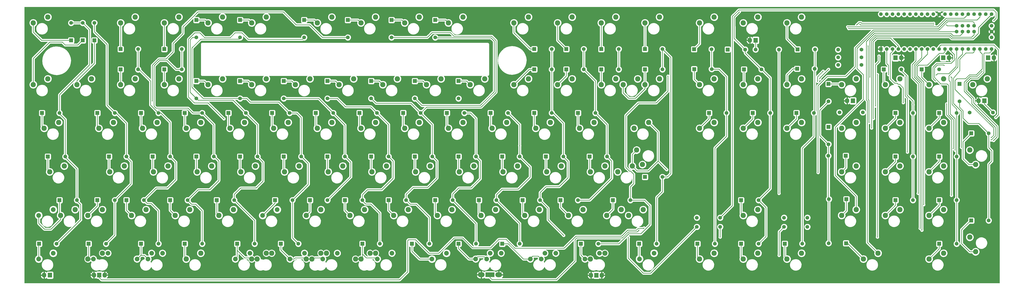
<source format=gbr>
G04 #@! TF.FileFunction,Copper,L1,Top,Signal*
%FSLAX46Y46*%
G04 Gerber Fmt 4.6, Leading zero omitted, Abs format (unit mm)*
G04 Created by KiCad (PCBNEW 4.0.5+dfsg1-4) date Tue Aug 15 04:46:25 2017*
%MOMM*%
%LPD*%
G01*
G04 APERTURE LIST*
%ADD10C,0.100000*%
%ADD11C,2.286000*%
%ADD12C,2.032000*%
%ADD13C,1.651000*%
%ADD14R,1.651000X1.651000*%
%ADD15O,1.905000X2.159000*%
%ADD16R,1.905000X2.159000*%
%ADD17C,1.600000*%
%ADD18R,1.600000X1.600000*%
%ADD19O,2.905000X2.159000*%
%ADD20R,3.905000X2.159000*%
%ADD21C,0.400000*%
%ADD22C,0.250000*%
G04 APERTURE END LIST*
D10*
D11*
X285115000Y-47307500D03*
X278765000Y-49847500D03*
X294640000Y-47307500D03*
X288290000Y-49847500D03*
X275590000Y-47307500D03*
X269240000Y-49847500D03*
X287496000Y-104458000D03*
X281146000Y-106998000D03*
X277955000Y-104458000D03*
X271605000Y-106998000D03*
X282735000Y-85407500D03*
X276385000Y-87947500D03*
X284655000Y-78422500D03*
X287195000Y-84772500D03*
X270828000Y-85407500D03*
X264478000Y-87947500D03*
X123190000Y-123508000D03*
X116840000Y-126048000D03*
D12*
X225596000Y-123508000D03*
X219246000Y-126048000D03*
X220821000Y-123508000D03*
X214471000Y-126048000D03*
D11*
X270828000Y-123508000D03*
X264478000Y-126048000D03*
D12*
X268446000Y-123508000D03*
X262096000Y-126048000D03*
X249396000Y-123508000D03*
X243046000Y-126048000D03*
X244634000Y-123508000D03*
X238284000Y-126048000D03*
D11*
X168434000Y-123508000D03*
X162084000Y-126048000D03*
X170812000Y-123508000D03*
X164462000Y-126048000D03*
D12*
X177965000Y-123508000D03*
X171615000Y-126048000D03*
X154146000Y-123508000D03*
X147796000Y-126048000D03*
D11*
X147002000Y-123508000D03*
X140652000Y-126048000D03*
D12*
X139827000Y-123508000D03*
X133477000Y-126048000D03*
X116027000Y-123508000D03*
X109677000Y-126048000D03*
D11*
X149384000Y-123508000D03*
X143034000Y-126048000D03*
X125555000Y-123508000D03*
X119205000Y-126048000D03*
X51736600Y-104458000D03*
X45386600Y-106998000D03*
X39847800Y-104458000D03*
X33497800Y-106998000D03*
D12*
X30305400Y-104458000D03*
X23955400Y-106998000D03*
X77946200Y-123508000D03*
X71596200Y-126048000D03*
X73183800Y-123508000D03*
X66833800Y-126048000D03*
X54133800Y-123508000D03*
X47783800Y-126048000D03*
D11*
X51752500Y-123508000D03*
X45402500Y-126048000D03*
D13*
X247650000Y-34290000D03*
D14*
X240030000Y-34290000D03*
D13*
X261620000Y-34290000D03*
D14*
X254000000Y-34290000D03*
D13*
X276860000Y-34290000D03*
D14*
X269240000Y-34290000D03*
D13*
X295910000Y-34290000D03*
D14*
X288290000Y-34290000D03*
D13*
X317310000Y-34350000D03*
D14*
X309690000Y-34350000D03*
D13*
X331960000Y-34500000D03*
D14*
X324340000Y-34500000D03*
D13*
X362410000Y-34400000D03*
D14*
X354790000Y-34400000D03*
D13*
X38100000Y-22860000D03*
D14*
X38100000Y-30480000D03*
D13*
X207010000Y-55880000D03*
D14*
X207010000Y-48260000D03*
D13*
X247650000Y-43180000D03*
D14*
X240030000Y-43180000D03*
D13*
X261620000Y-43180000D03*
D14*
X254000000Y-43180000D03*
D13*
X276860000Y-43180000D03*
D14*
X269240000Y-43180000D03*
D13*
X295910000Y-43180000D03*
D14*
X288290000Y-43180000D03*
D13*
X317360000Y-43050000D03*
D14*
X309740000Y-43050000D03*
D13*
X339090000Y-43180000D03*
D14*
X331470000Y-43180000D03*
D13*
X362260000Y-42900000D03*
D14*
X354640000Y-42900000D03*
D13*
X368300000Y-57160000D03*
D14*
X368300000Y-49540000D03*
D13*
X400050000Y-43180000D03*
D14*
X392430000Y-43180000D03*
D13*
X416560000Y-43180000D03*
D14*
X408940000Y-43180000D03*
D13*
X425450000Y-57150000D03*
D14*
X425450000Y-49530000D03*
D13*
X228600000Y-62230000D03*
D14*
X220980000Y-62230000D03*
D13*
X247650000Y-62230000D03*
D14*
X240030000Y-62230000D03*
D13*
X266700000Y-62230000D03*
D14*
X259080000Y-62230000D03*
D13*
X323850000Y-62230000D03*
D14*
X316230000Y-62230000D03*
D13*
X342900000Y-62230000D03*
D14*
X335280000Y-62230000D03*
D13*
X361950000Y-62230000D03*
D14*
X354330000Y-62230000D03*
D13*
X368300000Y-75910000D03*
D14*
X368300000Y-68290000D03*
D13*
X405130000Y-62230000D03*
D14*
X397510000Y-62230000D03*
D13*
X424180000Y-62230000D03*
D14*
X416560000Y-62230000D03*
D13*
X233680000Y-81280000D03*
D14*
X226060000Y-81280000D03*
D13*
X252730000Y-81280000D03*
D14*
X245110000Y-81280000D03*
D13*
X271780000Y-81280000D03*
D14*
X264160000Y-81280000D03*
D13*
X295910000Y-90170000D03*
D14*
X288290000Y-90170000D03*
D13*
X368240000Y-80950000D03*
D14*
X375860000Y-80950000D03*
D13*
X405130000Y-81280000D03*
D14*
X397510000Y-81280000D03*
D13*
X424180000Y-81280000D03*
D14*
X416560000Y-81280000D03*
D13*
X438150000Y-71120000D03*
D14*
X430530000Y-71120000D03*
D13*
X223520000Y-100330000D03*
D14*
X215900000Y-100330000D03*
D13*
X242570000Y-100330000D03*
D14*
X234950000Y-100330000D03*
D13*
X259080000Y-100330000D03*
D14*
X251460000Y-100330000D03*
D13*
X281940000Y-100330000D03*
D14*
X274320000Y-100330000D03*
D13*
X337820000Y-100330000D03*
D14*
X330200000Y-100330000D03*
D13*
X368490000Y-99900000D03*
D14*
X376110000Y-99900000D03*
D13*
X405130000Y-100330000D03*
D14*
X397510000Y-100330000D03*
D13*
X424180000Y-100330000D03*
D14*
X416560000Y-100330000D03*
D13*
X233680000Y-119380000D03*
D14*
X226060000Y-119380000D03*
D13*
X267970000Y-119380000D03*
D14*
X260350000Y-119380000D03*
D13*
X293370000Y-119380000D03*
D14*
X285750000Y-119380000D03*
D13*
X318770000Y-119380000D03*
D14*
X311150000Y-119380000D03*
D13*
X337820000Y-119380000D03*
D14*
X330200000Y-119380000D03*
D13*
X356870000Y-119380000D03*
D14*
X349250000Y-119380000D03*
D13*
X368340000Y-119150000D03*
D14*
X375960000Y-119150000D03*
D13*
X424180000Y-119380000D03*
D14*
X416560000Y-119380000D03*
D13*
X438150000Y-109220000D03*
D14*
X430530000Y-109220000D03*
D13*
X67310000Y-34290000D03*
D14*
X59690000Y-34290000D03*
D13*
X86360000Y-34290000D03*
D14*
X78740000Y-34290000D03*
D13*
X92710000Y-29210000D03*
D14*
X92710000Y-21590000D03*
D13*
X111760000Y-29210000D03*
D14*
X111760000Y-21590000D03*
D13*
X139700000Y-29210000D03*
D14*
X139700000Y-21590000D03*
D13*
X158750000Y-29210000D03*
D14*
X158750000Y-21590000D03*
D13*
X177800000Y-29210000D03*
D14*
X177800000Y-21590000D03*
D13*
X196850000Y-29210000D03*
D14*
X196850000Y-21590000D03*
D13*
X43180000Y-22860000D03*
D14*
X43180000Y-30480000D03*
D13*
X48260000Y-22860000D03*
D14*
X48260000Y-30480000D03*
D13*
X67310000Y-43180000D03*
D14*
X59690000Y-43180000D03*
D13*
X86360000Y-43180000D03*
D14*
X78740000Y-43180000D03*
D13*
X92710000Y-55880000D03*
D14*
X92710000Y-48260000D03*
D13*
X111760000Y-55880000D03*
D14*
X111760000Y-48260000D03*
D13*
X130810000Y-55880000D03*
D14*
X130810000Y-48260000D03*
D13*
X149860000Y-55880000D03*
D14*
X149860000Y-48260000D03*
D13*
X168910000Y-55880000D03*
D14*
X168910000Y-48260000D03*
D13*
X187960000Y-55880000D03*
D14*
X187960000Y-48260000D03*
D13*
X33020000Y-62230000D03*
D14*
X25400000Y-62230000D03*
D13*
X57150000Y-62230000D03*
D14*
X49530000Y-62230000D03*
D13*
X76200000Y-62230000D03*
D14*
X68580000Y-62230000D03*
D13*
X95250000Y-62230000D03*
D14*
X87630000Y-62230000D03*
D13*
X114300000Y-62230000D03*
D14*
X106680000Y-62230000D03*
D13*
X133350000Y-62230000D03*
D14*
X125730000Y-62230000D03*
D13*
X152400000Y-62230000D03*
D14*
X144780000Y-62230000D03*
D13*
X171450000Y-62230000D03*
D14*
X163830000Y-62230000D03*
D13*
X190500000Y-62230000D03*
D14*
X182880000Y-62230000D03*
D13*
X209550000Y-62230000D03*
D14*
X201930000Y-62230000D03*
D13*
X35560000Y-81280000D03*
D14*
X27940000Y-81280000D03*
D13*
X62230000Y-81280000D03*
D14*
X54610000Y-81280000D03*
D13*
X81280000Y-81280000D03*
D14*
X73660000Y-81280000D03*
D13*
X100330000Y-81280000D03*
D14*
X92710000Y-81280000D03*
D13*
X119380000Y-81280000D03*
D14*
X111760000Y-81280000D03*
D13*
X138430000Y-81280000D03*
D14*
X130810000Y-81280000D03*
D13*
X157480000Y-81280000D03*
D14*
X149860000Y-81280000D03*
D13*
X176530000Y-81280000D03*
D14*
X168910000Y-81280000D03*
D13*
X195580000Y-81280000D03*
D14*
X187960000Y-81280000D03*
D13*
X214630000Y-81280000D03*
D14*
X207010000Y-81280000D03*
D13*
X40640000Y-100330000D03*
D14*
X33020000Y-100330000D03*
D13*
X57150000Y-100330000D03*
D14*
X49530000Y-100330000D03*
D13*
X69850000Y-100330000D03*
D14*
X62230000Y-100330000D03*
D13*
X88900000Y-100330000D03*
D14*
X81280000Y-100330000D03*
D13*
X109220000Y-100330000D03*
D14*
X101600000Y-100330000D03*
D13*
X134620000Y-100330000D03*
D14*
X127000000Y-100330000D03*
D13*
X149860000Y-100330000D03*
D14*
X142240000Y-100330000D03*
D13*
X165100000Y-100330000D03*
D14*
X157480000Y-100330000D03*
D13*
X184150000Y-100330000D03*
D14*
X176530000Y-100330000D03*
D13*
X204470000Y-100330000D03*
D14*
X196850000Y-100330000D03*
D13*
X31750000Y-119380000D03*
D14*
X24130000Y-119380000D03*
D13*
X53340000Y-119380000D03*
D14*
X45720000Y-119380000D03*
D13*
X76200000Y-119380000D03*
D14*
X68580000Y-119380000D03*
D13*
X95250000Y-119380000D03*
D14*
X87630000Y-119380000D03*
D13*
X118110000Y-119380000D03*
D14*
X110490000Y-119380000D03*
D13*
X137160000Y-119380000D03*
D14*
X129540000Y-119380000D03*
D13*
X172720000Y-119380000D03*
D14*
X165100000Y-119380000D03*
D13*
X194310000Y-119380000D03*
D14*
X186690000Y-119380000D03*
D13*
X214630000Y-119380000D03*
D14*
X207010000Y-119380000D03*
D11*
X237490000Y-20320000D03*
X231140000Y-22860000D03*
X256540000Y-20320000D03*
X250190000Y-22860000D03*
X275590000Y-20320000D03*
X269240000Y-22860000D03*
X294640000Y-20320000D03*
X288290000Y-22860000D03*
X318452000Y-20320000D03*
X312102000Y-22860000D03*
X337502000Y-20320000D03*
X331152000Y-22860000D03*
X356552000Y-20320000D03*
X350202000Y-22860000D03*
X27940000Y-20320000D03*
X21590000Y-22860000D03*
X218440000Y-47307500D03*
X212090000Y-49847500D03*
X237490000Y-47307500D03*
X231140000Y-49847500D03*
X256540000Y-47307500D03*
X250190000Y-49847500D03*
X318452000Y-47307500D03*
X312102000Y-49847500D03*
X337502000Y-47307500D03*
X331152000Y-49847500D03*
X356552000Y-47307500D03*
X350202000Y-49847500D03*
X380365000Y-47307500D03*
X374015000Y-49847500D03*
X399415000Y-47307500D03*
X393065000Y-49847500D03*
X418465000Y-47307500D03*
X412115000Y-49847500D03*
X437515000Y-47307500D03*
X431165000Y-49847500D03*
X227965000Y-66357500D03*
X221615000Y-68897500D03*
X247015000Y-66357500D03*
X240665000Y-68897500D03*
X266065000Y-66357500D03*
X259715000Y-68897500D03*
X318452000Y-66357500D03*
X312102000Y-68897500D03*
X337502000Y-66357500D03*
X331152000Y-68897500D03*
X356552000Y-66357500D03*
X350202000Y-68897500D03*
X380365000Y-66357500D03*
X374015000Y-68897500D03*
X399415000Y-66357500D03*
X393065000Y-68897500D03*
X418465000Y-66357500D03*
X412115000Y-68897500D03*
X232728000Y-85407500D03*
X226378000Y-87947500D03*
X251778000Y-85407500D03*
X245428000Y-87947500D03*
X289878000Y-66357500D03*
X283528000Y-68897500D03*
X380365000Y-85407500D03*
X374015000Y-87947500D03*
X399415000Y-85407500D03*
X393065000Y-87947500D03*
X418465000Y-85407500D03*
X412115000Y-87947500D03*
X429895000Y-78422500D03*
X432435000Y-84772500D03*
X223202000Y-104458000D03*
X216852000Y-106998000D03*
X242252000Y-104458000D03*
X235902000Y-106998000D03*
X261302000Y-104458000D03*
X254952000Y-106998000D03*
X337502000Y-104458000D03*
X331152000Y-106998000D03*
X380365000Y-104458000D03*
X374015000Y-106998000D03*
X399415000Y-104458000D03*
X393065000Y-106998000D03*
X418465000Y-104458000D03*
X412115000Y-106998000D03*
D12*
X292249000Y-123508000D03*
X285899000Y-126048000D03*
D11*
X318452000Y-123508000D03*
X312102000Y-126048000D03*
X337502000Y-123508000D03*
X331152000Y-126048000D03*
X356552000Y-123508000D03*
X350202000Y-126048000D03*
X389890000Y-123508000D03*
X383540000Y-126048000D03*
X418465000Y-123508000D03*
X412115000Y-126048000D03*
X429895000Y-116522000D03*
X432435000Y-122872000D03*
X66040000Y-20320000D03*
X59690000Y-22860000D03*
X85090000Y-20320000D03*
X78740000Y-22860000D03*
X104140000Y-20320000D03*
X97790000Y-22860000D03*
X123190000Y-20320000D03*
X116840000Y-22860000D03*
X151765000Y-20320000D03*
X145415000Y-22860000D03*
X170815000Y-20320000D03*
X164465000Y-22860000D03*
X189865000Y-20320000D03*
X183515000Y-22860000D03*
X208915000Y-20320000D03*
X202565000Y-22860000D03*
X27940000Y-47307500D03*
X21590000Y-49847500D03*
X46990000Y-47307500D03*
X40640000Y-49847500D03*
X66040000Y-47307500D03*
X59690000Y-49847500D03*
X85090000Y-47307500D03*
X78740000Y-49847500D03*
X104140000Y-47307500D03*
X97790000Y-49847500D03*
X123190000Y-47307500D03*
X116840000Y-49847500D03*
X142240000Y-47307500D03*
X135890000Y-49847500D03*
X161290000Y-47307500D03*
X154940000Y-49847500D03*
X180340000Y-47307500D03*
X173990000Y-49847500D03*
X199390000Y-47307500D03*
X193040000Y-49847500D03*
X32702500Y-66357500D03*
X26352500Y-68897500D03*
X56515000Y-66357500D03*
X50165000Y-68897500D03*
X75565000Y-66357500D03*
X69215000Y-68897500D03*
X94615000Y-66357500D03*
X88265000Y-68897500D03*
X113665000Y-66357500D03*
X107315000Y-68897500D03*
X132715000Y-66357500D03*
X126365000Y-68897500D03*
X151765000Y-66357500D03*
X145415000Y-68897500D03*
X170815000Y-66357500D03*
X164465000Y-68897500D03*
X189865000Y-66357500D03*
X183515000Y-68897500D03*
X208915000Y-66357500D03*
X202565000Y-68897500D03*
X35084700Y-85407500D03*
X28734700Y-87947500D03*
X61277500Y-85407500D03*
X54927500Y-87947500D03*
X80327500Y-85407500D03*
X73977500Y-87947500D03*
X99377500Y-85407500D03*
X93027500Y-87947500D03*
X118428000Y-85407500D03*
X112078000Y-87947500D03*
X137478000Y-85407500D03*
X131128000Y-87947500D03*
X156528000Y-85407500D03*
X150178000Y-87947500D03*
X175578000Y-85407500D03*
X169228000Y-87947500D03*
X194628000Y-85407500D03*
X188278000Y-87947500D03*
X213678000Y-85407500D03*
X207328000Y-87947500D03*
X70802500Y-104458000D03*
X64452500Y-106998000D03*
X89852500Y-104458000D03*
X83502500Y-106998000D03*
X108902000Y-104458000D03*
X102552000Y-106998000D03*
D12*
X127952000Y-104458000D03*
X121602000Y-106998000D03*
D11*
X147002000Y-104458000D03*
X140652000Y-106998000D03*
X166052000Y-104458000D03*
X159702000Y-106998000D03*
X185102000Y-104458000D03*
X178752000Y-106998000D03*
X204152000Y-104458000D03*
X197802000Y-106998000D03*
D12*
X30322800Y-123508000D03*
X23972800Y-126048000D03*
D11*
X94615000Y-123508000D03*
X88265000Y-126048000D03*
D12*
X201769000Y-123508000D03*
X195419000Y-126048000D03*
D15*
X334030000Y-30450000D03*
D16*
X336570000Y-30450000D03*
D15*
X400050000Y-38100000D03*
D16*
X397510000Y-38100000D03*
D15*
X376430000Y-56900000D03*
D16*
X378970000Y-56900000D03*
D15*
X433730000Y-56850000D03*
D16*
X436270000Y-56850000D03*
D15*
X420878000Y-38100000D03*
D16*
X418338000Y-38100000D03*
D15*
X440436000Y-38100000D03*
D16*
X437896000Y-38100000D03*
D15*
X26330000Y-133100000D03*
D16*
X28870000Y-133100000D03*
D17*
X411480000Y-34290000D03*
X414020000Y-34290000D03*
X416560000Y-34290000D03*
X408940000Y-34290000D03*
X406400000Y-34290000D03*
X403860000Y-34290000D03*
X401320000Y-34290000D03*
X398780000Y-34290000D03*
X396240000Y-34290000D03*
X393700000Y-34290000D03*
D18*
X391160000Y-34290000D03*
D17*
X419100000Y-34290000D03*
X421640000Y-34290000D03*
X424180000Y-34290000D03*
X426720000Y-34290000D03*
X429260000Y-34290000D03*
X431800000Y-34290000D03*
X434340000Y-34290000D03*
X436880000Y-34290000D03*
X439420000Y-34290000D03*
X439420000Y-29210000D03*
X439420000Y-26670000D03*
X439420000Y-24130000D03*
X439420000Y-19050000D03*
X436880000Y-19050000D03*
X434340000Y-19050000D03*
X431800000Y-19050000D03*
X429260000Y-19050000D03*
X426720000Y-19050000D03*
X424180000Y-19050000D03*
X421640000Y-19050000D03*
X419100000Y-19050000D03*
X416560000Y-19050000D03*
X414020000Y-19050000D03*
X411480000Y-19050000D03*
X408940000Y-19050000D03*
X406400000Y-19050000D03*
X403860000Y-19050000D03*
X401320000Y-19050000D03*
X398780000Y-19050000D03*
X396240000Y-19050000D03*
X393700000Y-19050000D03*
X391160000Y-19050000D03*
X424180000Y-24130000D03*
X426720000Y-24130000D03*
X429260000Y-24130000D03*
X431800000Y-24130000D03*
X424180000Y-26670000D03*
X426720000Y-26670000D03*
X429260000Y-26670000D03*
X431800000Y-26670000D03*
D13*
X346680000Y-34500000D03*
X336520000Y-34500000D03*
X372500000Y-34560000D03*
X382660000Y-34560000D03*
X373070000Y-61950000D03*
X383230000Y-61950000D03*
X429820000Y-62000000D03*
X439980000Y-62000000D03*
X372500000Y-37940000D03*
X382660000Y-37940000D03*
X372500000Y-41250000D03*
X382660000Y-41250000D03*
X321080000Y-112000000D03*
X310920000Y-112000000D03*
X321080000Y-108000000D03*
X310920000Y-108000000D03*
X359080000Y-108000000D03*
X348920000Y-108000000D03*
D15*
X269440000Y-133150000D03*
X264760000Y-133150000D03*
D16*
X267100000Y-133150000D03*
D15*
X52740000Y-133050000D03*
X48060000Y-133050000D03*
D16*
X50400000Y-133050000D03*
D19*
X224560000Y-132950000D03*
X216940000Y-132950000D03*
D20*
X220750000Y-132950000D03*
D13*
X348920000Y-112000000D03*
X359080000Y-112000000D03*
D21*
X387050000Y-68800000D03*
X233650000Y-76500000D03*
X409800000Y-102300000D03*
X419800000Y-58250000D03*
X414900000Y-48200000D03*
X80000000Y-95000000D03*
X421900000Y-98200000D03*
X415300000Y-45600000D03*
X402700000Y-79300000D03*
X98500000Y-95700000D03*
X401700000Y-46500000D03*
X118800000Y-95000000D03*
X423450000Y-78500000D03*
X104700000Y-64750000D03*
X155000000Y-95200000D03*
X426250000Y-77250000D03*
X73500000Y-57000000D03*
X439250000Y-73000000D03*
X439250000Y-74000000D03*
X435250000Y-44000000D03*
X440250000Y-74250000D03*
X377100000Y-25300000D03*
X376650000Y-24550000D03*
X42200000Y-108900000D03*
X441200000Y-64200000D03*
X414150000Y-23000000D03*
X380550000Y-23750000D03*
X329400000Y-18100000D03*
X252800000Y-115700000D03*
X298300000Y-46100000D03*
X363550000Y-48400000D03*
X365950000Y-43950000D03*
X368300000Y-43150000D03*
X364500000Y-47350000D03*
X405150000Y-58600000D03*
X386300000Y-46550000D03*
X421700000Y-46500000D03*
X390300000Y-37300000D03*
X388800000Y-59200000D03*
X390450000Y-65450000D03*
X418750000Y-41500000D03*
X139000000Y-96000000D03*
X422650000Y-77750000D03*
X419750000Y-23750000D03*
X414200000Y-23750000D03*
X382000000Y-23500000D03*
X385550000Y-32950000D03*
X385950000Y-66350000D03*
X297750000Y-87000000D03*
X363750000Y-88250000D03*
X346750000Y-124450000D03*
X281000000Y-116550000D03*
X287850000Y-112500000D03*
X285650000Y-113450000D03*
X409000000Y-113450000D03*
X440300000Y-21850000D03*
X408250000Y-112650000D03*
X346700000Y-97350000D03*
X407400000Y-97350000D03*
X387850000Y-64650000D03*
X400900000Y-57700000D03*
X321050000Y-116450000D03*
X389600000Y-116450000D03*
X394450000Y-45450000D03*
X389600000Y-45450000D03*
D22*
X387050000Y-68800000D02*
X387050000Y-62450000D01*
X387050000Y-30750000D02*
X387050000Y-62450000D01*
X388950000Y-28850000D02*
X387050000Y-30750000D01*
X421100000Y-28850000D02*
X388950000Y-28850000D01*
X422000002Y-29750002D02*
X421100000Y-28850000D01*
X431299998Y-29750002D02*
X422000002Y-29750002D01*
X433650000Y-27400000D02*
X431299998Y-29750002D01*
X433650000Y-24850000D02*
X433650000Y-27400000D01*
X433650000Y-24850000D02*
X439420000Y-19080000D01*
X439420000Y-19050000D02*
X439420000Y-19080000D01*
X233650000Y-76500000D02*
X233680000Y-76500000D01*
X233680000Y-76500000D02*
X233650000Y-76500000D01*
X233650000Y-76500000D02*
X233680000Y-76500000D01*
X233680000Y-81280000D02*
X233680000Y-76500000D01*
X233680000Y-76500000D02*
X233680000Y-67310000D01*
X233680000Y-67310000D02*
X228600000Y-62230000D01*
X223520000Y-100330000D02*
X223520000Y-97980000D01*
X238250000Y-85850000D02*
X233680000Y-81280000D01*
X238250000Y-90250000D02*
X238250000Y-85850000D01*
X233000000Y-95500000D02*
X238250000Y-90250000D01*
X226000000Y-95500000D02*
X233000000Y-95500000D01*
X223520000Y-97980000D02*
X226000000Y-95500000D01*
X233680000Y-119380000D02*
X233680000Y-110490000D01*
X233680000Y-110490000D02*
X223520000Y-100330000D01*
X409100000Y-48000000D02*
X409800000Y-48700000D01*
X419100000Y-34290000D02*
X419100000Y-35400000D01*
X407000000Y-45900000D02*
X409100000Y-48000000D01*
X407000000Y-41900000D02*
X407000000Y-45900000D01*
X407600000Y-41300000D02*
X407000000Y-41900000D01*
X411400000Y-41300000D02*
X407600000Y-41300000D01*
X416600000Y-36100000D02*
X411400000Y-41300000D01*
X418400000Y-36100000D02*
X416600000Y-36100000D01*
X419100000Y-35400000D02*
X418400000Y-36100000D01*
X409800000Y-48700000D02*
X409800000Y-102300000D01*
X57150000Y-100330000D02*
X57150000Y-115570000D01*
X57150000Y-115570000D02*
X53340000Y-119380000D01*
X62230000Y-81280000D02*
X62230000Y-81480000D01*
X62230000Y-81480000D02*
X64250000Y-83500000D01*
X64250000Y-93230000D02*
X57150000Y-100330000D01*
X64250000Y-83500000D02*
X64250000Y-93230000D01*
X57150000Y-62230000D02*
X57730000Y-62230000D01*
X57730000Y-62230000D02*
X62230000Y-66730000D01*
X62230000Y-66730000D02*
X62230000Y-81280000D01*
X48260000Y-22860000D02*
X48260000Y-26760000D01*
X53750000Y-58830000D02*
X57150000Y-62230000D01*
X53750000Y-32250000D02*
X53750000Y-58830000D01*
X48260000Y-26760000D02*
X53750000Y-32250000D01*
X419800000Y-60800000D02*
X419800000Y-63100000D01*
X419800000Y-58250000D02*
X419800000Y-60800000D01*
X421640000Y-34290000D02*
X421640000Y-35140000D01*
X421640000Y-35140000D02*
X423200000Y-36700000D01*
X423200000Y-36700000D02*
X423200000Y-39000000D01*
X423200000Y-39000000D02*
X421700000Y-40500000D01*
X421700000Y-40500000D02*
X415500000Y-40500000D01*
X415500000Y-40500000D02*
X413800000Y-42200000D01*
X413800000Y-42200000D02*
X413800000Y-47100000D01*
X413800000Y-47100000D02*
X414900000Y-48200000D01*
X421900000Y-65200000D02*
X421900000Y-98200000D01*
X419800000Y-63100000D02*
X421900000Y-65200000D01*
X69850000Y-100330000D02*
X69850000Y-100350000D01*
X69850000Y-100350000D02*
X71250000Y-101750000D01*
X76200000Y-104950000D02*
X76200000Y-119380000D01*
X73000000Y-101750000D02*
X76200000Y-104950000D01*
X71250000Y-101750000D02*
X73000000Y-101750000D01*
X81280000Y-81280000D02*
X83750000Y-83750000D01*
X75180000Y-95000000D02*
X69850000Y-100330000D01*
X80000000Y-95000000D02*
X75180000Y-95000000D01*
X83750000Y-91250000D02*
X80000000Y-95000000D01*
X83750000Y-83750000D02*
X83750000Y-91250000D01*
X76200000Y-62230000D02*
X77230000Y-62230000D01*
X81280000Y-66280000D02*
X81280000Y-81280000D01*
X77230000Y-62230000D02*
X81280000Y-66280000D01*
X67310000Y-43180000D02*
X67680000Y-43180000D01*
X67680000Y-43180000D02*
X72750000Y-48250000D01*
X72750000Y-58780000D02*
X76200000Y-62230000D01*
X72750000Y-48250000D02*
X72750000Y-58780000D01*
X67310000Y-34290000D02*
X67310000Y-43180000D01*
X74250000Y-56500000D02*
X74250000Y-59250000D01*
X83830000Y-43180000D02*
X79950000Y-39300000D01*
X79950000Y-39300000D02*
X76600000Y-39300000D01*
X76600000Y-39300000D02*
X74250000Y-41650000D01*
X74250000Y-41650000D02*
X74250000Y-56500000D01*
X86360000Y-43180000D02*
X83830000Y-43180000D01*
X91180000Y-62230000D02*
X95250000Y-62230000D01*
X89050000Y-60100000D02*
X91180000Y-62230000D01*
X75100000Y-60100000D02*
X89050000Y-60100000D01*
X74250000Y-59250000D02*
X75100000Y-60100000D01*
X88900000Y-100330000D02*
X88900000Y-100400000D01*
X88900000Y-100400000D02*
X90550000Y-102050000D01*
X95250000Y-104950000D02*
X95250000Y-119380000D01*
X92350000Y-102050000D02*
X95250000Y-104950000D01*
X90550000Y-102050000D02*
X92350000Y-102050000D01*
X424180000Y-38020000D02*
X423900000Y-38300000D01*
X423900000Y-38300000D02*
X423900000Y-41900000D01*
X423900000Y-41900000D02*
X420800000Y-45000000D01*
X420800000Y-45000000D02*
X415900000Y-45000000D01*
X415900000Y-45000000D02*
X415300000Y-45600000D01*
X401700000Y-46900000D02*
X401700000Y-54700000D01*
X401700000Y-54700000D02*
X402700000Y-55700000D01*
X402700000Y-55700000D02*
X402700000Y-79300000D01*
X98500000Y-95750000D02*
X98500000Y-95700000D01*
X424180000Y-38020000D02*
X424180000Y-34290000D01*
X401700000Y-46500000D02*
X401700000Y-46900000D01*
X100330000Y-81280000D02*
X100530000Y-81280000D01*
X100530000Y-81280000D02*
X102500000Y-83250000D01*
X93480000Y-95750000D02*
X88900000Y-100330000D01*
X98500000Y-95750000D02*
X93480000Y-95750000D01*
X102500000Y-91750000D02*
X98500000Y-95750000D01*
X102500000Y-83250000D02*
X102500000Y-91750000D01*
X95250000Y-62230000D02*
X95250000Y-62250000D01*
X95250000Y-62250000D02*
X100330000Y-67330000D01*
X100330000Y-67330000D02*
X100330000Y-81280000D01*
X86360000Y-34290000D02*
X86360000Y-43180000D01*
X92710000Y-55880000D02*
X92730000Y-55880000D01*
X92730000Y-55880000D02*
X93450000Y-56600000D01*
X108670000Y-56600000D02*
X114300000Y-62230000D01*
X93450000Y-56600000D02*
X108670000Y-56600000D01*
X109220000Y-100330000D02*
X109230000Y-100330000D01*
X109230000Y-100330000D02*
X118110000Y-109210000D01*
X118110000Y-109210000D02*
X118110000Y-119380000D01*
X423450000Y-73850000D02*
X423450000Y-78500000D01*
X118750000Y-95000000D02*
X118800000Y-95000000D01*
X420800000Y-48000000D02*
X421350000Y-48550000D01*
X421350000Y-48550000D02*
X421350000Y-62650000D01*
X421350000Y-62650000D02*
X423450000Y-64750000D01*
X423450000Y-64750000D02*
X423450000Y-73850000D01*
X426720000Y-36480000D02*
X424700000Y-38500000D01*
X424700000Y-38500000D02*
X424700000Y-42100000D01*
X424700000Y-42100000D02*
X420800000Y-46000000D01*
X426720000Y-36480000D02*
X426720000Y-34290000D01*
X420800000Y-46000000D02*
X420800000Y-48000000D01*
X119380000Y-81280000D02*
X119380000Y-81380000D01*
X119380000Y-81380000D02*
X121750000Y-83750000D01*
X109220000Y-97780000D02*
X109220000Y-100330000D01*
X112000000Y-95000000D02*
X109220000Y-97780000D01*
X118750000Y-95000000D02*
X112000000Y-95000000D01*
X121750000Y-92000000D02*
X118750000Y-95000000D01*
X121750000Y-83750000D02*
X121750000Y-92000000D01*
X114300000Y-62230000D02*
X114300000Y-62300000D01*
X114300000Y-62300000D02*
X119380000Y-67380000D01*
X119380000Y-67380000D02*
X119380000Y-81280000D01*
X92710000Y-29210000D02*
X91040000Y-29210000D01*
X90000000Y-53170000D02*
X92710000Y-55880000D01*
X90000000Y-30250000D02*
X90000000Y-53170000D01*
X91040000Y-29210000D02*
X90000000Y-30250000D01*
X139700000Y-29210000D02*
X139700000Y-29300000D01*
X139700000Y-29300000D02*
X139000000Y-30000000D01*
X96250000Y-29250000D02*
X95450000Y-28450000D01*
X107500000Y-29250000D02*
X96250000Y-29250000D01*
X109550000Y-27200000D02*
X107500000Y-29250000D01*
X112500000Y-27200000D02*
X109550000Y-27200000D01*
X115300000Y-30000000D02*
X112500000Y-27200000D01*
X139000000Y-30000000D02*
X115300000Y-30000000D01*
X89250000Y-55100000D02*
X89250000Y-55250000D01*
X95450000Y-28450000D02*
X94200000Y-27200000D01*
X94200000Y-27200000D02*
X92000000Y-27200000D01*
X92000000Y-27200000D02*
X89250000Y-29950000D01*
X89250000Y-29950000D02*
X89250000Y-55100000D01*
X97800000Y-57850000D02*
X104700000Y-64750000D01*
X91850000Y-57850000D02*
X97800000Y-57850000D01*
X89250000Y-55250000D02*
X91850000Y-57850000D01*
X139700000Y-29210000D02*
X139700000Y-29200000D01*
X155000000Y-95200000D02*
X154995000Y-95195000D01*
X154995000Y-95195000D02*
X155000000Y-95200000D01*
X155000000Y-95200000D02*
X155000000Y-95190000D01*
X431800000Y-34290000D02*
X431800000Y-35450000D01*
X426250000Y-61500000D02*
X426250000Y-77250000D01*
X422800000Y-58100000D02*
X426250000Y-61500000D01*
X422834182Y-46994848D02*
X422800000Y-58100000D01*
X425500000Y-43750000D02*
X422834182Y-46994848D01*
X425500000Y-38750000D02*
X425500000Y-43750000D01*
X428250000Y-36000000D02*
X425500000Y-38750000D01*
X431250000Y-36000000D02*
X428250000Y-36000000D01*
X431800000Y-35450000D02*
X431250000Y-36000000D01*
X157480000Y-81280000D02*
X157530000Y-81280000D01*
X157530000Y-81280000D02*
X160000000Y-83750000D01*
X160000000Y-90190000D02*
X155000000Y-95190000D01*
X155000000Y-95190000D02*
X149860000Y-100330000D01*
X160000000Y-83750000D02*
X160000000Y-90190000D01*
X152400000Y-62230000D02*
X152400000Y-62400000D01*
X152400000Y-62400000D02*
X157480000Y-67480000D01*
X157480000Y-67480000D02*
X157480000Y-81280000D01*
X130810000Y-55880000D02*
X146050000Y-55880000D01*
X146050000Y-55880000D02*
X152400000Y-62230000D01*
X158750000Y-29210000D02*
X147660000Y-29210000D01*
X73500000Y-41350000D02*
X76300000Y-38550000D01*
X76300000Y-38550000D02*
X79450000Y-38550000D01*
X79450000Y-38550000D02*
X82500000Y-35500000D01*
X73500000Y-49950000D02*
X73500000Y-44500000D01*
X92150000Y-19250000D02*
X86850000Y-24550000D01*
X86850000Y-24550000D02*
X86850000Y-27500000D01*
X86850000Y-27500000D02*
X82500000Y-31850000D01*
X82500000Y-31850000D02*
X82500000Y-35500000D01*
X73500000Y-57000000D02*
X73500000Y-53700000D01*
X73500000Y-53700000D02*
X73500000Y-49950000D01*
X73500000Y-44500000D02*
X73500000Y-41350000D01*
X92650000Y-18750000D02*
X92150000Y-19250000D01*
X93350000Y-18050000D02*
X92650000Y-18750000D01*
X130600000Y-18050000D02*
X93350000Y-18050000D01*
X136200000Y-23650000D02*
X130600000Y-18050000D01*
X142100000Y-23650000D02*
X136200000Y-23650000D01*
X147660000Y-29210000D02*
X142100000Y-23650000D01*
X434340000Y-34290000D02*
X434340000Y-35490002D01*
X440250000Y-72000000D02*
X439250000Y-73000000D01*
X440250000Y-68669242D02*
X440250000Y-72000000D01*
X423500000Y-52000000D02*
X440250000Y-68669242D01*
X423500000Y-48000000D02*
X423500000Y-52000000D01*
X424250000Y-47250000D02*
X423500000Y-48000000D01*
X428000000Y-47250000D02*
X424250000Y-47250000D01*
X429750000Y-45500000D02*
X428000000Y-47250000D01*
X432750000Y-45500000D02*
X429750000Y-45500000D01*
X435349998Y-42900002D02*
X432750000Y-45500000D01*
X435349998Y-36500000D02*
X435349998Y-42900002D01*
X434340000Y-35490002D02*
X435349998Y-36500000D01*
X176530000Y-81280000D02*
X178500000Y-83250000D01*
X178500000Y-83250000D02*
X178500000Y-90750000D01*
X178500000Y-90750000D02*
X173500000Y-95750000D01*
X173500000Y-95750000D02*
X167250000Y-95750000D01*
X167250000Y-95750000D02*
X165100000Y-97900000D01*
X165100000Y-97900000D02*
X165100000Y-100330000D01*
X165100000Y-100330000D02*
X165100000Y-100600000D01*
X165100000Y-100600000D02*
X166500000Y-102000000D01*
X172720000Y-105970000D02*
X172720000Y-119380000D01*
X168750000Y-102000000D02*
X172720000Y-105970000D01*
X166500000Y-102000000D02*
X168750000Y-102000000D01*
X171450000Y-62230000D02*
X171480000Y-62230000D01*
X171480000Y-62230000D02*
X176530000Y-67280000D01*
X176530000Y-67280000D02*
X176530000Y-81280000D01*
X149860000Y-55880000D02*
X154130000Y-55880000D01*
X168720000Y-59500000D02*
X171450000Y-62230000D01*
X157750000Y-59500000D02*
X168720000Y-59500000D01*
X154130000Y-55880000D02*
X157750000Y-59500000D01*
X223300000Y-51650000D02*
X223300000Y-53200000D01*
X193080000Y-59650000D02*
X190500000Y-62230000D01*
X216850000Y-59650000D02*
X193080000Y-59650000D01*
X223300000Y-53200000D02*
X216850000Y-59650000D01*
X177800000Y-29210000D02*
X193340000Y-29210000D01*
X223300000Y-30550000D02*
X223300000Y-51650000D01*
X223300000Y-51650000D02*
X223300000Y-51700000D01*
X221400000Y-28650000D02*
X223300000Y-30550000D01*
X205000000Y-28650000D02*
X221400000Y-28650000D01*
X203450000Y-27100000D02*
X205000000Y-28650000D01*
X195450000Y-27100000D02*
X203450000Y-27100000D01*
X193340000Y-29210000D02*
X195450000Y-27100000D01*
X184150000Y-100330000D02*
X184180000Y-100330000D01*
X184180000Y-100330000D02*
X185950000Y-102100000D01*
X194310000Y-107860000D02*
X194310000Y-119380000D01*
X188550000Y-102100000D02*
X194310000Y-107860000D01*
X185950000Y-102100000D02*
X188550000Y-102100000D01*
X195580000Y-81280000D02*
X195630000Y-81280000D01*
X195630000Y-81280000D02*
X197600000Y-83250000D01*
X184150000Y-97800000D02*
X184150000Y-100330000D01*
X187250000Y-94700000D02*
X184150000Y-97800000D01*
X193550000Y-94700000D02*
X187250000Y-94700000D01*
X197600000Y-90650000D02*
X193550000Y-94700000D01*
X197600000Y-83250000D02*
X197600000Y-90650000D01*
X441000000Y-72250000D02*
X439250000Y-74000000D01*
X441000000Y-68500000D02*
X441000000Y-72250000D01*
X430750000Y-58250000D02*
X441000000Y-68500000D01*
X430750000Y-56000000D02*
X430750000Y-58250000D01*
X427500000Y-52750000D02*
X430750000Y-56000000D01*
X427500000Y-48750000D02*
X427500000Y-52750000D01*
X430000000Y-46250000D02*
X427500000Y-48750000D01*
X433000000Y-46250000D02*
X430000000Y-46250000D01*
X435250000Y-44000000D02*
X433000000Y-46250000D01*
X195580000Y-81280000D02*
X195580000Y-81330000D01*
X190500000Y-62230000D02*
X190500000Y-62250000D01*
X190500000Y-62250000D02*
X195580000Y-67330000D01*
X195580000Y-67330000D02*
X195580000Y-81280000D01*
X190500000Y-62230000D02*
X190480000Y-62230000D01*
X190480000Y-62230000D02*
X186250000Y-58000000D01*
X171030000Y-58000000D02*
X168910000Y-55880000D01*
X186250000Y-58000000D02*
X171030000Y-58000000D01*
X196850000Y-29210000D02*
X196860000Y-29210000D01*
X196860000Y-29210000D02*
X197000000Y-29350000D01*
X197000000Y-29350000D02*
X221100000Y-29350000D01*
X221100000Y-29350000D02*
X222550000Y-30800000D01*
X222550000Y-30800000D02*
X222550000Y-52900000D01*
X222550000Y-52900000D02*
X216500000Y-58950000D01*
X216500000Y-58950000D02*
X191030000Y-58950000D01*
X191030000Y-58950000D02*
X187960000Y-55880000D01*
X204470000Y-100330000D02*
X204470000Y-100370000D01*
X204470000Y-100370000D02*
X214630000Y-110530000D01*
X214630000Y-110530000D02*
X214630000Y-119380000D01*
X214630000Y-81280000D02*
X214630000Y-81330000D01*
X214630000Y-81330000D02*
X216500000Y-83200000D01*
X204470000Y-97580000D02*
X204470000Y-100330000D01*
X207100000Y-94950000D02*
X204470000Y-97580000D01*
X212500000Y-94950000D02*
X207100000Y-94950000D01*
X216500000Y-90950000D02*
X212500000Y-94950000D01*
X216500000Y-83200000D02*
X216500000Y-90950000D01*
X436250000Y-36000000D02*
X436000000Y-36250000D01*
X438500000Y-36000000D02*
X436250000Y-36000000D01*
X438500000Y-36000000D02*
X439420000Y-35080000D01*
X441750000Y-72750000D02*
X440250000Y-74250000D01*
X441750000Y-68000000D02*
X441750000Y-72750000D01*
X431500000Y-57750000D02*
X441750000Y-68000000D01*
X431500000Y-55750000D02*
X431500000Y-57750000D01*
X428250000Y-52500000D02*
X431500000Y-55750000D01*
X428250000Y-49000000D02*
X428250000Y-52500000D01*
X430250000Y-47000000D02*
X428250000Y-49000000D01*
X433500000Y-47000000D02*
X430250000Y-47000000D01*
X436000000Y-44500000D02*
X433500000Y-47000000D01*
X436000000Y-36250000D02*
X436000000Y-44500000D01*
X439420000Y-34290000D02*
X439420000Y-35080000D01*
X214630000Y-81280000D02*
X214780000Y-81280000D01*
X209550000Y-62230000D02*
X212230000Y-62230000D01*
X214630000Y-64630000D02*
X214630000Y-81280000D01*
X212230000Y-62230000D02*
X214630000Y-64630000D01*
X434340000Y-19050000D02*
X434340000Y-20260000D01*
X416200000Y-25300000D02*
X377100000Y-25300000D01*
X419950000Y-21550000D02*
X416200000Y-25300000D01*
X433050000Y-21550000D02*
X419950000Y-21550000D01*
X434340000Y-20260000D02*
X433050000Y-21550000D01*
X261620000Y-43180000D02*
X261620000Y-34290000D01*
X266700000Y-62230000D02*
X266700000Y-48260000D01*
X266700000Y-48260000D02*
X261620000Y-43180000D01*
X271780000Y-81280000D02*
X271780000Y-67310000D01*
X271780000Y-67310000D02*
X266700000Y-62230000D01*
X259080000Y-100330000D02*
X264170000Y-100330000D01*
X273750000Y-83250000D02*
X271780000Y-81280000D01*
X273750000Y-90750000D02*
X273750000Y-83250000D01*
X264170000Y-100330000D02*
X273750000Y-90750000D01*
X429260000Y-19050000D02*
X429150000Y-19050000D01*
X429150000Y-19050000D02*
X427350000Y-20850000D01*
X427350000Y-20850000D02*
X419600000Y-20850000D01*
X419600000Y-20850000D02*
X415900000Y-24550000D01*
X415900000Y-24550000D02*
X376650000Y-24550000D01*
X295910000Y-34290000D02*
X295910000Y-43180000D01*
X295910000Y-90170000D02*
X298030000Y-90170000D01*
X299500000Y-37880000D02*
X295910000Y-34290000D01*
X299500000Y-88700000D02*
X299500000Y-37880000D01*
X298030000Y-90170000D02*
X299500000Y-88700000D01*
X293370000Y-119380000D02*
X293370000Y-99130000D01*
X295910000Y-96590000D02*
X295910000Y-90170000D01*
X293370000Y-99130000D02*
X295910000Y-96590000D01*
X43180000Y-22860000D02*
X43210000Y-22860000D01*
X43210000Y-22860000D02*
X46150000Y-25800000D01*
X33020000Y-54280000D02*
X33020000Y-62230000D01*
X46150000Y-41150000D02*
X33020000Y-54280000D01*
X46150000Y-25800000D02*
X46150000Y-41150000D01*
X416560000Y-34290000D02*
X416560000Y-33240000D01*
X42215000Y-108915000D02*
X42250000Y-108880000D01*
X42200000Y-108900000D02*
X42215000Y-108915000D01*
X442400000Y-63000000D02*
X441200000Y-64200000D01*
X442400000Y-34600000D02*
X442400000Y-63000000D01*
X440300000Y-32500000D02*
X442400000Y-34600000D01*
X417300000Y-32500000D02*
X440300000Y-32500000D01*
X416560000Y-33240000D02*
X417300000Y-32500000D01*
X40640000Y-100330000D02*
X40640000Y-100640000D01*
X40640000Y-100640000D02*
X42250000Y-102250000D01*
X42250000Y-108880000D02*
X31750000Y-119380000D01*
X42250000Y-102250000D02*
X42250000Y-108880000D01*
X35560000Y-81280000D02*
X35560000Y-81560000D01*
X35560000Y-81560000D02*
X40640000Y-86640000D01*
X40640000Y-86640000D02*
X40640000Y-100330000D01*
X33020000Y-62230000D02*
X33020000Y-62520000D01*
X33020000Y-62520000D02*
X35560000Y-65060000D01*
X35560000Y-65060000D02*
X35560000Y-81280000D01*
X38100000Y-22860000D02*
X43180000Y-22860000D01*
X414150000Y-23000000D02*
X382750000Y-23000000D01*
X382750000Y-23000000D02*
X382400000Y-22650000D01*
X382400000Y-22650000D02*
X381650000Y-22650000D01*
X381650000Y-22650000D02*
X380550000Y-23750000D01*
X323850000Y-62230000D02*
X323850000Y-72400000D01*
X318770000Y-77480000D02*
X318770000Y-119380000D01*
X323850000Y-72400000D02*
X318770000Y-77480000D01*
X317360000Y-43050000D02*
X320550000Y-43050000D01*
X323850000Y-46350000D02*
X323850000Y-62230000D01*
X320550000Y-43050000D02*
X323850000Y-46350000D01*
X317310000Y-34350000D02*
X317310000Y-43000000D01*
X317310000Y-43000000D02*
X317360000Y-43050000D01*
X327100000Y-27400000D02*
X327100000Y-20400000D01*
X329400000Y-18100000D02*
X327100000Y-20400000D01*
X327100000Y-27400000D02*
X327100000Y-29640000D01*
X327100000Y-29640000D02*
X331960000Y-34500000D01*
X327100000Y-27400000D02*
X327100000Y-27500000D01*
X337820000Y-100330000D02*
X337830000Y-100330000D01*
X337830000Y-100330000D02*
X341000000Y-103500000D01*
X341000000Y-116200000D02*
X337820000Y-119380000D01*
X341000000Y-103500000D02*
X341000000Y-116200000D01*
X342900000Y-62230000D02*
X342900000Y-95250000D01*
X342900000Y-95250000D02*
X337820000Y-100330000D01*
X339090000Y-43180000D02*
X339180000Y-43180000D01*
X339180000Y-43180000D02*
X342900000Y-46900000D01*
X342900000Y-46900000D02*
X342900000Y-62230000D01*
X331960000Y-34500000D02*
X331960000Y-36050000D01*
X331960000Y-36050000D02*
X339090000Y-43180000D01*
X252730000Y-81280000D02*
X252730000Y-81380000D01*
X252730000Y-81380000D02*
X254750000Y-83400000D01*
X242570000Y-96980000D02*
X242570000Y-100330000D01*
X245150000Y-94400000D02*
X242570000Y-96980000D01*
X250850000Y-94400000D02*
X245150000Y-94400000D01*
X254750000Y-90500000D02*
X250850000Y-94400000D01*
X254750000Y-83400000D02*
X254750000Y-90500000D01*
X246000000Y-103760000D02*
X242570000Y-100330000D01*
X246000000Y-108900000D02*
X246000000Y-103760000D01*
X252800000Y-115700000D02*
X246000000Y-108900000D01*
X252730000Y-81280000D02*
X252780000Y-81280000D01*
X247650000Y-62230000D02*
X248230000Y-62230000D01*
X248230000Y-62230000D02*
X252730000Y-66730000D01*
X252730000Y-66730000D02*
X252730000Y-81280000D01*
X247650000Y-34290000D02*
X247650000Y-43180000D01*
X247650000Y-43180000D02*
X247650000Y-62230000D01*
X281940000Y-94460000D02*
X281940000Y-100330000D01*
X283400000Y-93000000D02*
X281940000Y-94460000D01*
X283400000Y-89000000D02*
X283400000Y-93000000D01*
X282000000Y-87600000D02*
X283400000Y-89000000D01*
X281500000Y-87600000D02*
X282000000Y-87600000D01*
X279900000Y-86000000D02*
X281500000Y-87600000D01*
X279900000Y-63300000D02*
X279900000Y-86000000D01*
X285400000Y-57800000D02*
X279900000Y-63300000D01*
X293200000Y-57800000D02*
X285400000Y-57800000D01*
X298300000Y-52700000D02*
X293200000Y-57800000D01*
X298300000Y-46100000D02*
X298300000Y-52700000D01*
X276860000Y-34290000D02*
X276860000Y-43180000D01*
X281940000Y-100330000D02*
X288080000Y-100330000D01*
X276870000Y-119380000D02*
X267970000Y-119380000D01*
X281250000Y-115000000D02*
X276870000Y-119380000D01*
X286500000Y-115000000D02*
X281250000Y-115000000D01*
X290500000Y-111000000D02*
X286500000Y-115000000D01*
X290500000Y-102750000D02*
X290500000Y-111000000D01*
X288080000Y-100330000D02*
X290500000Y-102750000D01*
X363550000Y-46350000D02*
X363550000Y-48400000D01*
X365950000Y-43950000D02*
X363550000Y-46350000D01*
X368490000Y-99900000D02*
X368490000Y-119000000D01*
X368490000Y-119000000D02*
X368340000Y-119150000D01*
X368240000Y-80950000D02*
X368240000Y-99650000D01*
X368240000Y-99650000D02*
X368490000Y-99900000D01*
X368300000Y-75910000D02*
X368300000Y-80890000D01*
X368300000Y-80890000D02*
X368240000Y-80950000D01*
X368300000Y-57160000D02*
X368300000Y-57200000D01*
X368300000Y-57200000D02*
X364500000Y-61000000D01*
X364500000Y-61000000D02*
X364500000Y-72110000D01*
X364500000Y-72110000D02*
X368300000Y-75910000D01*
X400050000Y-43180000D02*
X400050000Y-43700000D01*
X400050000Y-43700000D02*
X402500000Y-46150000D01*
X402500000Y-46150000D02*
X402500000Y-54400000D01*
X402500000Y-54400000D02*
X405150000Y-57050000D01*
X405150000Y-57050000D02*
X405150000Y-58600000D01*
X368300000Y-43150000D02*
X364500000Y-46950000D01*
X364500000Y-46950000D02*
X364500000Y-47350000D01*
X405150000Y-58600000D02*
X405130000Y-58600000D01*
X405130000Y-58600000D02*
X405150000Y-58600000D01*
X405150000Y-58600000D02*
X405130000Y-58600000D01*
X405130000Y-81280000D02*
X405130000Y-100330000D01*
X405130000Y-62230000D02*
X405130000Y-81280000D01*
X405130000Y-58600000D02*
X405130000Y-62230000D01*
X431800000Y-26670000D02*
X431800000Y-28000000D01*
X386300000Y-30500000D02*
X386300000Y-46550000D01*
X388650000Y-28150000D02*
X386300000Y-30500000D01*
X421350000Y-28150000D02*
X388650000Y-28150000D01*
X422300000Y-29100000D02*
X421350000Y-28150000D01*
X430700000Y-29100000D02*
X422300000Y-29100000D01*
X431800000Y-28000000D02*
X430700000Y-29100000D01*
X424180000Y-62230000D02*
X424180000Y-60480000D01*
X422100000Y-46900000D02*
X421700000Y-46500000D01*
X422100000Y-58400000D02*
X422100000Y-46900000D01*
X424180000Y-60480000D02*
X422100000Y-58400000D01*
X424180000Y-100330000D02*
X424180000Y-119380000D01*
X424180000Y-81280000D02*
X424180000Y-100330000D01*
X424180000Y-62230000D02*
X424180000Y-81280000D01*
X361950000Y-62230000D02*
X361950000Y-72550000D01*
X356870000Y-77630000D02*
X356870000Y-119380000D01*
X361950000Y-72550000D02*
X356870000Y-77630000D01*
X362260000Y-42900000D02*
X362260000Y-61920000D01*
X362260000Y-61920000D02*
X361950000Y-62230000D01*
X362410000Y-34400000D02*
X362410000Y-42750000D01*
X362410000Y-42750000D02*
X362260000Y-42900000D01*
X390300000Y-37300000D02*
X390300000Y-39700000D01*
X390300000Y-39700000D02*
X388800000Y-41200000D01*
X388800000Y-41200000D02*
X388800000Y-59200000D01*
X438150000Y-71120000D02*
X438150000Y-77400000D01*
X438150000Y-77400000D02*
X439500000Y-78750000D01*
X439500000Y-78750000D02*
X439500000Y-83250000D01*
X439500000Y-83250000D02*
X438150000Y-84600000D01*
X438150000Y-84600000D02*
X438150000Y-109220000D01*
X425450000Y-57150000D02*
X425450000Y-59700000D01*
X425450000Y-59700000D02*
X427000000Y-61250000D01*
X427000000Y-61250000D02*
X427000000Y-64500000D01*
X427000000Y-64500000D02*
X429250000Y-66750000D01*
X429250000Y-66750000D02*
X433780000Y-66750000D01*
X433780000Y-66750000D02*
X438150000Y-71120000D01*
X425450000Y-57150000D02*
X425600000Y-57150000D01*
X48060000Y-133050000D02*
X48060000Y-133010000D01*
X48060000Y-133010000D02*
X43250000Y-128200000D01*
X56600000Y-129190000D02*
X52740000Y-133050000D01*
X56600000Y-122300000D02*
X56600000Y-129190000D01*
X55550000Y-121250000D02*
X56600000Y-122300000D01*
X52000000Y-121250000D02*
X55550000Y-121250000D01*
X48250000Y-117500000D02*
X52000000Y-121250000D01*
X44150000Y-117500000D02*
X48250000Y-117500000D01*
X43250000Y-118400000D02*
X44150000Y-117500000D01*
X43250000Y-128200000D02*
X43250000Y-118400000D01*
X227900000Y-122750000D02*
X226950000Y-121800000D01*
X205150000Y-121150000D02*
X205150000Y-117750000D01*
X205150000Y-117750000D02*
X205400000Y-117500000D01*
X205400000Y-117500000D02*
X208500000Y-117500000D01*
X208500000Y-117500000D02*
X212300000Y-121300000D01*
X227900000Y-122750000D02*
X227900000Y-129610000D01*
X224560000Y-132950000D02*
X227900000Y-129610000D01*
X205150000Y-121150000D02*
X216940000Y-132940000D01*
X212800000Y-121800000D02*
X212300000Y-121300000D01*
X226950000Y-121800000D02*
X212800000Y-121800000D01*
X216940000Y-132950000D02*
X216940000Y-132940000D01*
X416560000Y-19050000D02*
X416560000Y-19740000D01*
X416560000Y-19740000D02*
X415150000Y-21150000D01*
X415150000Y-21150000D02*
X361750000Y-21150000D01*
X361750000Y-21150000D02*
X358550000Y-17950000D01*
X358550000Y-17950000D02*
X330650000Y-17950000D01*
X330650000Y-17950000D02*
X327850000Y-20750000D01*
X327850000Y-20750000D02*
X327850000Y-24270000D01*
X327850000Y-24270000D02*
X334030000Y-30450000D01*
X264760000Y-133100000D02*
X264750000Y-133100000D01*
X264750000Y-133100000D02*
X258500000Y-126850000D01*
X273100000Y-129440000D02*
X269440000Y-133100000D01*
X273100000Y-122500000D02*
X273100000Y-129440000D01*
X271900000Y-121300000D02*
X273100000Y-122500000D01*
X265600000Y-121300000D02*
X271900000Y-121300000D01*
X261850000Y-117550000D02*
X265600000Y-121300000D01*
X258800000Y-117550000D02*
X261850000Y-117550000D01*
X258500000Y-117850000D02*
X258800000Y-117550000D01*
X258500000Y-126850000D02*
X258500000Y-117850000D01*
X334030000Y-30450000D02*
X334030000Y-35130000D01*
X345900000Y-133050000D02*
X345850000Y-133100000D01*
X345900000Y-47000000D02*
X345900000Y-133050000D01*
X334030000Y-35130000D02*
X345900000Y-47000000D01*
X391160000Y-34290000D02*
X391160000Y-40640000D01*
X393100000Y-131950000D02*
X391950000Y-133100000D01*
X393100000Y-121600000D02*
X393100000Y-131950000D01*
X390450000Y-118950000D02*
X393100000Y-121600000D01*
X390450000Y-41350000D02*
X390450000Y-65250000D01*
X390450000Y-65250000D02*
X390450000Y-65450000D01*
X390450000Y-65450000D02*
X390450000Y-118950000D01*
X391160000Y-40640000D02*
X390450000Y-41350000D01*
X391950000Y-133100000D02*
X345850000Y-133100000D01*
X345850000Y-133100000D02*
X269440000Y-133100000D01*
X434250000Y-47250000D02*
X433750000Y-47750000D01*
X440436000Y-41064000D02*
X434250000Y-47250000D01*
X440436000Y-38100000D02*
X440436000Y-41064000D01*
X429000000Y-52120000D02*
X433730000Y-56850000D01*
X429000000Y-49250000D02*
X429000000Y-52120000D01*
X430500000Y-47750000D02*
X429000000Y-49250000D01*
X433750000Y-47750000D02*
X430500000Y-47750000D01*
X111760000Y-29210000D02*
X111760000Y-29540000D01*
X111760000Y-29540000D02*
X111350000Y-29950000D01*
X111350000Y-29950000D02*
X94600000Y-29950000D01*
X94600000Y-29950000D02*
X90750000Y-33800000D01*
X90750000Y-33800000D02*
X90750000Y-33850000D01*
X95680000Y-55880000D02*
X95500000Y-55700000D01*
X111760000Y-55880000D02*
X95680000Y-55880000D01*
X95500000Y-55700000D02*
X95400000Y-55600000D01*
X95150000Y-55350000D02*
X95400000Y-55600000D01*
X94250000Y-54450000D02*
X95150000Y-55350000D01*
X90750000Y-50950000D02*
X94250000Y-54450000D01*
X90750000Y-33850000D02*
X90750000Y-50950000D01*
X422750000Y-73500000D02*
X422750000Y-77650000D01*
X419250000Y-49500000D02*
X420050000Y-49500000D01*
X417250000Y-49500000D02*
X419250000Y-49500000D01*
X414500000Y-46750000D02*
X417250000Y-49500000D01*
X414500000Y-42500000D02*
X414500000Y-46750000D01*
X415750000Y-41250000D02*
X414500000Y-42500000D01*
X418500000Y-41250000D02*
X415750000Y-41250000D01*
X418750000Y-41500000D02*
X418500000Y-41250000D01*
X422750000Y-65050000D02*
X422750000Y-73500000D01*
X420650000Y-62950000D02*
X422750000Y-65050000D01*
X420650000Y-50100000D02*
X420650000Y-62950000D01*
X420050000Y-49500000D02*
X420650000Y-50100000D01*
X422750000Y-77650000D02*
X422650000Y-77750000D01*
X139000000Y-96000000D02*
X138975000Y-95975000D01*
X138975000Y-95975000D02*
X139000000Y-96000000D01*
X139000000Y-96000000D02*
X139000000Y-95950000D01*
X111760000Y-55880000D02*
X114630000Y-55880000D01*
X114630000Y-55880000D02*
X116250000Y-57500000D01*
X116250000Y-57500000D02*
X128620000Y-57500000D01*
X128620000Y-57500000D02*
X133350000Y-62230000D01*
X134620000Y-100330000D02*
X134620000Y-116840000D01*
X134620000Y-116840000D02*
X137160000Y-119380000D01*
X138430000Y-81280000D02*
X138530000Y-81280000D01*
X138530000Y-81280000D02*
X141500000Y-84250000D01*
X141500000Y-93450000D02*
X139000000Y-95950000D01*
X139000000Y-95950000D02*
X134620000Y-100330000D01*
X141500000Y-84250000D02*
X141500000Y-93450000D01*
X133350000Y-62230000D02*
X136480000Y-62230000D01*
X136480000Y-62230000D02*
X138430000Y-64180000D01*
X138430000Y-64180000D02*
X138430000Y-81280000D01*
X420130000Y-24130000D02*
X424180000Y-24130000D01*
X419750000Y-23750000D02*
X420130000Y-24130000D01*
X382250000Y-23750000D02*
X414200000Y-23750000D01*
X382000000Y-23500000D02*
X382250000Y-23750000D01*
X385550000Y-35950000D02*
X385550000Y-56250000D01*
X385550000Y-34050000D02*
X385550000Y-35950000D01*
X385550000Y-32950000D02*
X385550000Y-34050000D01*
X385900000Y-66300000D02*
X385950000Y-66350000D01*
X385900000Y-56600000D02*
X385900000Y-66300000D01*
X385550000Y-56250000D02*
X385900000Y-56600000D01*
X295000000Y-84250000D02*
X297750000Y-87000000D01*
X294000000Y-83250000D02*
X295000000Y-84250000D01*
X297750000Y-87000000D02*
X297750000Y-87000000D01*
X282735000Y-85407500D02*
X282735000Y-80342500D01*
X282735000Y-80342500D02*
X284655000Y-78422500D01*
X289878000Y-66357500D02*
X289878000Y-66378000D01*
X289878000Y-66378000D02*
X294000000Y-70500000D01*
X294000000Y-70500000D02*
X294000000Y-83250000D01*
X294000000Y-83250000D02*
X289750000Y-87500000D01*
X289750000Y-87500000D02*
X284827500Y-87500000D01*
X284827500Y-87500000D02*
X282735000Y-85407500D01*
X431800000Y-24130000D02*
X431800000Y-22800000D01*
X363750000Y-50250000D02*
X363750000Y-88250000D01*
X367750000Y-46250000D02*
X363750000Y-50250000D01*
X375750000Y-46250000D02*
X367750000Y-46250000D01*
X380000000Y-42000000D02*
X375750000Y-46250000D01*
X380000000Y-33750000D02*
X380000000Y-42000000D01*
X387750000Y-26000000D02*
X380000000Y-33750000D01*
X416500000Y-26000000D02*
X387750000Y-26000000D01*
X420250000Y-22250000D02*
X416500000Y-26000000D01*
X431250000Y-22250000D02*
X420250000Y-22250000D01*
X431800000Y-22800000D02*
X431250000Y-22250000D01*
X380365000Y-104458000D02*
X380365000Y-98615000D01*
X388080000Y-26670000D02*
X424180000Y-26670000D01*
X380750000Y-34000000D02*
X388080000Y-26670000D01*
X380750000Y-42750000D02*
X380750000Y-34000000D01*
X383500000Y-45500000D02*
X380750000Y-42750000D01*
X383500000Y-56250000D02*
X383500000Y-45500000D01*
X371250000Y-68500000D02*
X383500000Y-56250000D01*
X371250000Y-89500000D02*
X371250000Y-68500000D01*
X380365000Y-98615000D02*
X371250000Y-89500000D01*
X389890000Y-123508000D02*
X389890000Y-123490000D01*
X389890000Y-123490000D02*
X385200000Y-118800000D01*
X421650000Y-27400000D02*
X388350000Y-27400000D01*
X422650000Y-28400000D02*
X421650000Y-27400000D01*
X425700000Y-28400000D02*
X422650000Y-28400000D01*
X426720000Y-27380000D02*
X425700000Y-28400000D01*
X384800000Y-30950000D02*
X388350000Y-27400000D01*
X384800000Y-56550000D02*
X384800000Y-30950000D01*
X385200000Y-56950000D02*
X384800000Y-56550000D01*
X385200000Y-118800000D02*
X385200000Y-56950000D01*
X426720000Y-26670000D02*
X426720000Y-27380000D01*
X231140000Y-22860000D02*
X231140000Y-27140000D01*
X238290000Y-34290000D02*
X240030000Y-34290000D01*
X231140000Y-27140000D02*
X238290000Y-34290000D01*
X250190000Y-22860000D02*
X250190000Y-30480000D01*
X250190000Y-30480000D02*
X254000000Y-34290000D01*
X269240000Y-22860000D02*
X269240000Y-34290000D01*
X288290000Y-22860000D02*
X288290000Y-34290000D01*
X312102000Y-22860000D02*
X312102000Y-31938000D01*
X312102000Y-31938000D02*
X309690000Y-34350000D01*
X350202000Y-22860000D02*
X350202000Y-29812000D01*
X350202000Y-29812000D02*
X354790000Y-34400000D01*
X21590000Y-22860000D02*
X21590000Y-26840000D01*
X25230000Y-30480000D02*
X38100000Y-30480000D01*
X21590000Y-26840000D02*
X25230000Y-30480000D01*
X207010000Y-48260000D02*
X210502500Y-48260000D01*
X210502500Y-48260000D02*
X212090000Y-49847500D01*
X240030000Y-43180000D02*
X237820000Y-43180000D01*
X237820000Y-43180000D02*
X231152500Y-49847500D01*
X231152500Y-49847500D02*
X231140000Y-49847500D01*
X254000000Y-43180000D02*
X254000000Y-46037500D01*
X254000000Y-46037500D02*
X250190000Y-49847500D01*
X269240000Y-43180000D02*
X269240000Y-49847500D01*
X278765000Y-49847500D02*
X278765000Y-53365000D01*
X288290000Y-51610000D02*
X288290000Y-49847500D01*
X284100000Y-55800000D02*
X288290000Y-51610000D01*
X281200000Y-55800000D02*
X284100000Y-55800000D01*
X278765000Y-53365000D02*
X281200000Y-55800000D01*
X288290000Y-43180000D02*
X288290000Y-49847500D01*
X309740000Y-43050000D02*
X309740000Y-47485500D01*
X309740000Y-47485500D02*
X312102000Y-49847500D01*
X331470000Y-43180000D02*
X331470000Y-49529500D01*
X331470000Y-49529500D02*
X331152000Y-49847500D01*
X354640000Y-42900000D02*
X352850000Y-42900000D01*
X350202000Y-45548000D02*
X350202000Y-49847500D01*
X352850000Y-42900000D02*
X350202000Y-45548000D01*
X368300000Y-49540000D02*
X373707500Y-49540000D01*
X373707500Y-49540000D02*
X374015000Y-49847500D01*
X392430000Y-43180000D02*
X392430000Y-49212500D01*
X392430000Y-49212500D02*
X393065000Y-49847500D01*
X408940000Y-43180000D02*
X408940000Y-46672500D01*
X408940000Y-46672500D02*
X412115000Y-49847500D01*
X220980000Y-62230000D02*
X220980000Y-68262500D01*
X220980000Y-68262500D02*
X221615000Y-68897500D01*
X240030000Y-62230000D02*
X240030000Y-68262500D01*
X240030000Y-68262500D02*
X240665000Y-68897500D01*
X259080000Y-62230000D02*
X259080000Y-68262500D01*
X259080000Y-68262500D02*
X259715000Y-68897500D01*
X316230000Y-62230000D02*
X316230000Y-64769500D01*
X316230000Y-64769500D02*
X312102000Y-68897500D01*
X335280000Y-62230000D02*
X335280000Y-64769500D01*
X335280000Y-64769500D02*
X331152000Y-68897500D01*
X354330000Y-62230000D02*
X354330000Y-64769500D01*
X354330000Y-64769500D02*
X350202000Y-68897500D01*
X397510000Y-62230000D02*
X397510000Y-64452500D01*
X397510000Y-64452500D02*
X393065000Y-68897500D01*
X416560000Y-62230000D02*
X416560000Y-64452500D01*
X416560000Y-64452500D02*
X412115000Y-68897500D01*
X226060000Y-81280000D02*
X226060000Y-87629500D01*
X226060000Y-87629500D02*
X226378000Y-87947500D01*
X245110000Y-81280000D02*
X245110000Y-87629500D01*
X245110000Y-87629500D02*
X245428000Y-87947500D01*
X264160000Y-81280000D02*
X264160000Y-87629500D01*
X264160000Y-87629500D02*
X264478000Y-87947500D01*
X375860000Y-80950000D02*
X375860000Y-86102500D01*
X375860000Y-86102500D02*
X374015000Y-87947500D01*
X397510000Y-81280000D02*
X397510000Y-83502500D01*
X397510000Y-83502500D02*
X393065000Y-87947500D01*
X416560000Y-81280000D02*
X416560000Y-83502500D01*
X416560000Y-83502500D02*
X412115000Y-87947500D01*
X430530000Y-71120000D02*
X430530000Y-71220000D01*
X430530000Y-71220000D02*
X427000000Y-74750000D01*
X427000000Y-74750000D02*
X427000000Y-82250000D01*
X427000000Y-82250000D02*
X429522500Y-84772500D01*
X429522500Y-84772500D02*
X432435000Y-84772500D01*
X215900000Y-100330000D02*
X215900000Y-106046000D01*
X215900000Y-106046000D02*
X216852000Y-106998000D01*
X234950000Y-100330000D02*
X234950000Y-106046000D01*
X234950000Y-106046000D02*
X235902000Y-106998000D01*
X251460000Y-100330000D02*
X251460000Y-103506000D01*
X251460000Y-103506000D02*
X254952000Y-106998000D01*
X274320000Y-100330000D02*
X274320000Y-104283000D01*
X274320000Y-104283000D02*
X271605000Y-106998000D01*
X330200000Y-100330000D02*
X330200000Y-106046000D01*
X330200000Y-106046000D02*
X331152000Y-106998000D01*
X376110000Y-99900000D02*
X376110000Y-104903000D01*
X376110000Y-104903000D02*
X374015000Y-106998000D01*
X397510000Y-100330000D02*
X397510000Y-102553000D01*
X397510000Y-102553000D02*
X393065000Y-106998000D01*
X416560000Y-100330000D02*
X416560000Y-102553000D01*
X416560000Y-102553000D02*
X412115000Y-106998000D01*
X238284000Y-126048000D02*
X238284000Y-125716000D01*
X238284000Y-125716000D02*
X239250000Y-124750000D01*
X241748000Y-124750000D02*
X243046000Y-126048000D01*
X239250000Y-124750000D02*
X241748000Y-124750000D01*
X226060000Y-119380000D02*
X228630000Y-119380000D01*
X235298000Y-126048000D02*
X238284000Y-126048000D01*
X228630000Y-119380000D02*
X235298000Y-126048000D01*
X262096000Y-126048000D02*
X264478000Y-126048000D01*
X260350000Y-119380000D02*
X260350000Y-124302000D01*
X260350000Y-124302000D02*
X262096000Y-126048000D01*
X285750000Y-119380000D02*
X285750000Y-125899000D01*
X285750000Y-125899000D02*
X285899000Y-126048000D01*
X311150000Y-119380000D02*
X311150000Y-125096000D01*
X311150000Y-125096000D02*
X312102000Y-126048000D01*
X330200000Y-119380000D02*
X330200000Y-125096000D01*
X330200000Y-125096000D02*
X331152000Y-126048000D01*
X349250000Y-119380000D02*
X349250000Y-125096000D01*
X349250000Y-125096000D02*
X350202000Y-126048000D01*
X375960000Y-119150000D02*
X376642000Y-119150000D01*
X376642000Y-119150000D02*
X383540000Y-126048000D01*
X416560000Y-119380000D02*
X416560000Y-121603000D01*
X416560000Y-121603000D02*
X412115000Y-126048000D01*
X430530000Y-109220000D02*
X430280000Y-109220000D01*
X430280000Y-109220000D02*
X426250000Y-113250000D01*
X426250000Y-113250000D02*
X426250000Y-119250000D01*
X426250000Y-119250000D02*
X429872000Y-122872000D01*
X429872000Y-122872000D02*
X432435000Y-122872000D01*
X59690000Y-34290000D02*
X59690000Y-22860000D01*
X78740000Y-34290000D02*
X78740000Y-22860000D01*
X92710000Y-21590000D02*
X96520000Y-21590000D01*
X96520000Y-21590000D02*
X97790000Y-22860000D01*
X111760000Y-21590000D02*
X115570000Y-21590000D01*
X115570000Y-21590000D02*
X116840000Y-22860000D01*
X139700000Y-21590000D02*
X144145000Y-21590000D01*
X144145000Y-21590000D02*
X145415000Y-22860000D01*
X158750000Y-21590000D02*
X163195000Y-21590000D01*
X163195000Y-21590000D02*
X164465000Y-22860000D01*
X177800000Y-21590000D02*
X182245000Y-21590000D01*
X182245000Y-21590000D02*
X183515000Y-22860000D01*
X196850000Y-21590000D02*
X201295000Y-21590000D01*
X201295000Y-21590000D02*
X202565000Y-22860000D01*
X43180000Y-30480000D02*
X43020000Y-30480000D01*
X43020000Y-30480000D02*
X41000000Y-32500000D01*
X41000000Y-32500000D02*
X35500000Y-32500000D01*
X35500000Y-32500000D02*
X34250000Y-31250000D01*
X34250000Y-31250000D02*
X28750000Y-31250000D01*
X28750000Y-31250000D02*
X21590000Y-38410000D01*
X21590000Y-38410000D02*
X21590000Y-49847500D01*
X48260000Y-30480000D02*
X48260000Y-40490000D01*
X40640000Y-48110000D02*
X40640000Y-49847500D01*
X48260000Y-40490000D02*
X40640000Y-48110000D01*
X59690000Y-49847500D02*
X59690000Y-43180000D01*
X78740000Y-49847500D02*
X78740000Y-43180000D01*
X92710000Y-48260000D02*
X96202500Y-48260000D01*
X96202500Y-48260000D02*
X97790000Y-49847500D01*
X111760000Y-48260000D02*
X115252500Y-48260000D01*
X115252500Y-48260000D02*
X116840000Y-49847500D01*
X130810000Y-48260000D02*
X134302500Y-48260000D01*
X134302500Y-48260000D02*
X135890000Y-49847500D01*
X149860000Y-48260000D02*
X153352500Y-48260000D01*
X153352500Y-48260000D02*
X154940000Y-49847500D01*
X168910000Y-48260000D02*
X172402500Y-48260000D01*
X172402500Y-48260000D02*
X173990000Y-49847500D01*
X187960000Y-48260000D02*
X191452500Y-48260000D01*
X191452500Y-48260000D02*
X193040000Y-49847500D01*
X25400000Y-62230000D02*
X25400000Y-67945000D01*
X25400000Y-67945000D02*
X26352500Y-68897500D01*
X49530000Y-62230000D02*
X49530000Y-68262500D01*
X49530000Y-68262500D02*
X50165000Y-68897500D01*
X68580000Y-62230000D02*
X68580000Y-68262500D01*
X68580000Y-68262500D02*
X69215000Y-68897500D01*
X87630000Y-62230000D02*
X87630000Y-68262500D01*
X87630000Y-68262500D02*
X88265000Y-68897500D01*
X106680000Y-62230000D02*
X106680000Y-68262500D01*
X106680000Y-68262500D02*
X107315000Y-68897500D01*
X125730000Y-62230000D02*
X125730000Y-68262500D01*
X125730000Y-68262500D02*
X126365000Y-68897500D01*
X144780000Y-62230000D02*
X144780000Y-68262500D01*
X144780000Y-68262500D02*
X145415000Y-68897500D01*
X163830000Y-62230000D02*
X163830000Y-68262500D01*
X163830000Y-68262500D02*
X164465000Y-68897500D01*
X182880000Y-62230000D02*
X182880000Y-68262500D01*
X182880000Y-68262500D02*
X183515000Y-68897500D01*
X201930000Y-62230000D02*
X201930000Y-68262500D01*
X201930000Y-68262500D02*
X202565000Y-68897500D01*
X27940000Y-81280000D02*
X27940000Y-87152800D01*
X27940000Y-87152800D02*
X28734700Y-87947500D01*
X54610000Y-81280000D02*
X54610000Y-87630000D01*
X54610000Y-87630000D02*
X54927500Y-87947500D01*
X73660000Y-81280000D02*
X73660000Y-87630000D01*
X73660000Y-87630000D02*
X73977500Y-87947500D01*
X92710000Y-81280000D02*
X92710000Y-87630000D01*
X92710000Y-87630000D02*
X93027500Y-87947500D01*
X111760000Y-81280000D02*
X111760000Y-87629500D01*
X111760000Y-87629500D02*
X112078000Y-87947500D01*
X130810000Y-81280000D02*
X130810000Y-87629500D01*
X130810000Y-87629500D02*
X131128000Y-87947500D01*
X149860000Y-81280000D02*
X149860000Y-87629500D01*
X149860000Y-87629500D02*
X150178000Y-87947500D01*
X168910000Y-81280000D02*
X168910000Y-87629500D01*
X168910000Y-87629500D02*
X169228000Y-87947500D01*
X187960000Y-81280000D02*
X187960000Y-87629500D01*
X187960000Y-87629500D02*
X188278000Y-87947500D01*
X207010000Y-81280000D02*
X207010000Y-87629500D01*
X207010000Y-87629500D02*
X207328000Y-87947500D01*
X33497800Y-106998000D02*
X33497800Y-108752200D01*
X23955400Y-110455400D02*
X23955400Y-106998000D01*
X26500000Y-113000000D02*
X23955400Y-110455400D01*
X29250000Y-113000000D02*
X26500000Y-113000000D01*
X33497800Y-108752200D02*
X29250000Y-113000000D01*
X33020000Y-100330000D02*
X33020000Y-106520200D01*
X33020000Y-106520200D02*
X33497800Y-106998000D01*
X49530000Y-100330000D02*
X49530000Y-102854600D01*
X49530000Y-102854600D02*
X45386600Y-106998000D01*
X62230000Y-100330000D02*
X62230000Y-104775500D01*
X62230000Y-104775500D02*
X64452500Y-106998000D01*
X81280000Y-100330000D02*
X81280000Y-104775500D01*
X81280000Y-104775500D02*
X83502500Y-106998000D01*
X101600000Y-100330000D02*
X101600000Y-106046000D01*
X101600000Y-106046000D02*
X102552000Y-106998000D01*
X127000000Y-100330000D02*
X127000000Y-101600000D01*
X127000000Y-101600000D02*
X121602000Y-106998000D01*
X142240000Y-100330000D02*
X142240000Y-105410000D01*
X142240000Y-105410000D02*
X140652000Y-106998000D01*
X157480000Y-100330000D02*
X157480000Y-104776000D01*
X157480000Y-104776000D02*
X159702000Y-106998000D01*
X176530000Y-100330000D02*
X176530000Y-104776000D01*
X176530000Y-104776000D02*
X178752000Y-106998000D01*
X196850000Y-100330000D02*
X196850000Y-106046000D01*
X196850000Y-106046000D02*
X197802000Y-106998000D01*
X23972800Y-126048000D02*
X23972800Y-119537200D01*
X23972800Y-119537200D02*
X24130000Y-119380000D01*
X45402500Y-126048000D02*
X47783800Y-126048000D01*
X45720000Y-119380000D02*
X45720000Y-125730500D01*
X45720000Y-125730500D02*
X45402500Y-126048000D01*
X68440900Y-124440900D02*
X69989100Y-124440900D01*
X69989100Y-124440900D02*
X71596200Y-126048000D01*
X68580000Y-119380000D02*
X68580000Y-124301800D01*
X68580000Y-124301800D02*
X68440900Y-124440900D01*
X68440900Y-124440900D02*
X66833800Y-126048000D01*
X87630000Y-119380000D02*
X87630000Y-125413000D01*
X87630000Y-125413000D02*
X88265000Y-126048000D01*
X116840000Y-126048000D02*
X119205000Y-126048000D01*
X110490000Y-119380000D02*
X110490000Y-122240000D01*
X113750000Y-125500000D02*
X116292000Y-125500000D01*
X110490000Y-122240000D02*
X113750000Y-125500000D01*
X116292000Y-125500000D02*
X116840000Y-126048000D01*
X110490000Y-119380000D02*
X110490000Y-125235000D01*
X110490000Y-125235000D02*
X109677000Y-126048000D01*
X143034000Y-126048000D02*
X143702000Y-126048000D01*
X143702000Y-126048000D02*
X144250000Y-125500000D01*
X144250000Y-125500000D02*
X147248000Y-125500000D01*
X147248000Y-125500000D02*
X147796000Y-126048000D01*
X140652000Y-126048000D02*
X143034000Y-126048000D01*
X133477000Y-126048000D02*
X135202000Y-126048000D01*
X135750000Y-125500000D02*
X140104000Y-125500000D01*
X135202000Y-126048000D02*
X135750000Y-125500000D01*
X140104000Y-125500000D02*
X140652000Y-126048000D01*
X129540000Y-119380000D02*
X129540000Y-122111000D01*
X129540000Y-122111000D02*
X133477000Y-126048000D01*
X165100000Y-119380000D02*
X165100000Y-123850000D01*
X166750000Y-125500000D02*
X171067000Y-125500000D01*
X165100000Y-123850000D02*
X166750000Y-125500000D01*
X171067000Y-125500000D02*
X171615000Y-126048000D01*
X164462000Y-126048000D02*
X162084000Y-126048000D01*
X165100000Y-119380000D02*
X165100000Y-125410000D01*
X165100000Y-125410000D02*
X164462000Y-126048000D01*
X186690000Y-119380000D02*
X186690000Y-122690000D01*
X190048000Y-126048000D02*
X195419000Y-126048000D01*
X186690000Y-122690000D02*
X190048000Y-126048000D01*
X214471000Y-126048000D02*
X214471000Y-125779000D01*
X214471000Y-125779000D02*
X215250000Y-125000000D01*
X218198000Y-125000000D02*
X219246000Y-126048000D01*
X215250000Y-125000000D02*
X218198000Y-125000000D01*
X207010000Y-119380000D02*
X207010000Y-121510000D01*
X211548000Y-126048000D02*
X214471000Y-126048000D01*
X207010000Y-121510000D02*
X211548000Y-126048000D01*
X336570000Y-30450000D02*
X336570000Y-34800000D01*
X336570000Y-34800000D02*
X336520000Y-34850000D01*
X436270000Y-56850000D02*
X436270000Y-58290000D01*
X436270000Y-58290000D02*
X439980000Y-62000000D01*
X346750000Y-120600000D02*
X346750000Y-114170000D01*
X346750000Y-124450000D02*
X346750000Y-121850000D01*
X346750000Y-121850000D02*
X346750000Y-120600000D01*
X346750000Y-114170000D02*
X348920000Y-112000000D01*
X281000000Y-125650000D02*
X281000000Y-116550000D01*
X287550000Y-132200000D02*
X281000000Y-125650000D01*
X290750000Y-132200000D02*
X287550000Y-132200000D01*
X310920000Y-112030000D02*
X290750000Y-132200000D01*
X310920000Y-112000000D02*
X310920000Y-112030000D01*
X222200000Y-119850000D02*
X220950000Y-121100000D01*
X287850000Y-112500000D02*
X287700000Y-112650000D01*
X287700000Y-112650000D02*
X285300000Y-112650000D01*
X285300000Y-112650000D02*
X284500000Y-113450000D01*
X284500000Y-113450000D02*
X280750000Y-113450000D01*
X280750000Y-113450000D02*
X278100000Y-116100000D01*
X278100000Y-116100000D02*
X258200000Y-116100000D01*
X258200000Y-116100000D02*
X253000000Y-121300000D01*
X253000000Y-121300000D02*
X231550000Y-121300000D01*
X231550000Y-121300000D02*
X227700000Y-117450000D01*
X227700000Y-117450000D02*
X224600000Y-117450000D01*
X224600000Y-117450000D02*
X222200000Y-119850000D01*
X50400000Y-134200000D02*
X50400000Y-133050000D01*
X51350000Y-135150000D02*
X50400000Y-134200000D01*
X181250000Y-135150000D02*
X51350000Y-135150000D01*
X184800000Y-131600000D02*
X181250000Y-135150000D01*
X184800000Y-118000000D02*
X184800000Y-131600000D01*
X185250000Y-117550000D02*
X184800000Y-118000000D01*
X188200000Y-117550000D02*
X185250000Y-117550000D01*
X194150000Y-123500000D02*
X188200000Y-117550000D01*
X198400000Y-123500000D02*
X194150000Y-123500000D01*
X205100000Y-116800000D02*
X198400000Y-123500000D01*
X208750000Y-116800000D02*
X205100000Y-116800000D01*
X213050000Y-121100000D02*
X208750000Y-116800000D01*
X220950000Y-121100000D02*
X213050000Y-121100000D01*
X220750000Y-134150000D02*
X220750000Y-132950000D01*
X221600000Y-135000000D02*
X220750000Y-134150000D01*
X249700000Y-135000000D02*
X221600000Y-135000000D01*
X257800000Y-126900000D02*
X249700000Y-135000000D01*
X257800000Y-117550000D02*
X257800000Y-126900000D01*
X258500000Y-116850000D02*
X257800000Y-117550000D01*
X278400000Y-116850000D02*
X258500000Y-116850000D01*
X281050000Y-114200000D02*
X278400000Y-116850000D01*
X284900000Y-114200000D02*
X281050000Y-114200000D01*
X285650000Y-113450000D02*
X284900000Y-114200000D01*
X408400000Y-48300000D02*
X409000000Y-48900000D01*
X411480000Y-36400000D02*
X411480000Y-36470000D01*
X406300000Y-46200000D02*
X408400000Y-48300000D01*
X406300000Y-41650000D02*
X406300000Y-46200000D01*
X411480000Y-36470000D02*
X406300000Y-41650000D01*
X409000000Y-48900000D02*
X409000000Y-113450000D01*
X411480000Y-34290000D02*
X411480000Y-36400000D01*
X411480000Y-36400000D02*
X411480000Y-36420000D01*
X334700000Y-17150000D02*
X329250000Y-17150000D01*
X440200000Y-17150000D02*
X334700000Y-17150000D01*
X441350000Y-18300000D02*
X440200000Y-17150000D01*
X441350000Y-20800000D02*
X441350000Y-18300000D01*
X440300000Y-21850000D02*
X441350000Y-20800000D01*
X326400000Y-102680000D02*
X321080000Y-108000000D01*
X326400000Y-20000000D02*
X326400000Y-102680000D01*
X329250000Y-17150000D02*
X326400000Y-20000000D01*
X407700000Y-48550000D02*
X408000000Y-48850000D01*
X408940000Y-38010000D02*
X405600000Y-41350000D01*
X405600000Y-41350000D02*
X405600000Y-46450000D01*
X405600000Y-46450000D02*
X407700000Y-48550000D01*
X408940000Y-34290000D02*
X408940000Y-38010000D01*
X408250000Y-49069242D02*
X408250000Y-112650000D01*
X408030758Y-48850000D02*
X408250000Y-49069242D01*
X408000000Y-48850000D02*
X408030758Y-48850000D01*
X346680000Y-34500000D02*
X346680000Y-97330000D01*
X346680000Y-97330000D02*
X346700000Y-97350000D01*
X406400000Y-39500000D02*
X404800000Y-41100000D01*
X404800000Y-41100000D02*
X404800000Y-46750000D01*
X404800000Y-46750000D02*
X407500000Y-49450000D01*
X407500000Y-49450000D02*
X407500000Y-97250000D01*
X407500000Y-97250000D02*
X407400000Y-97350000D01*
X406400000Y-34290000D02*
X406400000Y-39500000D01*
X398780000Y-34290000D02*
X398780000Y-32980000D01*
X387800000Y-64600000D02*
X387850000Y-64650000D01*
X387800000Y-31050000D02*
X387800000Y-64600000D01*
X389300000Y-29550000D02*
X387800000Y-31050000D01*
X395350000Y-29550000D02*
X389300000Y-29550000D01*
X398780000Y-32980000D02*
X395350000Y-29550000D01*
X395250000Y-47300000D02*
X397150000Y-49200000D01*
X397150000Y-49200000D02*
X398150000Y-49200000D01*
X398150000Y-49200000D02*
X398650000Y-49700000D01*
X398650000Y-49700000D02*
X399350000Y-49700000D01*
X399350000Y-49700000D02*
X400900000Y-51250000D01*
X400900000Y-51250000D02*
X400900000Y-57700000D01*
X396240000Y-35260000D02*
X396240000Y-34290000D01*
X395250000Y-36250000D02*
X395250000Y-39750000D01*
X396240000Y-35260000D02*
X395250000Y-36250000D01*
X395250000Y-39750000D02*
X395250000Y-47300000D01*
X321050000Y-116450000D02*
X321080000Y-116420000D01*
X321080000Y-116420000D02*
X321080000Y-112000000D01*
X389600000Y-52450000D02*
X389600000Y-116450000D01*
X393700000Y-40600000D02*
X394450000Y-41350000D01*
X394450000Y-41350000D02*
X394450000Y-45450000D01*
X389600000Y-45450000D02*
X389600000Y-47500000D01*
X389600000Y-47500000D02*
X389600000Y-51700000D01*
X389600000Y-51700000D02*
X389600000Y-52450000D01*
X393700000Y-34290000D02*
X393700000Y-40600000D01*
D10*
G36*
X442914500Y-34154966D02*
X442889649Y-34123836D01*
X442884721Y-34118838D01*
X442884637Y-34118735D01*
X442884541Y-34118656D01*
X442882954Y-34117046D01*
X440782954Y-32017046D01*
X440734212Y-31977009D01*
X440685872Y-31936447D01*
X440682723Y-31934716D01*
X440679950Y-31932438D01*
X440624326Y-31902612D01*
X440569062Y-31872231D01*
X440565644Y-31871147D01*
X440562474Y-31869447D01*
X440502116Y-31850994D01*
X440442004Y-31831925D01*
X440438433Y-31831524D01*
X440435000Y-31830475D01*
X440372225Y-31824098D01*
X440309536Y-31817067D01*
X440302519Y-31817018D01*
X440302384Y-31817004D01*
X440302258Y-31817016D01*
X440300000Y-31817000D01*
X417300000Y-31817000D01*
X417237258Y-31823152D01*
X417174361Y-31828655D01*
X417170909Y-31829658D01*
X417167338Y-31830008D01*
X417106925Y-31848247D01*
X417046356Y-31865845D01*
X417043172Y-31867496D01*
X417039729Y-31868535D01*
X416983996Y-31898169D01*
X416928012Y-31927188D01*
X416925204Y-31929429D01*
X416922034Y-31931115D01*
X416873155Y-31970979D01*
X416823836Y-32010350D01*
X416818837Y-32015280D01*
X416818735Y-32015363D01*
X416818657Y-32015457D01*
X416817046Y-32017046D01*
X416077046Y-32757046D01*
X416037009Y-32805788D01*
X415996447Y-32854128D01*
X415994716Y-32857277D01*
X415992438Y-32860050D01*
X415962612Y-32915674D01*
X415932231Y-32970938D01*
X415931147Y-32974356D01*
X415929447Y-32977526D01*
X415910994Y-33037884D01*
X415891925Y-33097996D01*
X415891524Y-33101567D01*
X415890475Y-33105000D01*
X415890460Y-33105147D01*
X415704955Y-33226538D01*
X415514678Y-33412871D01*
X415364217Y-33632613D01*
X415289648Y-33806597D01*
X415224845Y-33649373D01*
X415077467Y-33427551D01*
X414889810Y-33238580D01*
X414669023Y-33089657D01*
X414423515Y-32986455D01*
X414162637Y-32932904D01*
X413896325Y-32931045D01*
X413634725Y-32980948D01*
X413387800Y-33080712D01*
X413164955Y-33226538D01*
X412974678Y-33412871D01*
X412824217Y-33632613D01*
X412749648Y-33806597D01*
X412684845Y-33649373D01*
X412537467Y-33427551D01*
X412349810Y-33238580D01*
X412129023Y-33089657D01*
X411883515Y-32986455D01*
X411622637Y-32932904D01*
X411356325Y-32931045D01*
X411094725Y-32980948D01*
X410847800Y-33080712D01*
X410624955Y-33226538D01*
X410434678Y-33412871D01*
X410284217Y-33632613D01*
X410209648Y-33806597D01*
X410144845Y-33649373D01*
X409997467Y-33427551D01*
X409809810Y-33238580D01*
X409589023Y-33089657D01*
X409343515Y-32986455D01*
X409082637Y-32932904D01*
X408816325Y-32931045D01*
X408554725Y-32980948D01*
X408307800Y-33080712D01*
X408084955Y-33226538D01*
X407894678Y-33412871D01*
X407744217Y-33632613D01*
X407669648Y-33806597D01*
X407604845Y-33649373D01*
X407457467Y-33427551D01*
X407269810Y-33238580D01*
X407049023Y-33089657D01*
X406803515Y-32986455D01*
X406542637Y-32932904D01*
X406276325Y-32931045D01*
X406014725Y-32980948D01*
X405767800Y-33080712D01*
X405544955Y-33226538D01*
X405354678Y-33412871D01*
X405204217Y-33632613D01*
X405129648Y-33806597D01*
X405064845Y-33649373D01*
X404917467Y-33427551D01*
X404729810Y-33238580D01*
X404509023Y-33089657D01*
X404263515Y-32986455D01*
X404002637Y-32932904D01*
X403736325Y-32931045D01*
X403474725Y-32980948D01*
X403227800Y-33080712D01*
X403004955Y-33226538D01*
X402814678Y-33412871D01*
X402664217Y-33632613D01*
X402589648Y-33806597D01*
X402524845Y-33649373D01*
X402377467Y-33427551D01*
X402189810Y-33238580D01*
X401969023Y-33089657D01*
X401723515Y-32986455D01*
X401462637Y-32932904D01*
X401196325Y-32931045D01*
X400934725Y-32980948D01*
X400687800Y-33080712D01*
X400464955Y-33226538D01*
X400274678Y-33412871D01*
X400124217Y-33632613D01*
X400049648Y-33806597D01*
X399984845Y-33649373D01*
X399837467Y-33427551D01*
X399649810Y-33238580D01*
X399463000Y-33112575D01*
X399463000Y-32980000D01*
X399456848Y-32917254D01*
X399451345Y-32854361D01*
X399450342Y-32850909D01*
X399449992Y-32847338D01*
X399431767Y-32786972D01*
X399414156Y-32726356D01*
X399412503Y-32723167D01*
X399411465Y-32719729D01*
X399381871Y-32664070D01*
X399352813Y-32608012D01*
X399350569Y-32605201D01*
X399348885Y-32602034D01*
X399309023Y-32553158D01*
X399269650Y-32503837D01*
X399264721Y-32498838D01*
X399264637Y-32498735D01*
X399264541Y-32498656D01*
X399262954Y-32497046D01*
X396298908Y-29533000D01*
X420817092Y-29533000D01*
X421517048Y-30232956D01*
X421565790Y-30272993D01*
X421614130Y-30313555D01*
X421617279Y-30315286D01*
X421620052Y-30317564D01*
X421675676Y-30347390D01*
X421730940Y-30377771D01*
X421734358Y-30378855D01*
X421737528Y-30380555D01*
X421797886Y-30399008D01*
X421857998Y-30418077D01*
X421861569Y-30418478D01*
X421865002Y-30419527D01*
X421927777Y-30425904D01*
X421990466Y-30432935D01*
X421997483Y-30432984D01*
X421997618Y-30432998D01*
X421997744Y-30432986D01*
X422000002Y-30433002D01*
X431299998Y-30433002D01*
X431362740Y-30426850D01*
X431425637Y-30421347D01*
X431429089Y-30420344D01*
X431432660Y-30419994D01*
X431493073Y-30401755D01*
X431553642Y-30384157D01*
X431556826Y-30382506D01*
X431560269Y-30381467D01*
X431616002Y-30351833D01*
X431671986Y-30322814D01*
X431674794Y-30320573D01*
X431677964Y-30318887D01*
X431726843Y-30279023D01*
X431776162Y-30239652D01*
X431781161Y-30234722D01*
X431781263Y-30234639D01*
X431781341Y-30234545D01*
X431782952Y-30232956D01*
X432691724Y-29324184D01*
X438060215Y-29324184D01*
X438108290Y-29586127D01*
X438206328Y-29833743D01*
X438350595Y-30057600D01*
X438535594Y-30249173D01*
X438754281Y-30401164D01*
X438998324Y-30507784D01*
X439258429Y-30564972D01*
X439524689Y-30570549D01*
X439786960Y-30524304D01*
X440035254Y-30427997D01*
X440260114Y-30285297D01*
X440452974Y-30101639D01*
X440606488Y-29884019D01*
X440714809Y-29640726D01*
X440773811Y-29381026D01*
X440778058Y-29076841D01*
X440726330Y-28815596D01*
X440624845Y-28569373D01*
X440477467Y-28347551D01*
X440289810Y-28158580D01*
X440069023Y-28009657D01*
X439904996Y-27940706D01*
X440048022Y-27881463D01*
X440129911Y-27668411D01*
X439420000Y-26958500D01*
X438710089Y-27668411D01*
X438791978Y-27881463D01*
X438938283Y-27939913D01*
X438787800Y-28000712D01*
X438564955Y-28146538D01*
X438374678Y-28332871D01*
X438224217Y-28552613D01*
X438119304Y-28797395D01*
X438063933Y-29057893D01*
X438060215Y-29324184D01*
X432691724Y-29324184D01*
X434132954Y-27882954D01*
X434172973Y-27834234D01*
X434213553Y-27785872D01*
X434215286Y-27782720D01*
X434217562Y-27779949D01*
X434247377Y-27724346D01*
X434277769Y-27669062D01*
X434278853Y-27665644D01*
X434280553Y-27662474D01*
X434299006Y-27602116D01*
X434318075Y-27542004D01*
X434318476Y-27538433D01*
X434319525Y-27535000D01*
X434325902Y-27472225D01*
X434332933Y-27409536D01*
X434332982Y-27402519D01*
X434332996Y-27402384D01*
X434332984Y-27402258D01*
X434333000Y-27400000D01*
X434333000Y-26553390D01*
X438060420Y-26553390D01*
X438063795Y-26820871D01*
X438119287Y-27082554D01*
X438208537Y-27298022D01*
X438421589Y-27379911D01*
X439131500Y-26670000D01*
X439708500Y-26670000D01*
X440418411Y-27379911D01*
X440631463Y-27298022D01*
X440730706Y-27049610D01*
X440779580Y-26786610D01*
X440776205Y-26519129D01*
X440720713Y-26257446D01*
X440631463Y-26041978D01*
X440418411Y-25960089D01*
X439708500Y-26670000D01*
X439131500Y-26670000D01*
X438421589Y-25960089D01*
X438208537Y-26041978D01*
X438109294Y-26290390D01*
X438060420Y-26553390D01*
X434333000Y-26553390D01*
X434333000Y-25132908D01*
X435221724Y-24244184D01*
X438060215Y-24244184D01*
X438108290Y-24506127D01*
X438206328Y-24753743D01*
X438350595Y-24977600D01*
X438535594Y-25169173D01*
X438754281Y-25321164D01*
X438934033Y-25399696D01*
X438791978Y-25458537D01*
X438710089Y-25671589D01*
X439420000Y-26381500D01*
X440129911Y-25671589D01*
X440048022Y-25458537D01*
X439901343Y-25399938D01*
X440035254Y-25347997D01*
X440260114Y-25205297D01*
X440452974Y-25021639D01*
X440606488Y-24804019D01*
X440714809Y-24560726D01*
X440773811Y-24301026D01*
X440778058Y-23996841D01*
X440726330Y-23735596D01*
X440624845Y-23489373D01*
X440477467Y-23267551D01*
X440289810Y-23078580D01*
X440069023Y-22929657D01*
X439823515Y-22826455D01*
X439562637Y-22772904D01*
X439296325Y-22771045D01*
X439034725Y-22820948D01*
X438787800Y-22920712D01*
X438564955Y-23066538D01*
X438374678Y-23252871D01*
X438224217Y-23472613D01*
X438119304Y-23717395D01*
X438063933Y-23977893D01*
X438060215Y-24244184D01*
X435221724Y-24244184D01*
X439096532Y-20369376D01*
X439258429Y-20404972D01*
X439524689Y-20410549D01*
X439786960Y-20364304D01*
X440035254Y-20267997D01*
X440260114Y-20125297D01*
X440452974Y-19941639D01*
X440606488Y-19724019D01*
X440667000Y-19588107D01*
X440667000Y-20517092D01*
X440051091Y-21133001D01*
X439947122Y-21175007D01*
X439822736Y-21256403D01*
X439716528Y-21360409D01*
X439632545Y-21483064D01*
X439573985Y-21619695D01*
X439543079Y-21765098D01*
X439541003Y-21913735D01*
X439567838Y-22059944D01*
X439622560Y-22198157D01*
X439703086Y-22323108D01*
X439806348Y-22430039D01*
X439928413Y-22514877D01*
X440064632Y-22574389D01*
X440209815Y-22606310D01*
X440358434Y-22609423D01*
X440504828Y-22583610D01*
X440643419Y-22529854D01*
X440768930Y-22450203D01*
X440876579Y-22347690D01*
X440962266Y-22226220D01*
X441020513Y-22095395D01*
X441832954Y-21282954D01*
X441872991Y-21234212D01*
X441913553Y-21185872D01*
X441915284Y-21182723D01*
X441917562Y-21179950D01*
X441947369Y-21124360D01*
X441977769Y-21069062D01*
X441978855Y-21065639D01*
X441980552Y-21062474D01*
X441998991Y-21002162D01*
X442018075Y-20942004D01*
X442018476Y-20938432D01*
X442019525Y-20935000D01*
X442025902Y-20872220D01*
X442032933Y-20809536D01*
X442032982Y-20802520D01*
X442032996Y-20802385D01*
X442032984Y-20802259D01*
X442033000Y-20800000D01*
X442033000Y-18300000D01*
X442026848Y-18237254D01*
X442021345Y-18174361D01*
X442020342Y-18170909D01*
X442019992Y-18167338D01*
X442001767Y-18106972D01*
X441984156Y-18046356D01*
X441982503Y-18043167D01*
X441981465Y-18039729D01*
X441951871Y-17984070D01*
X441922813Y-17928012D01*
X441920569Y-17925201D01*
X441918885Y-17922034D01*
X441879023Y-17873158D01*
X441839650Y-17823837D01*
X441834721Y-17818838D01*
X441834637Y-17818735D01*
X441834541Y-17818656D01*
X441832954Y-17817046D01*
X440682954Y-16667046D01*
X440634212Y-16627009D01*
X440585872Y-16586447D01*
X440582723Y-16584716D01*
X440579950Y-16582438D01*
X440524326Y-16552612D01*
X440469062Y-16522231D01*
X440465644Y-16521147D01*
X440462474Y-16519447D01*
X440402116Y-16500994D01*
X440342004Y-16481925D01*
X440338433Y-16481524D01*
X440335000Y-16480475D01*
X440272225Y-16474098D01*
X440209536Y-16467067D01*
X440202519Y-16467018D01*
X440202384Y-16467004D01*
X440202258Y-16467016D01*
X440200000Y-16467000D01*
X329250000Y-16467000D01*
X329187254Y-16473152D01*
X329124361Y-16478655D01*
X329120909Y-16479658D01*
X329117338Y-16480008D01*
X329056972Y-16498233D01*
X328996356Y-16515844D01*
X328993167Y-16517497D01*
X328989729Y-16518535D01*
X328934070Y-16548129D01*
X328878012Y-16577187D01*
X328875201Y-16579431D01*
X328872034Y-16581115D01*
X328823158Y-16620977D01*
X328773837Y-16660350D01*
X328768838Y-16665279D01*
X328768735Y-16665363D01*
X328768656Y-16665459D01*
X328767046Y-16667046D01*
X325917046Y-19517046D01*
X325877009Y-19565788D01*
X325836447Y-19614128D01*
X325834716Y-19617277D01*
X325832438Y-19620050D01*
X325802612Y-19675674D01*
X325772231Y-19730938D01*
X325771147Y-19734356D01*
X325769447Y-19737526D01*
X325750994Y-19797884D01*
X325731925Y-19857996D01*
X325731524Y-19861567D01*
X325730475Y-19865000D01*
X325724098Y-19927775D01*
X325717067Y-19990464D01*
X325717018Y-19997481D01*
X325717004Y-19997616D01*
X325717016Y-19997742D01*
X325717000Y-20000000D01*
X325717000Y-33578818D01*
X325672439Y-33434926D01*
X325585625Y-33303181D01*
X325465545Y-33200837D01*
X325321707Y-33136000D01*
X325165500Y-33113801D01*
X323514500Y-33113801D01*
X323425641Y-33120887D01*
X323274926Y-33167561D01*
X323143181Y-33254375D01*
X323040837Y-33374455D01*
X322976000Y-33518293D01*
X322953801Y-33674500D01*
X322953801Y-35325500D01*
X322960887Y-35414359D01*
X323007561Y-35565074D01*
X323094375Y-35696819D01*
X323214455Y-35799163D01*
X323358293Y-35864000D01*
X323514500Y-35886199D01*
X325165500Y-35886199D01*
X325254359Y-35879113D01*
X325405074Y-35832439D01*
X325536819Y-35745625D01*
X325639163Y-35625545D01*
X325704000Y-35481707D01*
X325717000Y-35390230D01*
X325717000Y-102397092D01*
X321450455Y-106663637D01*
X321225315Y-106617422D01*
X320954003Y-106615527D01*
X320687491Y-106666367D01*
X320435929Y-106768005D01*
X320208899Y-106916569D01*
X320015050Y-107106401D01*
X319861764Y-107330269D01*
X319754880Y-107579647D01*
X319698470Y-107845037D01*
X319694682Y-108116328D01*
X319743660Y-108383189D01*
X319843539Y-108635455D01*
X319990514Y-108863516D01*
X320178988Y-109058686D01*
X320401780Y-109213531D01*
X320650406Y-109322153D01*
X320915396Y-109380415D01*
X321186654Y-109386097D01*
X321453851Y-109338983D01*
X321706807Y-109240867D01*
X321935889Y-109095488D01*
X322132370Y-108908381D01*
X322288767Y-108686675D01*
X322399122Y-108438813D01*
X322459232Y-108174238D01*
X322463559Y-107864341D01*
X322416952Y-107628956D01*
X326882954Y-103162954D01*
X326922991Y-103114212D01*
X326963553Y-103065872D01*
X326965284Y-103062723D01*
X326967562Y-103059950D01*
X326997369Y-103004360D01*
X327027769Y-102949062D01*
X327028855Y-102945639D01*
X327030552Y-102942474D01*
X327048991Y-102882162D01*
X327068075Y-102822004D01*
X327068476Y-102818432D01*
X327069525Y-102815000D01*
X327075902Y-102752225D01*
X327082933Y-102689536D01*
X327082982Y-102682519D01*
X327082996Y-102682384D01*
X327082984Y-102682258D01*
X327083000Y-102680000D01*
X327083000Y-99504500D01*
X328813801Y-99504500D01*
X328813801Y-101155500D01*
X328820887Y-101244359D01*
X328867561Y-101395074D01*
X328954375Y-101526819D01*
X329074455Y-101629163D01*
X329218293Y-101694000D01*
X329374500Y-101716199D01*
X329517000Y-101716199D01*
X329517000Y-106046000D01*
X329523152Y-106108742D01*
X329528655Y-106171639D01*
X329529658Y-106175091D01*
X329530008Y-106178662D01*
X329548247Y-106239075D01*
X329565845Y-106299644D01*
X329567496Y-106302828D01*
X329568535Y-106306271D01*
X329584708Y-106336687D01*
X329522778Y-106481180D01*
X329453422Y-106807474D01*
X329448765Y-107141025D01*
X329508983Y-107469128D01*
X329631783Y-107779285D01*
X329812488Y-108059684D01*
X330044214Y-108299644D01*
X330318136Y-108490025D01*
X330623819Y-108623574D01*
X330949620Y-108695206D01*
X331283130Y-108702192D01*
X331611646Y-108644266D01*
X331922653Y-108523634D01*
X332204307Y-108344892D01*
X332445879Y-108114846D01*
X332638167Y-107842260D01*
X332773847Y-107537517D01*
X332847752Y-107212223D01*
X332853073Y-106831208D01*
X332788279Y-106503978D01*
X332661161Y-106195565D01*
X332476558Y-105917717D01*
X332241504Y-105681016D01*
X331964951Y-105494478D01*
X331657433Y-105365210D01*
X331330663Y-105298133D01*
X330997088Y-105295805D01*
X330883000Y-105317568D01*
X330883000Y-104601025D01*
X335798765Y-104601025D01*
X335858983Y-104929128D01*
X335981783Y-105239285D01*
X336162488Y-105519684D01*
X336394214Y-105759644D01*
X336668136Y-105950025D01*
X336973819Y-106083574D01*
X337299620Y-106155206D01*
X337633130Y-106162192D01*
X337961646Y-106104266D01*
X338272653Y-105983634D01*
X338554307Y-105804892D01*
X338795879Y-105574846D01*
X338988167Y-105302260D01*
X339123847Y-104997517D01*
X339197752Y-104672223D01*
X339203073Y-104291208D01*
X339138279Y-103963978D01*
X339011161Y-103655565D01*
X338826558Y-103377717D01*
X338591504Y-103141016D01*
X338314951Y-102954478D01*
X338007433Y-102825210D01*
X337680663Y-102758133D01*
X337347088Y-102755805D01*
X337019414Y-102818312D01*
X336710121Y-102943274D01*
X336430990Y-103125932D01*
X336192654Y-103359328D01*
X336004190Y-103634572D01*
X335872778Y-103941180D01*
X335803422Y-104267474D01*
X335798765Y-104601025D01*
X330883000Y-104601025D01*
X330883000Y-101716199D01*
X331025500Y-101716199D01*
X331114359Y-101709113D01*
X331265074Y-101662439D01*
X331396819Y-101575625D01*
X331499163Y-101455545D01*
X331564000Y-101311707D01*
X331586199Y-101155500D01*
X331586199Y-99504500D01*
X331579113Y-99415641D01*
X331532439Y-99264926D01*
X331445625Y-99133181D01*
X331325545Y-99030837D01*
X331181707Y-98966000D01*
X331025500Y-98943801D01*
X329374500Y-98943801D01*
X329285641Y-98950887D01*
X329134926Y-98997561D01*
X329003181Y-99084375D01*
X328900837Y-99204455D01*
X328836000Y-99348293D01*
X328813801Y-99504500D01*
X327083000Y-99504500D01*
X327083000Y-71652071D01*
X332406745Y-71652071D01*
X332497087Y-72144303D01*
X332681316Y-72609612D01*
X332952416Y-73030277D01*
X333300060Y-73390273D01*
X333711007Y-73675889D01*
X334169604Y-73876245D01*
X334658383Y-73983710D01*
X335158727Y-73994191D01*
X335651577Y-73907288D01*
X336118162Y-73726311D01*
X336540709Y-73458155D01*
X336903123Y-73113032D01*
X337191601Y-72704089D01*
X337395153Y-72246902D01*
X337506028Y-71758885D01*
X337514010Y-71187273D01*
X337416805Y-70696351D01*
X337226097Y-70233658D01*
X336949150Y-69816820D01*
X336596513Y-69461713D01*
X336181618Y-69181863D01*
X335720269Y-68987929D01*
X335230037Y-68887299D01*
X334729596Y-68883805D01*
X334238006Y-68977581D01*
X333773994Y-69165054D01*
X333355232Y-69439084D01*
X332997672Y-69789233D01*
X332714932Y-70202164D01*
X332517783Y-70662149D01*
X332413733Y-71151666D01*
X332406745Y-71652071D01*
X327083000Y-71652071D01*
X327083000Y-69040525D01*
X329448765Y-69040525D01*
X329508983Y-69368628D01*
X329631783Y-69678785D01*
X329812488Y-69959184D01*
X330044214Y-70199144D01*
X330318136Y-70389525D01*
X330623819Y-70523074D01*
X330949620Y-70594706D01*
X331283130Y-70601692D01*
X331611646Y-70543766D01*
X331922653Y-70423134D01*
X332204307Y-70244392D01*
X332445879Y-70014346D01*
X332638167Y-69741760D01*
X332773847Y-69437017D01*
X332847752Y-69111723D01*
X332853073Y-68730708D01*
X332788279Y-68403478D01*
X332736808Y-68278600D01*
X334514883Y-66500525D01*
X335798765Y-66500525D01*
X335858983Y-66828628D01*
X335981783Y-67138785D01*
X336162488Y-67419184D01*
X336394214Y-67659144D01*
X336668136Y-67849525D01*
X336973819Y-67983074D01*
X337299620Y-68054706D01*
X337633130Y-68061692D01*
X337961646Y-68003766D01*
X338272653Y-67883134D01*
X338554307Y-67704392D01*
X338795879Y-67474346D01*
X338988167Y-67201760D01*
X339123847Y-66897017D01*
X339197752Y-66571723D01*
X339203073Y-66190708D01*
X339138279Y-65863478D01*
X339011161Y-65555065D01*
X338826558Y-65277217D01*
X338591504Y-65040516D01*
X338314951Y-64853978D01*
X338007433Y-64724710D01*
X337680663Y-64657633D01*
X337347088Y-64655305D01*
X337019414Y-64717812D01*
X336710121Y-64842774D01*
X336430990Y-65025432D01*
X336192654Y-65258828D01*
X336004190Y-65534072D01*
X335872778Y-65840680D01*
X335803422Y-66166974D01*
X335798765Y-66500525D01*
X334514883Y-66500525D01*
X335762954Y-65252454D01*
X335802973Y-65203734D01*
X335843553Y-65155372D01*
X335845286Y-65152220D01*
X335847562Y-65149449D01*
X335877377Y-65093846D01*
X335907769Y-65038562D01*
X335908853Y-65035144D01*
X335910553Y-65031974D01*
X335929006Y-64971616D01*
X335948075Y-64911504D01*
X335948476Y-64907933D01*
X335949525Y-64904500D01*
X335955902Y-64841725D01*
X335962933Y-64779036D01*
X335962982Y-64772019D01*
X335962996Y-64771884D01*
X335962984Y-64771758D01*
X335963000Y-64769500D01*
X335963000Y-63616199D01*
X336105500Y-63616199D01*
X336194359Y-63609113D01*
X336345074Y-63562439D01*
X336476819Y-63475625D01*
X336579163Y-63355545D01*
X336644000Y-63211707D01*
X336666199Y-63055500D01*
X336666199Y-61404500D01*
X336659113Y-61315641D01*
X336612439Y-61164926D01*
X336525625Y-61033181D01*
X336405545Y-60930837D01*
X336261707Y-60866000D01*
X336105500Y-60843801D01*
X334454500Y-60843801D01*
X334365641Y-60850887D01*
X334214926Y-60897561D01*
X334083181Y-60984375D01*
X333980837Y-61104455D01*
X333916000Y-61248293D01*
X333893801Y-61404500D01*
X333893801Y-63055500D01*
X333900887Y-63144359D01*
X333947561Y-63295074D01*
X334034375Y-63426819D01*
X334154455Y-63529163D01*
X334298293Y-63594000D01*
X334454500Y-63616199D01*
X334597000Y-63616199D01*
X334597000Y-64486592D01*
X331771101Y-67312491D01*
X331657433Y-67264710D01*
X331330663Y-67197633D01*
X330997088Y-67195305D01*
X330669414Y-67257812D01*
X330360121Y-67382774D01*
X330080990Y-67565432D01*
X329842654Y-67798828D01*
X329654190Y-68074072D01*
X329522778Y-68380680D01*
X329453422Y-68706974D01*
X329448765Y-69040525D01*
X327083000Y-69040525D01*
X327083000Y-52602071D01*
X332406745Y-52602071D01*
X332497087Y-53094303D01*
X332681316Y-53559612D01*
X332952416Y-53980277D01*
X333300060Y-54340273D01*
X333711007Y-54625889D01*
X334169604Y-54826245D01*
X334658383Y-54933710D01*
X335158727Y-54944191D01*
X335651577Y-54857288D01*
X336118162Y-54676311D01*
X336540709Y-54408155D01*
X336903123Y-54063032D01*
X337191601Y-53654089D01*
X337395153Y-53196902D01*
X337506028Y-52708885D01*
X337514010Y-52137273D01*
X337416805Y-51646351D01*
X337226097Y-51183658D01*
X336949150Y-50766820D01*
X336596513Y-50411713D01*
X336181618Y-50131863D01*
X335720269Y-49937929D01*
X335230037Y-49837299D01*
X334729596Y-49833805D01*
X334238006Y-49927581D01*
X333773994Y-50115054D01*
X333355232Y-50389084D01*
X332997672Y-50739233D01*
X332714932Y-51152164D01*
X332517783Y-51612149D01*
X332413733Y-52101666D01*
X332406745Y-52602071D01*
X327083000Y-52602071D01*
X327083000Y-49990525D01*
X329448765Y-49990525D01*
X329508983Y-50318628D01*
X329631783Y-50628785D01*
X329812488Y-50909184D01*
X330044214Y-51149144D01*
X330318136Y-51339525D01*
X330623819Y-51473074D01*
X330949620Y-51544706D01*
X331283130Y-51551692D01*
X331611646Y-51493766D01*
X331922653Y-51373134D01*
X332204307Y-51194392D01*
X332445879Y-50964346D01*
X332638167Y-50691760D01*
X332773847Y-50387017D01*
X332847752Y-50061723D01*
X332853073Y-49680708D01*
X332788279Y-49353478D01*
X332661161Y-49045065D01*
X332476558Y-48767217D01*
X332241504Y-48530516D01*
X332153000Y-48470819D01*
X332153000Y-47450525D01*
X335798765Y-47450525D01*
X335858983Y-47778628D01*
X335981783Y-48088785D01*
X336162488Y-48369184D01*
X336394214Y-48609144D01*
X336668136Y-48799525D01*
X336973819Y-48933074D01*
X337299620Y-49004706D01*
X337633130Y-49011692D01*
X337961646Y-48953766D01*
X338272653Y-48833134D01*
X338554307Y-48654392D01*
X338795879Y-48424346D01*
X338988167Y-48151760D01*
X339123847Y-47847017D01*
X339197752Y-47521723D01*
X339203073Y-47140708D01*
X339138279Y-46813478D01*
X339011161Y-46505065D01*
X338826558Y-46227217D01*
X338591504Y-45990516D01*
X338314951Y-45803978D01*
X338007433Y-45674710D01*
X337680663Y-45607633D01*
X337347088Y-45605305D01*
X337019414Y-45667812D01*
X336710121Y-45792774D01*
X336430990Y-45975432D01*
X336192654Y-46208828D01*
X336004190Y-46484072D01*
X335872778Y-46790680D01*
X335803422Y-47116974D01*
X335798765Y-47450525D01*
X332153000Y-47450525D01*
X332153000Y-44566199D01*
X332295500Y-44566199D01*
X332384359Y-44559113D01*
X332535074Y-44512439D01*
X332666819Y-44425625D01*
X332769163Y-44305545D01*
X332834000Y-44161707D01*
X332856199Y-44005500D01*
X332856199Y-42354500D01*
X332849113Y-42265641D01*
X332802439Y-42114926D01*
X332715625Y-41983181D01*
X332595545Y-41880837D01*
X332451707Y-41816000D01*
X332295500Y-41793801D01*
X330644500Y-41793801D01*
X330555641Y-41800887D01*
X330404926Y-41847561D01*
X330273181Y-41934375D01*
X330170837Y-42054455D01*
X330106000Y-42198293D01*
X330083801Y-42354500D01*
X330083801Y-44005500D01*
X330090887Y-44094359D01*
X330137561Y-44245074D01*
X330224375Y-44376819D01*
X330344455Y-44479163D01*
X330488293Y-44544000D01*
X330644500Y-44566199D01*
X330787000Y-44566199D01*
X330787000Y-48185381D01*
X330669414Y-48207812D01*
X330360121Y-48332774D01*
X330080990Y-48515432D01*
X329842654Y-48748828D01*
X329654190Y-49024072D01*
X329522778Y-49330680D01*
X329453422Y-49656974D01*
X329448765Y-49990525D01*
X327083000Y-49990525D01*
X327083000Y-30588908D01*
X330624162Y-34130070D01*
X330578470Y-34345037D01*
X330574682Y-34616328D01*
X330623660Y-34883189D01*
X330723539Y-35135455D01*
X330870514Y-35363516D01*
X331058988Y-35558686D01*
X331277000Y-35710209D01*
X331277000Y-36050000D01*
X331283152Y-36112742D01*
X331288655Y-36175639D01*
X331289658Y-36179091D01*
X331290008Y-36182662D01*
X331308247Y-36243075D01*
X331325845Y-36303644D01*
X331327496Y-36306828D01*
X331328535Y-36310271D01*
X331358169Y-36366004D01*
X331387188Y-36421988D01*
X331389429Y-36424796D01*
X331391115Y-36427966D01*
X331430979Y-36476845D01*
X331470350Y-36526164D01*
X331475280Y-36531163D01*
X331475363Y-36531265D01*
X331475457Y-36531343D01*
X331477046Y-36532954D01*
X337754162Y-42810070D01*
X337708470Y-43025037D01*
X337704682Y-43296328D01*
X337753660Y-43563189D01*
X337853539Y-43815455D01*
X338000514Y-44043516D01*
X338188988Y-44238686D01*
X338411780Y-44393531D01*
X338660406Y-44502153D01*
X338925396Y-44560415D01*
X339196654Y-44566097D01*
X339463851Y-44518983D01*
X339528139Y-44494047D01*
X342217000Y-47182908D01*
X342217000Y-61023479D01*
X342028899Y-61146569D01*
X341835050Y-61336401D01*
X341681764Y-61560269D01*
X341574880Y-61809647D01*
X341518470Y-62075037D01*
X341514682Y-62346328D01*
X341563660Y-62613189D01*
X341663539Y-62865455D01*
X341810514Y-63093516D01*
X341998988Y-63288686D01*
X342217000Y-63440209D01*
X342217000Y-94967092D01*
X338190455Y-98993637D01*
X337965315Y-98947422D01*
X337694003Y-98945527D01*
X337427491Y-98996367D01*
X337175929Y-99098005D01*
X336948899Y-99246569D01*
X336755050Y-99436401D01*
X336601764Y-99660269D01*
X336494880Y-99909647D01*
X336438470Y-100175037D01*
X336434682Y-100446328D01*
X336483660Y-100713189D01*
X336583539Y-100965455D01*
X336730514Y-101193516D01*
X336918988Y-101388686D01*
X337141780Y-101543531D01*
X337390406Y-101652153D01*
X337655396Y-101710415D01*
X337926654Y-101716097D01*
X338193851Y-101668983D01*
X338200497Y-101666405D01*
X340317000Y-103782908D01*
X340317000Y-115917092D01*
X338190455Y-118043637D01*
X337965315Y-117997422D01*
X337694003Y-117995527D01*
X337427491Y-118046367D01*
X337175929Y-118148005D01*
X336948899Y-118296569D01*
X336755050Y-118486401D01*
X336601764Y-118710269D01*
X336494880Y-118959647D01*
X336438470Y-119225037D01*
X336434682Y-119496328D01*
X336483660Y-119763189D01*
X336583539Y-120015455D01*
X336730514Y-120243516D01*
X336918988Y-120438686D01*
X337141780Y-120593531D01*
X337390406Y-120702153D01*
X337655396Y-120760415D01*
X337926654Y-120766097D01*
X338193851Y-120718983D01*
X338446807Y-120620867D01*
X338675889Y-120475488D01*
X338872370Y-120288381D01*
X339028767Y-120066675D01*
X339139122Y-119818813D01*
X339199232Y-119554238D01*
X339203559Y-119244341D01*
X339156952Y-119008956D01*
X341482954Y-116682954D01*
X341522991Y-116634212D01*
X341563553Y-116585872D01*
X341565284Y-116582723D01*
X341567562Y-116579950D01*
X341597369Y-116524360D01*
X341627769Y-116469062D01*
X341628855Y-116465639D01*
X341630552Y-116462474D01*
X341648991Y-116402162D01*
X341668075Y-116342004D01*
X341668476Y-116338432D01*
X341669525Y-116335000D01*
X341675902Y-116272225D01*
X341682933Y-116209536D01*
X341682982Y-116202519D01*
X341682996Y-116202384D01*
X341682984Y-116202258D01*
X341683000Y-116200000D01*
X341683000Y-108116328D01*
X347534682Y-108116328D01*
X347583660Y-108383189D01*
X347683539Y-108635455D01*
X347830514Y-108863516D01*
X348018988Y-109058686D01*
X348241780Y-109213531D01*
X348490406Y-109322153D01*
X348755396Y-109380415D01*
X349026654Y-109386097D01*
X349293851Y-109338983D01*
X349546807Y-109240867D01*
X349775889Y-109095488D01*
X349972370Y-108908381D01*
X350128767Y-108686675D01*
X350239122Y-108438813D01*
X350299232Y-108174238D01*
X350303559Y-107864341D01*
X350250860Y-107598190D01*
X350147468Y-107347343D01*
X349997323Y-107121357D01*
X349806143Y-106928837D01*
X349581210Y-106777118D01*
X349331092Y-106671978D01*
X349065315Y-106617422D01*
X348794003Y-106615527D01*
X348527491Y-106666367D01*
X348275929Y-106768005D01*
X348048899Y-106916569D01*
X347855050Y-107106401D01*
X347701764Y-107330269D01*
X347594880Y-107579647D01*
X347538470Y-107845037D01*
X347534682Y-108116328D01*
X341683000Y-108116328D01*
X341683000Y-103500000D01*
X341676848Y-103437258D01*
X341671345Y-103374361D01*
X341670342Y-103370909D01*
X341669992Y-103367338D01*
X341651753Y-103306925D01*
X341634155Y-103246356D01*
X341632504Y-103243172D01*
X341631465Y-103239729D01*
X341601831Y-103183996D01*
X341572812Y-103128012D01*
X341570571Y-103125204D01*
X341568885Y-103122034D01*
X341529021Y-103073155D01*
X341489650Y-103023836D01*
X341484720Y-103018837D01*
X341484637Y-103018735D01*
X341484543Y-103018657D01*
X341482954Y-103017046D01*
X339156821Y-100690913D01*
X339199232Y-100504238D01*
X339203559Y-100194341D01*
X339156952Y-99958956D01*
X343382954Y-95732954D01*
X343422991Y-95684212D01*
X343463553Y-95635872D01*
X343465284Y-95632723D01*
X343467562Y-95629950D01*
X343497388Y-95574326D01*
X343527769Y-95519062D01*
X343528853Y-95515644D01*
X343530553Y-95512474D01*
X343549006Y-95452116D01*
X343568075Y-95392004D01*
X343568476Y-95388433D01*
X343569525Y-95385000D01*
X343575902Y-95322225D01*
X343582933Y-95259536D01*
X343582982Y-95252519D01*
X343582996Y-95252384D01*
X343582984Y-95252258D01*
X343583000Y-95250000D01*
X343583000Y-63435206D01*
X343755889Y-63325488D01*
X343952370Y-63138381D01*
X344108767Y-62916675D01*
X344219122Y-62668813D01*
X344279232Y-62404238D01*
X344283559Y-62094341D01*
X344230860Y-61828190D01*
X344127468Y-61577343D01*
X343977323Y-61351357D01*
X343786143Y-61158837D01*
X343583000Y-61021816D01*
X343583000Y-46900000D01*
X343576844Y-46837217D01*
X343571345Y-46774360D01*
X343570342Y-46770908D01*
X343569992Y-46767338D01*
X343551756Y-46706937D01*
X343534155Y-46646356D01*
X343532504Y-46643171D01*
X343531465Y-46639729D01*
X343501842Y-46584016D01*
X343472812Y-46528011D01*
X343470569Y-46525202D01*
X343468885Y-46522034D01*
X343429014Y-46473147D01*
X343389649Y-46423836D01*
X343384721Y-46418838D01*
X343384637Y-46418735D01*
X343384541Y-46418656D01*
X343382954Y-46417046D01*
X340441631Y-43475723D01*
X340469232Y-43354238D01*
X340473559Y-43044341D01*
X340420860Y-42778190D01*
X340317468Y-42527343D01*
X340167323Y-42301357D01*
X339976143Y-42108837D01*
X339751210Y-41957118D01*
X339501092Y-41851978D01*
X339235315Y-41797422D01*
X338964003Y-41795527D01*
X338718305Y-41842397D01*
X332643000Y-35767092D01*
X332643000Y-35705206D01*
X332815889Y-35595488D01*
X333012370Y-35408381D01*
X333168767Y-35186675D01*
X333279122Y-34938813D01*
X333339232Y-34674238D01*
X333343559Y-34364341D01*
X333290860Y-34098190D01*
X333187468Y-33847343D01*
X333037323Y-33621357D01*
X332846143Y-33428837D01*
X332621210Y-33277118D01*
X332371092Y-33171978D01*
X332105315Y-33117422D01*
X331834003Y-33115527D01*
X331588305Y-33162397D01*
X329314440Y-30888532D01*
X332555284Y-30888532D01*
X332644397Y-31170249D01*
X332786758Y-31429168D01*
X332976896Y-31655338D01*
X333207504Y-31840068D01*
X333469720Y-31976260D01*
X333594382Y-32023322D01*
X333826000Y-31932738D01*
X333826000Y-30654000D01*
X332664206Y-30654000D01*
X332555284Y-30888532D01*
X329314440Y-30888532D01*
X328437376Y-30011468D01*
X332555284Y-30011468D01*
X332664206Y-30246000D01*
X333826000Y-30246000D01*
X333826000Y-28967262D01*
X334234000Y-28967262D01*
X334234000Y-30246000D01*
X334254000Y-30246000D01*
X334254000Y-30654000D01*
X334234000Y-30654000D01*
X334234000Y-31932738D01*
X334465618Y-32023322D01*
X334590280Y-31976260D01*
X334852496Y-31840068D01*
X335076882Y-31660322D01*
X335110561Y-31769074D01*
X335197375Y-31900819D01*
X335317455Y-32003163D01*
X335461293Y-32068000D01*
X335617500Y-32090199D01*
X335887000Y-32090199D01*
X335887000Y-33263532D01*
X335875929Y-33268005D01*
X335648899Y-33416569D01*
X335455050Y-33606401D01*
X335301764Y-33830269D01*
X335194880Y-34079647D01*
X335138470Y-34345037D01*
X335134682Y-34616328D01*
X335183660Y-34883189D01*
X335283539Y-35135455D01*
X335430514Y-35363516D01*
X335618988Y-35558686D01*
X335841780Y-35713531D01*
X336090406Y-35822153D01*
X336355396Y-35880415D01*
X336626654Y-35886097D01*
X336893851Y-35838983D01*
X337146807Y-35740867D01*
X337375889Y-35595488D01*
X337572370Y-35408381D01*
X337728767Y-35186675D01*
X337839122Y-34938813D01*
X337899232Y-34674238D01*
X337900040Y-34616328D01*
X345294682Y-34616328D01*
X345343660Y-34883189D01*
X345443539Y-35135455D01*
X345590514Y-35363516D01*
X345778988Y-35558686D01*
X345997000Y-35710209D01*
X345997000Y-97065997D01*
X345973985Y-97119695D01*
X345943079Y-97265098D01*
X345941003Y-97413735D01*
X345967838Y-97559944D01*
X346022560Y-97698157D01*
X346103086Y-97823108D01*
X346206348Y-97930039D01*
X346328413Y-98014877D01*
X346464632Y-98074389D01*
X346609815Y-98106310D01*
X346758434Y-98109423D01*
X346904828Y-98083610D01*
X347043419Y-98029854D01*
X347168930Y-97950203D01*
X347276579Y-97847690D01*
X347362266Y-97726220D01*
X347422728Y-97590420D01*
X347455662Y-97445462D01*
X347458033Y-97275674D01*
X347429160Y-97129854D01*
X347372513Y-96992419D01*
X347363000Y-96978101D01*
X347363000Y-71652071D01*
X351456745Y-71652071D01*
X351547087Y-72144303D01*
X351731316Y-72609612D01*
X352002416Y-73030277D01*
X352350060Y-73390273D01*
X352761007Y-73675889D01*
X353219604Y-73876245D01*
X353708383Y-73983710D01*
X354208727Y-73994191D01*
X354701577Y-73907288D01*
X355168162Y-73726311D01*
X355590709Y-73458155D01*
X355953123Y-73113032D01*
X356241601Y-72704089D01*
X356445153Y-72246902D01*
X356556028Y-71758885D01*
X356564010Y-71187273D01*
X356466805Y-70696351D01*
X356276097Y-70233658D01*
X355999150Y-69816820D01*
X355646513Y-69461713D01*
X355231618Y-69181863D01*
X354770269Y-68987929D01*
X354280037Y-68887299D01*
X353779596Y-68883805D01*
X353288006Y-68977581D01*
X352823994Y-69165054D01*
X352405232Y-69439084D01*
X352047672Y-69789233D01*
X351764932Y-70202164D01*
X351567783Y-70662149D01*
X351463733Y-71151666D01*
X351456745Y-71652071D01*
X347363000Y-71652071D01*
X347363000Y-69040525D01*
X348498765Y-69040525D01*
X348558983Y-69368628D01*
X348681783Y-69678785D01*
X348862488Y-69959184D01*
X349094214Y-70199144D01*
X349368136Y-70389525D01*
X349673819Y-70523074D01*
X349999620Y-70594706D01*
X350333130Y-70601692D01*
X350661646Y-70543766D01*
X350972653Y-70423134D01*
X351254307Y-70244392D01*
X351495879Y-70014346D01*
X351688167Y-69741760D01*
X351823847Y-69437017D01*
X351897752Y-69111723D01*
X351903073Y-68730708D01*
X351838279Y-68403478D01*
X351786808Y-68278600D01*
X353564883Y-66500525D01*
X354848765Y-66500525D01*
X354908983Y-66828628D01*
X355031783Y-67138785D01*
X355212488Y-67419184D01*
X355444214Y-67659144D01*
X355718136Y-67849525D01*
X356023819Y-67983074D01*
X356349620Y-68054706D01*
X356683130Y-68061692D01*
X357011646Y-68003766D01*
X357322653Y-67883134D01*
X357604307Y-67704392D01*
X357845879Y-67474346D01*
X358038167Y-67201760D01*
X358173847Y-66897017D01*
X358247752Y-66571723D01*
X358253073Y-66190708D01*
X358188279Y-65863478D01*
X358061161Y-65555065D01*
X357876558Y-65277217D01*
X357641504Y-65040516D01*
X357364951Y-64853978D01*
X357057433Y-64724710D01*
X356730663Y-64657633D01*
X356397088Y-64655305D01*
X356069414Y-64717812D01*
X355760121Y-64842774D01*
X355480990Y-65025432D01*
X355242654Y-65258828D01*
X355054190Y-65534072D01*
X354922778Y-65840680D01*
X354853422Y-66166974D01*
X354848765Y-66500525D01*
X353564883Y-66500525D01*
X354812954Y-65252454D01*
X354852973Y-65203734D01*
X354893553Y-65155372D01*
X354895286Y-65152220D01*
X354897562Y-65149449D01*
X354927377Y-65093846D01*
X354957769Y-65038562D01*
X354958853Y-65035144D01*
X354960553Y-65031974D01*
X354979006Y-64971616D01*
X354998075Y-64911504D01*
X354998476Y-64907933D01*
X354999525Y-64904500D01*
X355005902Y-64841725D01*
X355012933Y-64779036D01*
X355012982Y-64772019D01*
X355012996Y-64771884D01*
X355012984Y-64771758D01*
X355013000Y-64769500D01*
X355013000Y-63616199D01*
X355155500Y-63616199D01*
X355244359Y-63609113D01*
X355395074Y-63562439D01*
X355526819Y-63475625D01*
X355629163Y-63355545D01*
X355694000Y-63211707D01*
X355716199Y-63055500D01*
X355716199Y-61404500D01*
X355709113Y-61315641D01*
X355662439Y-61164926D01*
X355575625Y-61033181D01*
X355455545Y-60930837D01*
X355311707Y-60866000D01*
X355155500Y-60843801D01*
X353504500Y-60843801D01*
X353415641Y-60850887D01*
X353264926Y-60897561D01*
X353133181Y-60984375D01*
X353030837Y-61104455D01*
X352966000Y-61248293D01*
X352943801Y-61404500D01*
X352943801Y-63055500D01*
X352950887Y-63144359D01*
X352997561Y-63295074D01*
X353084375Y-63426819D01*
X353204455Y-63529163D01*
X353348293Y-63594000D01*
X353504500Y-63616199D01*
X353647000Y-63616199D01*
X353647000Y-64486592D01*
X350821101Y-67312491D01*
X350707433Y-67264710D01*
X350380663Y-67197633D01*
X350047088Y-67195305D01*
X349719414Y-67257812D01*
X349410121Y-67382774D01*
X349130990Y-67565432D01*
X348892654Y-67798828D01*
X348704190Y-68074072D01*
X348572778Y-68380680D01*
X348503422Y-68706974D01*
X348498765Y-69040525D01*
X347363000Y-69040525D01*
X347363000Y-52602071D01*
X351456745Y-52602071D01*
X351547087Y-53094303D01*
X351731316Y-53559612D01*
X352002416Y-53980277D01*
X352350060Y-54340273D01*
X352761007Y-54625889D01*
X353219604Y-54826245D01*
X353708383Y-54933710D01*
X354208727Y-54944191D01*
X354701577Y-54857288D01*
X355168162Y-54676311D01*
X355590709Y-54408155D01*
X355953123Y-54063032D01*
X356241601Y-53654089D01*
X356445153Y-53196902D01*
X356556028Y-52708885D01*
X356564010Y-52137273D01*
X356466805Y-51646351D01*
X356276097Y-51183658D01*
X355999150Y-50766820D01*
X355646513Y-50411713D01*
X355231618Y-50131863D01*
X354770269Y-49937929D01*
X354280037Y-49837299D01*
X353779596Y-49833805D01*
X353288006Y-49927581D01*
X352823994Y-50115054D01*
X352405232Y-50389084D01*
X352047672Y-50739233D01*
X351764932Y-51152164D01*
X351567783Y-51612149D01*
X351463733Y-52101666D01*
X351456745Y-52602071D01*
X347363000Y-52602071D01*
X347363000Y-49990525D01*
X348498765Y-49990525D01*
X348558983Y-50318628D01*
X348681783Y-50628785D01*
X348862488Y-50909184D01*
X349094214Y-51149144D01*
X349368136Y-51339525D01*
X349673819Y-51473074D01*
X349999620Y-51544706D01*
X350333130Y-51551692D01*
X350661646Y-51493766D01*
X350972653Y-51373134D01*
X351254307Y-51194392D01*
X351495879Y-50964346D01*
X351688167Y-50691760D01*
X351823847Y-50387017D01*
X351897752Y-50061723D01*
X351903073Y-49680708D01*
X351838279Y-49353478D01*
X351711161Y-49045065D01*
X351526558Y-48767217D01*
X351291504Y-48530516D01*
X351014951Y-48343978D01*
X350885000Y-48289352D01*
X350885000Y-47450525D01*
X354848765Y-47450525D01*
X354908983Y-47778628D01*
X355031783Y-48088785D01*
X355212488Y-48369184D01*
X355444214Y-48609144D01*
X355718136Y-48799525D01*
X356023819Y-48933074D01*
X356349620Y-49004706D01*
X356683130Y-49011692D01*
X357011646Y-48953766D01*
X357322653Y-48833134D01*
X357604307Y-48654392D01*
X357845879Y-48424346D01*
X358038167Y-48151760D01*
X358173847Y-47847017D01*
X358247752Y-47521723D01*
X358253073Y-47140708D01*
X358188279Y-46813478D01*
X358061161Y-46505065D01*
X357876558Y-46227217D01*
X357641504Y-45990516D01*
X357364951Y-45803978D01*
X357057433Y-45674710D01*
X356730663Y-45607633D01*
X356397088Y-45605305D01*
X356069414Y-45667812D01*
X355760121Y-45792774D01*
X355480990Y-45975432D01*
X355242654Y-46208828D01*
X355054190Y-46484072D01*
X354922778Y-46790680D01*
X354853422Y-47116974D01*
X354848765Y-47450525D01*
X350885000Y-47450525D01*
X350885000Y-45830908D01*
X353132908Y-43583000D01*
X353253801Y-43583000D01*
X353253801Y-43725500D01*
X353260887Y-43814359D01*
X353307561Y-43965074D01*
X353394375Y-44096819D01*
X353514455Y-44199163D01*
X353658293Y-44264000D01*
X353814500Y-44286199D01*
X355465500Y-44286199D01*
X355554359Y-44279113D01*
X355705074Y-44232439D01*
X355836819Y-44145625D01*
X355939163Y-44025545D01*
X356004000Y-43881707D01*
X356026199Y-43725500D01*
X356026199Y-42074500D01*
X356019113Y-41985641D01*
X355972439Y-41834926D01*
X355885625Y-41703181D01*
X355765545Y-41600837D01*
X355621707Y-41536000D01*
X355465500Y-41513801D01*
X353814500Y-41513801D01*
X353725641Y-41520887D01*
X353574926Y-41567561D01*
X353443181Y-41654375D01*
X353340837Y-41774455D01*
X353276000Y-41918293D01*
X353253801Y-42074500D01*
X353253801Y-42217000D01*
X352850000Y-42217000D01*
X352787254Y-42223152D01*
X352724361Y-42228655D01*
X352720909Y-42229658D01*
X352717338Y-42230008D01*
X352656972Y-42248233D01*
X352596356Y-42265844D01*
X352593167Y-42267497D01*
X352589729Y-42268535D01*
X352534070Y-42298129D01*
X352478012Y-42327187D01*
X352475201Y-42329431D01*
X352472034Y-42331115D01*
X352423158Y-42370977D01*
X352373837Y-42410350D01*
X352368838Y-42415279D01*
X352368735Y-42415363D01*
X352368656Y-42415459D01*
X352367046Y-42417046D01*
X349719046Y-45065046D01*
X349679009Y-45113788D01*
X349638447Y-45162128D01*
X349636716Y-45165277D01*
X349634438Y-45168050D01*
X349604612Y-45223674D01*
X349574231Y-45278938D01*
X349573147Y-45282356D01*
X349571447Y-45285526D01*
X349552994Y-45345884D01*
X349533925Y-45405996D01*
X349533524Y-45409567D01*
X349532475Y-45413000D01*
X349526098Y-45475775D01*
X349519067Y-45538464D01*
X349519018Y-45545481D01*
X349519004Y-45545616D01*
X349519016Y-45545742D01*
X349519000Y-45548000D01*
X349519000Y-48288784D01*
X349410121Y-48332774D01*
X349130990Y-48515432D01*
X348892654Y-48748828D01*
X348704190Y-49024072D01*
X348572778Y-49330680D01*
X348503422Y-49656974D01*
X348498765Y-49990525D01*
X347363000Y-49990525D01*
X347363000Y-35705206D01*
X347535889Y-35595488D01*
X347732370Y-35408381D01*
X347888767Y-35186675D01*
X347999122Y-34938813D01*
X348059232Y-34674238D01*
X348063559Y-34364341D01*
X348010860Y-34098190D01*
X347907468Y-33847343D01*
X347757323Y-33621357D01*
X347566143Y-33428837D01*
X347341210Y-33277118D01*
X347091092Y-33171978D01*
X346825315Y-33117422D01*
X346554003Y-33115527D01*
X346287491Y-33166367D01*
X346035929Y-33268005D01*
X345808899Y-33416569D01*
X345615050Y-33606401D01*
X345461764Y-33830269D01*
X345354880Y-34079647D01*
X345298470Y-34345037D01*
X345294682Y-34616328D01*
X337900040Y-34616328D01*
X337903559Y-34364341D01*
X337850860Y-34098190D01*
X337747468Y-33847343D01*
X337597323Y-33621357D01*
X337406143Y-33428837D01*
X337253000Y-33325541D01*
X337253000Y-32090199D01*
X337522500Y-32090199D01*
X337611359Y-32083113D01*
X337762074Y-32036439D01*
X337893819Y-31949625D01*
X337996163Y-31829545D01*
X338061000Y-31685707D01*
X338083199Y-31529500D01*
X338083199Y-29370500D01*
X338076113Y-29281641D01*
X338029439Y-29130926D01*
X337942625Y-28999181D01*
X337822545Y-28896837D01*
X337678707Y-28832000D01*
X337522500Y-28809801D01*
X335617500Y-28809801D01*
X335528641Y-28816887D01*
X335377926Y-28863561D01*
X335246181Y-28950375D01*
X335143837Y-29070455D01*
X335079000Y-29214293D01*
X335075545Y-29238607D01*
X334852496Y-29059932D01*
X334590280Y-28923740D01*
X334465618Y-28876678D01*
X334234000Y-28967262D01*
X333826000Y-28967262D01*
X333594382Y-28876678D01*
X333469720Y-28923740D01*
X333207504Y-29059932D01*
X332976896Y-29244662D01*
X332786758Y-29470832D01*
X332644397Y-29729751D01*
X332555284Y-30011468D01*
X328437376Y-30011468D01*
X327783000Y-29357092D01*
X327783000Y-25614571D01*
X332406745Y-25614571D01*
X332497087Y-26106803D01*
X332681316Y-26572112D01*
X332952416Y-26992777D01*
X333300060Y-27352773D01*
X333711007Y-27638389D01*
X334169604Y-27838745D01*
X334658383Y-27946210D01*
X335158727Y-27956691D01*
X335651577Y-27869788D01*
X336118162Y-27688811D01*
X336540709Y-27420655D01*
X336903123Y-27075532D01*
X337191601Y-26666589D01*
X337395153Y-26209402D01*
X337506028Y-25721385D01*
X337514010Y-25149773D01*
X337416805Y-24658851D01*
X337226097Y-24196158D01*
X336949150Y-23779320D01*
X336596513Y-23424213D01*
X336181618Y-23144363D01*
X335845390Y-23003025D01*
X348498765Y-23003025D01*
X348558983Y-23331128D01*
X348681783Y-23641285D01*
X348862488Y-23921684D01*
X349094214Y-24161644D01*
X349368136Y-24352025D01*
X349519000Y-24417936D01*
X349519000Y-29812000D01*
X349525152Y-29874742D01*
X349530655Y-29937639D01*
X349531658Y-29941091D01*
X349532008Y-29944662D01*
X349550247Y-30005075D01*
X349567845Y-30065644D01*
X349569496Y-30068828D01*
X349570535Y-30072271D01*
X349600157Y-30127981D01*
X349629188Y-30183988D01*
X349631429Y-30186796D01*
X349633115Y-30189966D01*
X349672979Y-30238845D01*
X349712350Y-30288164D01*
X349717280Y-30293163D01*
X349717363Y-30293265D01*
X349717457Y-30293343D01*
X349719046Y-30294954D01*
X353403801Y-33979709D01*
X353403801Y-35225500D01*
X353410887Y-35314359D01*
X353457561Y-35465074D01*
X353544375Y-35596819D01*
X353664455Y-35699163D01*
X353808293Y-35764000D01*
X353964500Y-35786199D01*
X355615500Y-35786199D01*
X355704359Y-35779113D01*
X355855074Y-35732439D01*
X355986819Y-35645625D01*
X356089163Y-35525545D01*
X356154000Y-35381707D01*
X356176199Y-35225500D01*
X356176199Y-33574500D01*
X356169113Y-33485641D01*
X356122439Y-33334926D01*
X356035625Y-33203181D01*
X355915545Y-33100837D01*
X355771707Y-33036000D01*
X355615500Y-33013801D01*
X354369709Y-33013801D01*
X350885000Y-29529092D01*
X350885000Y-25614571D01*
X351456745Y-25614571D01*
X351547087Y-26106803D01*
X351731316Y-26572112D01*
X352002416Y-26992777D01*
X352350060Y-27352773D01*
X352761007Y-27638389D01*
X353219604Y-27838745D01*
X353708383Y-27946210D01*
X354208727Y-27956691D01*
X354701577Y-27869788D01*
X355168162Y-27688811D01*
X355590709Y-27420655D01*
X355953123Y-27075532D01*
X356241601Y-26666589D01*
X356445153Y-26209402D01*
X356556028Y-25721385D01*
X356564010Y-25149773D01*
X356466805Y-24658851D01*
X356276097Y-24196158D01*
X355999150Y-23779320D01*
X355646513Y-23424213D01*
X355231618Y-23144363D01*
X354770269Y-22950429D01*
X354280037Y-22849799D01*
X353779596Y-22846305D01*
X353288006Y-22940081D01*
X352823994Y-23127554D01*
X352405232Y-23401584D01*
X352047672Y-23751733D01*
X351764932Y-24164664D01*
X351567783Y-24624649D01*
X351463733Y-25114166D01*
X351456745Y-25614571D01*
X350885000Y-25614571D01*
X350885000Y-24419632D01*
X350972653Y-24385634D01*
X351254307Y-24206892D01*
X351495879Y-23976846D01*
X351688167Y-23704260D01*
X351823847Y-23399517D01*
X351897752Y-23074223D01*
X351903073Y-22693208D01*
X351838279Y-22365978D01*
X351711161Y-22057565D01*
X351526558Y-21779717D01*
X351291504Y-21543016D01*
X351014951Y-21356478D01*
X350707433Y-21227210D01*
X350380663Y-21160133D01*
X350047088Y-21157805D01*
X349719414Y-21220312D01*
X349410121Y-21345274D01*
X349130990Y-21527932D01*
X348892654Y-21761328D01*
X348704190Y-22036572D01*
X348572778Y-22343180D01*
X348503422Y-22669474D01*
X348498765Y-23003025D01*
X335845390Y-23003025D01*
X335720269Y-22950429D01*
X335230037Y-22849799D01*
X334729596Y-22846305D01*
X334238006Y-22940081D01*
X333773994Y-23127554D01*
X333355232Y-23401584D01*
X332997672Y-23751733D01*
X332714932Y-24164664D01*
X332517783Y-24624649D01*
X332413733Y-25114166D01*
X332406745Y-25614571D01*
X327783000Y-25614571D01*
X327783000Y-23003025D01*
X329448765Y-23003025D01*
X329508983Y-23331128D01*
X329631783Y-23641285D01*
X329812488Y-23921684D01*
X330044214Y-24161644D01*
X330318136Y-24352025D01*
X330623819Y-24485574D01*
X330949620Y-24557206D01*
X331283130Y-24564192D01*
X331611646Y-24506266D01*
X331922653Y-24385634D01*
X332204307Y-24206892D01*
X332445879Y-23976846D01*
X332638167Y-23704260D01*
X332773847Y-23399517D01*
X332847752Y-23074223D01*
X332853073Y-22693208D01*
X332788279Y-22365978D01*
X332661161Y-22057565D01*
X332476558Y-21779717D01*
X332241504Y-21543016D01*
X331964951Y-21356478D01*
X331657433Y-21227210D01*
X331330663Y-21160133D01*
X330997088Y-21157805D01*
X330669414Y-21220312D01*
X330360121Y-21345274D01*
X330080990Y-21527932D01*
X329842654Y-21761328D01*
X329654190Y-22036572D01*
X329522778Y-22343180D01*
X329453422Y-22669474D01*
X329448765Y-23003025D01*
X327783000Y-23003025D01*
X327783000Y-20682908D01*
X328002883Y-20463025D01*
X335798765Y-20463025D01*
X335858983Y-20791128D01*
X335981783Y-21101285D01*
X336162488Y-21381684D01*
X336394214Y-21621644D01*
X336668136Y-21812025D01*
X336973819Y-21945574D01*
X337299620Y-22017206D01*
X337633130Y-22024192D01*
X337961646Y-21966266D01*
X338272653Y-21845634D01*
X338554307Y-21666892D01*
X338795879Y-21436846D01*
X338988167Y-21164260D01*
X339123847Y-20859517D01*
X339197752Y-20534223D01*
X339198746Y-20463025D01*
X354848765Y-20463025D01*
X354908983Y-20791128D01*
X355031783Y-21101285D01*
X355212488Y-21381684D01*
X355444214Y-21621644D01*
X355718136Y-21812025D01*
X356023819Y-21945574D01*
X356349620Y-22017206D01*
X356683130Y-22024192D01*
X357011646Y-21966266D01*
X357322653Y-21845634D01*
X357604307Y-21666892D01*
X357845879Y-21436846D01*
X358038167Y-21164260D01*
X358173847Y-20859517D01*
X358247752Y-20534223D01*
X358253073Y-20153208D01*
X358188279Y-19825978D01*
X358061161Y-19517565D01*
X357876558Y-19239717D01*
X357641504Y-19003016D01*
X357364951Y-18816478D01*
X357057433Y-18687210D01*
X356730663Y-18620133D01*
X356397088Y-18617805D01*
X356069414Y-18680312D01*
X355760121Y-18805274D01*
X355480990Y-18987932D01*
X355242654Y-19221328D01*
X355054190Y-19496572D01*
X354922778Y-19803180D01*
X354853422Y-20129474D01*
X354848765Y-20463025D01*
X339198746Y-20463025D01*
X339203073Y-20153208D01*
X339138279Y-19825978D01*
X339011161Y-19517565D01*
X338826558Y-19239717D01*
X338591504Y-19003016D01*
X338314951Y-18816478D01*
X338007433Y-18687210D01*
X337680663Y-18620133D01*
X337347088Y-18617805D01*
X337019414Y-18680312D01*
X336710121Y-18805274D01*
X336430990Y-18987932D01*
X336192654Y-19221328D01*
X336004190Y-19496572D01*
X335872778Y-19803180D01*
X335803422Y-20129474D01*
X335798765Y-20463025D01*
X328002883Y-20463025D01*
X329649704Y-18816204D01*
X329743419Y-18779854D01*
X329868930Y-18700203D01*
X329976579Y-18597690D01*
X330062266Y-18476220D01*
X330122728Y-18340420D01*
X330155662Y-18195462D01*
X330158033Y-18025674D01*
X330129160Y-17879854D01*
X330109848Y-17833000D01*
X390546888Y-17833000D01*
X390527800Y-17840712D01*
X390304955Y-17986538D01*
X390114678Y-18172871D01*
X389964217Y-18392613D01*
X389859304Y-18637395D01*
X389803933Y-18897893D01*
X389800215Y-19164184D01*
X389848290Y-19426127D01*
X389946328Y-19673743D01*
X390090595Y-19897600D01*
X390275594Y-20089173D01*
X390494281Y-20241164D01*
X390738324Y-20347784D01*
X390998429Y-20404972D01*
X391264689Y-20410549D01*
X391526960Y-20364304D01*
X391775254Y-20267997D01*
X392000114Y-20125297D01*
X392192974Y-19941639D01*
X392346488Y-19724019D01*
X392431042Y-19534107D01*
X392486328Y-19673743D01*
X392630595Y-19897600D01*
X392815594Y-20089173D01*
X393034281Y-20241164D01*
X393278324Y-20347784D01*
X393538429Y-20404972D01*
X393804689Y-20410549D01*
X394066960Y-20364304D01*
X394315254Y-20267997D01*
X394540114Y-20125297D01*
X394732974Y-19941639D01*
X394886488Y-19724019D01*
X394971042Y-19534107D01*
X395026328Y-19673743D01*
X395170595Y-19897600D01*
X395355594Y-20089173D01*
X395574281Y-20241164D01*
X395818324Y-20347784D01*
X396078429Y-20404972D01*
X396344689Y-20410549D01*
X396606960Y-20364304D01*
X396855254Y-20267997D01*
X397080114Y-20125297D01*
X397272974Y-19941639D01*
X397426488Y-19724019D01*
X397511042Y-19534107D01*
X397566328Y-19673743D01*
X397710595Y-19897600D01*
X397895594Y-20089173D01*
X398114281Y-20241164D01*
X398358324Y-20347784D01*
X398618429Y-20404972D01*
X398884689Y-20410549D01*
X399146960Y-20364304D01*
X399395254Y-20267997D01*
X399620114Y-20125297D01*
X399812974Y-19941639D01*
X399966488Y-19724019D01*
X400051042Y-19534107D01*
X400106328Y-19673743D01*
X400250595Y-19897600D01*
X400435594Y-20089173D01*
X400654281Y-20241164D01*
X400898324Y-20347784D01*
X401158429Y-20404972D01*
X401424689Y-20410549D01*
X401686960Y-20364304D01*
X401935254Y-20267997D01*
X402160114Y-20125297D01*
X402352974Y-19941639D01*
X402506488Y-19724019D01*
X402591042Y-19534107D01*
X402646328Y-19673743D01*
X402790595Y-19897600D01*
X402975594Y-20089173D01*
X403194281Y-20241164D01*
X403438324Y-20347784D01*
X403698429Y-20404972D01*
X403964689Y-20410549D01*
X404226960Y-20364304D01*
X404475254Y-20267997D01*
X404700114Y-20125297D01*
X404892974Y-19941639D01*
X405046488Y-19724019D01*
X405131042Y-19534107D01*
X405186328Y-19673743D01*
X405330595Y-19897600D01*
X405515594Y-20089173D01*
X405734281Y-20241164D01*
X405978324Y-20347784D01*
X406238429Y-20404972D01*
X406504689Y-20410549D01*
X406766960Y-20364304D01*
X407015254Y-20267997D01*
X407240114Y-20125297D01*
X407432974Y-19941639D01*
X407586488Y-19724019D01*
X407671042Y-19534107D01*
X407726328Y-19673743D01*
X407870595Y-19897600D01*
X408055594Y-20089173D01*
X408274281Y-20241164D01*
X408518324Y-20347784D01*
X408778429Y-20404972D01*
X409044689Y-20410549D01*
X409306960Y-20364304D01*
X409555254Y-20267997D01*
X409780114Y-20125297D01*
X409972974Y-19941639D01*
X410126488Y-19724019D01*
X410211042Y-19534107D01*
X410266328Y-19673743D01*
X410410595Y-19897600D01*
X410595594Y-20089173D01*
X410814281Y-20241164D01*
X411058324Y-20347784D01*
X411318429Y-20404972D01*
X411584689Y-20410549D01*
X411846960Y-20364304D01*
X412095254Y-20267997D01*
X412320114Y-20125297D01*
X412512974Y-19941639D01*
X412666488Y-19724019D01*
X412751042Y-19534107D01*
X412806328Y-19673743D01*
X412950595Y-19897600D01*
X413135594Y-20089173D01*
X413354281Y-20241164D01*
X413598324Y-20347784D01*
X413858429Y-20404972D01*
X414124689Y-20410549D01*
X414386960Y-20364304D01*
X414635254Y-20267997D01*
X414860114Y-20125297D01*
X414940852Y-20048411D01*
X415850089Y-20048411D01*
X415931978Y-20261463D01*
X416180390Y-20360706D01*
X416443390Y-20409580D01*
X416710871Y-20406205D01*
X416972554Y-20350713D01*
X417188022Y-20261463D01*
X417269911Y-20048411D01*
X416560000Y-19338500D01*
X415850089Y-20048411D01*
X414940852Y-20048411D01*
X415052974Y-19941639D01*
X415206488Y-19724019D01*
X415289946Y-19536570D01*
X415348537Y-19678022D01*
X415561589Y-19759911D01*
X416271500Y-19050000D01*
X415561589Y-18340089D01*
X415348537Y-18421978D01*
X415290213Y-18567968D01*
X415224845Y-18409373D01*
X415077467Y-18187551D01*
X414889810Y-17998580D01*
X414669023Y-17849657D01*
X414629398Y-17833000D01*
X415945345Y-17833000D01*
X415931978Y-17838537D01*
X415850089Y-18051589D01*
X416560000Y-18761500D01*
X417269911Y-18051589D01*
X417188022Y-17838537D01*
X417174163Y-17833000D01*
X418486888Y-17833000D01*
X418467800Y-17840712D01*
X418244955Y-17986538D01*
X418054678Y-18172871D01*
X417904217Y-18392613D01*
X417830522Y-18564558D01*
X417771463Y-18421978D01*
X417558411Y-18340089D01*
X416848500Y-19050000D01*
X417558411Y-19759911D01*
X417771463Y-19678022D01*
X417830005Y-19531487D01*
X417886328Y-19673743D01*
X418030595Y-19897600D01*
X418215594Y-20089173D01*
X418434281Y-20241164D01*
X418678324Y-20347784D01*
X418938429Y-20404972D01*
X419076234Y-20407858D01*
X415617092Y-23867000D01*
X414950769Y-23867000D01*
X414955662Y-23845462D01*
X414958033Y-23675674D01*
X414929160Y-23529854D01*
X414872513Y-23392419D01*
X414832121Y-23331625D01*
X414872728Y-23240420D01*
X414905662Y-23095462D01*
X414908033Y-22925674D01*
X414879160Y-22779854D01*
X414822513Y-22642419D01*
X414740250Y-22518604D01*
X414635505Y-22413125D01*
X414512268Y-22330000D01*
X414375231Y-22272395D01*
X414229616Y-22242504D01*
X414080968Y-22241467D01*
X413934950Y-22269321D01*
X413816940Y-22317000D01*
X383032908Y-22317000D01*
X382882954Y-22167046D01*
X382834212Y-22127009D01*
X382785872Y-22086447D01*
X382782723Y-22084716D01*
X382779950Y-22082438D01*
X382724326Y-22052612D01*
X382669062Y-22022231D01*
X382665644Y-22021147D01*
X382662474Y-22019447D01*
X382602116Y-22000994D01*
X382542004Y-21981925D01*
X382538433Y-21981524D01*
X382535000Y-21980475D01*
X382472225Y-21974098D01*
X382409536Y-21967067D01*
X382402519Y-21967018D01*
X382402384Y-21967004D01*
X382402258Y-21967016D01*
X382400000Y-21967000D01*
X381650000Y-21967000D01*
X381587258Y-21973152D01*
X381524361Y-21978655D01*
X381520909Y-21979658D01*
X381517338Y-21980008D01*
X381456925Y-21998247D01*
X381396356Y-22015845D01*
X381393172Y-22017496D01*
X381389729Y-22018535D01*
X381333996Y-22048169D01*
X381278012Y-22077188D01*
X381275204Y-22079429D01*
X381272034Y-22081115D01*
X381223155Y-22120979D01*
X381173836Y-22160350D01*
X381168837Y-22165280D01*
X381168735Y-22165363D01*
X381168657Y-22165457D01*
X381167046Y-22167046D01*
X380301091Y-23033001D01*
X380197122Y-23075007D01*
X380072736Y-23156403D01*
X379966528Y-23260409D01*
X379882545Y-23383064D01*
X379823985Y-23519695D01*
X379793079Y-23665098D01*
X379791003Y-23813735D01*
X379800779Y-23867000D01*
X376981342Y-23867000D01*
X376875231Y-23822395D01*
X376729616Y-23792504D01*
X376580968Y-23791467D01*
X376434950Y-23819321D01*
X376297122Y-23875007D01*
X376172736Y-23956403D01*
X376066528Y-24060409D01*
X375982545Y-24183064D01*
X375923985Y-24319695D01*
X375893079Y-24465098D01*
X375891003Y-24613735D01*
X375917838Y-24759944D01*
X375972560Y-24898157D01*
X376053086Y-25023108D01*
X376156348Y-25130039D01*
X376278413Y-25214877D01*
X376342690Y-25242959D01*
X376341003Y-25363735D01*
X376367838Y-25509944D01*
X376422560Y-25648157D01*
X376503086Y-25773108D01*
X376606348Y-25880039D01*
X376728413Y-25964877D01*
X376864632Y-26024389D01*
X377009815Y-26056310D01*
X377158434Y-26059423D01*
X377304828Y-26033610D01*
X377435308Y-25983000D01*
X386801092Y-25983000D01*
X379517046Y-33267046D01*
X379477009Y-33315788D01*
X379436447Y-33364128D01*
X379434716Y-33367277D01*
X379432438Y-33370050D01*
X379402612Y-33425674D01*
X379372231Y-33480938D01*
X379371147Y-33484356D01*
X379369447Y-33487526D01*
X379350994Y-33547884D01*
X379331925Y-33607996D01*
X379331524Y-33611567D01*
X379330475Y-33615000D01*
X379324098Y-33677775D01*
X379317067Y-33740464D01*
X379317018Y-33747481D01*
X379317004Y-33747616D01*
X379317016Y-33747742D01*
X379317000Y-33750000D01*
X379317000Y-41717092D01*
X375467092Y-45567000D01*
X367750000Y-45567000D01*
X367687217Y-45573156D01*
X367624360Y-45578655D01*
X367620908Y-45579658D01*
X367617338Y-45580008D01*
X367556937Y-45598244D01*
X367496356Y-45615845D01*
X367493171Y-45617496D01*
X367489729Y-45618535D01*
X367434016Y-45648158D01*
X367378011Y-45677188D01*
X367375202Y-45679431D01*
X367372034Y-45681115D01*
X367323147Y-45720986D01*
X367273836Y-45760351D01*
X367268838Y-45765279D01*
X367268735Y-45765363D01*
X367268656Y-45765459D01*
X367267046Y-45767046D01*
X363267046Y-49767046D01*
X363227009Y-49815788D01*
X363186447Y-49864128D01*
X363184716Y-49867277D01*
X363182438Y-49870050D01*
X363152612Y-49925674D01*
X363122231Y-49980938D01*
X363121147Y-49984356D01*
X363119447Y-49987526D01*
X363100994Y-50047884D01*
X363081925Y-50107996D01*
X363081524Y-50111567D01*
X363080475Y-50115000D01*
X363074098Y-50177775D01*
X363067067Y-50240464D01*
X363067018Y-50247481D01*
X363067004Y-50247616D01*
X363067016Y-50247742D01*
X363067000Y-50250000D01*
X363067000Y-61411076D01*
X363027323Y-61351357D01*
X362943000Y-61266443D01*
X362943000Y-48857458D01*
X362953086Y-48873108D01*
X363056348Y-48980039D01*
X363178413Y-49064877D01*
X363314632Y-49124389D01*
X363459815Y-49156310D01*
X363608434Y-49159423D01*
X363754828Y-49133610D01*
X363893419Y-49079854D01*
X364018930Y-49000203D01*
X364126579Y-48897690D01*
X364212266Y-48776220D01*
X364272728Y-48640420D01*
X364305662Y-48495462D01*
X364308033Y-48325674D01*
X364279160Y-48179854D01*
X364233000Y-48067862D01*
X364233000Y-48060569D01*
X364264632Y-48074389D01*
X364409815Y-48106310D01*
X364558434Y-48109423D01*
X364704828Y-48083610D01*
X364843419Y-48029854D01*
X364968930Y-47950203D01*
X365076579Y-47847690D01*
X365162266Y-47726220D01*
X365222728Y-47590420D01*
X365255662Y-47445462D01*
X365258033Y-47275674D01*
X365238563Y-47177345D01*
X368549704Y-43866204D01*
X368643419Y-43829854D01*
X368768930Y-43750203D01*
X368876579Y-43647690D01*
X368962266Y-43526220D01*
X369022728Y-43390420D01*
X369055662Y-43245462D01*
X369058033Y-43075674D01*
X369029160Y-42929854D01*
X368972513Y-42792419D01*
X368890250Y-42668604D01*
X368785505Y-42563125D01*
X368662268Y-42480000D01*
X368525231Y-42422395D01*
X368379616Y-42392504D01*
X368230968Y-42391467D01*
X368084950Y-42419321D01*
X367947122Y-42475007D01*
X367822736Y-42556403D01*
X367716528Y-42660409D01*
X367632545Y-42783064D01*
X367581177Y-42902915D01*
X366691569Y-43792523D01*
X366679160Y-43729854D01*
X366622513Y-43592419D01*
X366540250Y-43468604D01*
X366435505Y-43363125D01*
X366312268Y-43280000D01*
X366175231Y-43222395D01*
X366029616Y-43192504D01*
X365880968Y-43191467D01*
X365734950Y-43219321D01*
X365597122Y-43275007D01*
X365472736Y-43356403D01*
X365366528Y-43460409D01*
X365282545Y-43583064D01*
X365231177Y-43702915D01*
X363067046Y-45867046D01*
X363027009Y-45915788D01*
X362986447Y-45964128D01*
X362984716Y-45967277D01*
X362982438Y-45970050D01*
X362952631Y-46025639D01*
X362943000Y-46043159D01*
X362943000Y-44105206D01*
X363115889Y-43995488D01*
X363312370Y-43808381D01*
X363468767Y-43586675D01*
X363579122Y-43338813D01*
X363639232Y-43074238D01*
X363643559Y-42764341D01*
X363590860Y-42498190D01*
X363487468Y-42247343D01*
X363337323Y-42021357D01*
X363146143Y-41828837D01*
X363093000Y-41792992D01*
X363093000Y-41366328D01*
X371114682Y-41366328D01*
X371163660Y-41633189D01*
X371263539Y-41885455D01*
X371410514Y-42113516D01*
X371598988Y-42308686D01*
X371821780Y-42463531D01*
X372070406Y-42572153D01*
X372335396Y-42630415D01*
X372606654Y-42636097D01*
X372873851Y-42588983D01*
X373126807Y-42490867D01*
X373355889Y-42345488D01*
X373552370Y-42158381D01*
X373708767Y-41936675D01*
X373819122Y-41688813D01*
X373879232Y-41424238D01*
X373883559Y-41114341D01*
X373830860Y-40848190D01*
X373727468Y-40597343D01*
X373577323Y-40371357D01*
X373386143Y-40178837D01*
X373161210Y-40027118D01*
X372911092Y-39921978D01*
X372645315Y-39867422D01*
X372374003Y-39865527D01*
X372107491Y-39916367D01*
X371855929Y-40018005D01*
X371628899Y-40166569D01*
X371435050Y-40356401D01*
X371281764Y-40580269D01*
X371174880Y-40829647D01*
X371118470Y-41095037D01*
X371114682Y-41366328D01*
X363093000Y-41366328D01*
X363093000Y-38056328D01*
X371114682Y-38056328D01*
X371163660Y-38323189D01*
X371263539Y-38575455D01*
X371410514Y-38803516D01*
X371598988Y-38998686D01*
X371821780Y-39153531D01*
X372070406Y-39262153D01*
X372335396Y-39320415D01*
X372606654Y-39326097D01*
X372873851Y-39278983D01*
X373126807Y-39180867D01*
X373355889Y-39035488D01*
X373552370Y-38848381D01*
X373708767Y-38626675D01*
X373819122Y-38378813D01*
X373879232Y-38114238D01*
X373883559Y-37804341D01*
X373830860Y-37538190D01*
X373727468Y-37287343D01*
X373577323Y-37061357D01*
X373386143Y-36868837D01*
X373161210Y-36717118D01*
X372911092Y-36611978D01*
X372645315Y-36557422D01*
X372374003Y-36555527D01*
X372107491Y-36606367D01*
X371855929Y-36708005D01*
X371628899Y-36856569D01*
X371435050Y-37046401D01*
X371281764Y-37270269D01*
X371174880Y-37519647D01*
X371118470Y-37785037D01*
X371114682Y-38056328D01*
X363093000Y-38056328D01*
X363093000Y-35605206D01*
X363265889Y-35495488D01*
X363462370Y-35308381D01*
X363618767Y-35086675D01*
X363729122Y-34838813D01*
X363766037Y-34676328D01*
X371114682Y-34676328D01*
X371163660Y-34943189D01*
X371263539Y-35195455D01*
X371410514Y-35423516D01*
X371598988Y-35618686D01*
X371821780Y-35773531D01*
X372070406Y-35882153D01*
X372335396Y-35940415D01*
X372606654Y-35946097D01*
X372873851Y-35898983D01*
X373126807Y-35800867D01*
X373355889Y-35655488D01*
X373552370Y-35468381D01*
X373708767Y-35246675D01*
X373819122Y-34998813D01*
X373879232Y-34734238D01*
X373883559Y-34424341D01*
X373830860Y-34158190D01*
X373727468Y-33907343D01*
X373577323Y-33681357D01*
X373386143Y-33488837D01*
X373161210Y-33337118D01*
X372911092Y-33231978D01*
X372645315Y-33177422D01*
X372374003Y-33175527D01*
X372107491Y-33226367D01*
X371855929Y-33328005D01*
X371628899Y-33476569D01*
X371435050Y-33666401D01*
X371281764Y-33890269D01*
X371174880Y-34139647D01*
X371118470Y-34405037D01*
X371114682Y-34676328D01*
X363766037Y-34676328D01*
X363789232Y-34574238D01*
X363793559Y-34264341D01*
X363740860Y-33998190D01*
X363637468Y-33747343D01*
X363487323Y-33521357D01*
X363296143Y-33328837D01*
X363071210Y-33177118D01*
X362821092Y-33071978D01*
X362555315Y-33017422D01*
X362284003Y-33015527D01*
X362017491Y-33066367D01*
X361765929Y-33168005D01*
X361538899Y-33316569D01*
X361345050Y-33506401D01*
X361191764Y-33730269D01*
X361084880Y-33979647D01*
X361028470Y-34245037D01*
X361024682Y-34516328D01*
X361073660Y-34783189D01*
X361173539Y-35035455D01*
X361320514Y-35263516D01*
X361508988Y-35458686D01*
X361727000Y-35610209D01*
X361727000Y-41623129D01*
X361615929Y-41668005D01*
X361388899Y-41816569D01*
X361195050Y-42006401D01*
X361041764Y-42230269D01*
X360934880Y-42479647D01*
X360878470Y-42745037D01*
X360874682Y-43016328D01*
X360923660Y-43283189D01*
X361023539Y-43535455D01*
X361170514Y-43763516D01*
X361358988Y-43958686D01*
X361577000Y-44110209D01*
X361577000Y-60892645D01*
X361557491Y-60896367D01*
X361305929Y-60998005D01*
X361078899Y-61146569D01*
X360885050Y-61336401D01*
X360731764Y-61560269D01*
X360624880Y-61809647D01*
X360568470Y-62075037D01*
X360564682Y-62346328D01*
X360613660Y-62613189D01*
X360713539Y-62865455D01*
X360860514Y-63093516D01*
X361048988Y-63288686D01*
X361267000Y-63440209D01*
X361267000Y-72267092D01*
X356387046Y-77147046D01*
X356347009Y-77195788D01*
X356306447Y-77244128D01*
X356304716Y-77247277D01*
X356302438Y-77250050D01*
X356272612Y-77305674D01*
X356242231Y-77360938D01*
X356241147Y-77364356D01*
X356239447Y-77367526D01*
X356220994Y-77427884D01*
X356201925Y-77487996D01*
X356201524Y-77491567D01*
X356200475Y-77495000D01*
X356194098Y-77557775D01*
X356187067Y-77620464D01*
X356187018Y-77627481D01*
X356187004Y-77627616D01*
X356187016Y-77627742D01*
X356187000Y-77630000D01*
X356187000Y-118173479D01*
X355998899Y-118296569D01*
X355805050Y-118486401D01*
X355651764Y-118710269D01*
X355544880Y-118959647D01*
X355488470Y-119225037D01*
X355484682Y-119496328D01*
X355533660Y-119763189D01*
X355633539Y-120015455D01*
X355780514Y-120243516D01*
X355968988Y-120438686D01*
X356191780Y-120593531D01*
X356440406Y-120702153D01*
X356705396Y-120760415D01*
X356976654Y-120766097D01*
X357243851Y-120718983D01*
X357496807Y-120620867D01*
X357725889Y-120475488D01*
X357922370Y-120288381D01*
X358078767Y-120066675D01*
X358189122Y-119818813D01*
X358249232Y-119554238D01*
X358253559Y-119244341D01*
X358200860Y-118978190D01*
X358097468Y-118727343D01*
X357947323Y-118501357D01*
X357756143Y-118308837D01*
X357553000Y-118171816D01*
X357553000Y-112116328D01*
X357694682Y-112116328D01*
X357743660Y-112383189D01*
X357843539Y-112635455D01*
X357990514Y-112863516D01*
X358178988Y-113058686D01*
X358401780Y-113213531D01*
X358650406Y-113322153D01*
X358915396Y-113380415D01*
X359186654Y-113386097D01*
X359453851Y-113338983D01*
X359706807Y-113240867D01*
X359935889Y-113095488D01*
X360132370Y-112908381D01*
X360288767Y-112686675D01*
X360399122Y-112438813D01*
X360459232Y-112174238D01*
X360463559Y-111864341D01*
X360410860Y-111598190D01*
X360307468Y-111347343D01*
X360157323Y-111121357D01*
X359966143Y-110928837D01*
X359741210Y-110777118D01*
X359491092Y-110671978D01*
X359225315Y-110617422D01*
X358954003Y-110615527D01*
X358687491Y-110666367D01*
X358435929Y-110768005D01*
X358208899Y-110916569D01*
X358015050Y-111106401D01*
X357861764Y-111330269D01*
X357754880Y-111579647D01*
X357698470Y-111845037D01*
X357694682Y-112116328D01*
X357553000Y-112116328D01*
X357553000Y-108116328D01*
X357694682Y-108116328D01*
X357743660Y-108383189D01*
X357843539Y-108635455D01*
X357990514Y-108863516D01*
X358178988Y-109058686D01*
X358401780Y-109213531D01*
X358650406Y-109322153D01*
X358915396Y-109380415D01*
X359186654Y-109386097D01*
X359453851Y-109338983D01*
X359706807Y-109240867D01*
X359935889Y-109095488D01*
X360132370Y-108908381D01*
X360288767Y-108686675D01*
X360399122Y-108438813D01*
X360459232Y-108174238D01*
X360463559Y-107864341D01*
X360410860Y-107598190D01*
X360307468Y-107347343D01*
X360157323Y-107121357D01*
X359966143Y-106928837D01*
X359741210Y-106777118D01*
X359491092Y-106671978D01*
X359225315Y-106617422D01*
X358954003Y-106615527D01*
X358687491Y-106666367D01*
X358435929Y-106768005D01*
X358208899Y-106916569D01*
X358015050Y-107106401D01*
X357861764Y-107330269D01*
X357754880Y-107579647D01*
X357698470Y-107845037D01*
X357694682Y-108116328D01*
X357553000Y-108116328D01*
X357553000Y-77912908D01*
X362432954Y-73032954D01*
X362472991Y-72984212D01*
X362513553Y-72935872D01*
X362515284Y-72932723D01*
X362517562Y-72929950D01*
X362547388Y-72874326D01*
X362577769Y-72819062D01*
X362578853Y-72815644D01*
X362580553Y-72812474D01*
X362599006Y-72752116D01*
X362618075Y-72692004D01*
X362618476Y-72688433D01*
X362619525Y-72685000D01*
X362625902Y-72622225D01*
X362632933Y-72559536D01*
X362632982Y-72552519D01*
X362632996Y-72552384D01*
X362632984Y-72552258D01*
X362633000Y-72550000D01*
X362633000Y-63435206D01*
X362805889Y-63325488D01*
X363002370Y-63138381D01*
X363067000Y-63046762D01*
X363067000Y-87919333D01*
X363023985Y-88019695D01*
X362993079Y-88165098D01*
X362991003Y-88313735D01*
X363017838Y-88459944D01*
X363072560Y-88598157D01*
X363153086Y-88723108D01*
X363256348Y-88830039D01*
X363378413Y-88914877D01*
X363514632Y-88974389D01*
X363659815Y-89006310D01*
X363808434Y-89009423D01*
X363954828Y-88983610D01*
X364093419Y-88929854D01*
X364218930Y-88850203D01*
X364326579Y-88747690D01*
X364412266Y-88626220D01*
X364472728Y-88490420D01*
X364505662Y-88345462D01*
X364508033Y-88175674D01*
X364479160Y-88029854D01*
X364433000Y-87917862D01*
X364433000Y-73008908D01*
X366964162Y-75540070D01*
X366918470Y-75755037D01*
X366914682Y-76026328D01*
X366963660Y-76293189D01*
X367063539Y-76545455D01*
X367210514Y-76773516D01*
X367398988Y-76968686D01*
X367617000Y-77120209D01*
X367617000Y-79709492D01*
X367595929Y-79718005D01*
X367368899Y-79866569D01*
X367175050Y-80056401D01*
X367021764Y-80280269D01*
X366914880Y-80529647D01*
X366858470Y-80795037D01*
X366854682Y-81066328D01*
X366903660Y-81333189D01*
X367003539Y-81585455D01*
X367150514Y-81813516D01*
X367338988Y-82008686D01*
X367557000Y-82160209D01*
X367557000Y-98877185D01*
X367425050Y-99006401D01*
X367271764Y-99230269D01*
X367164880Y-99479647D01*
X367108470Y-99745037D01*
X367104682Y-100016328D01*
X367153660Y-100283189D01*
X367253539Y-100535455D01*
X367400514Y-100763516D01*
X367588988Y-100958686D01*
X367807000Y-101110209D01*
X367807000Y-117873129D01*
X367695929Y-117918005D01*
X367468899Y-118066569D01*
X367275050Y-118256401D01*
X367121764Y-118480269D01*
X367014880Y-118729647D01*
X366958470Y-118995037D01*
X366954682Y-119266328D01*
X367003660Y-119533189D01*
X367103539Y-119785455D01*
X367250514Y-120013516D01*
X367438988Y-120208686D01*
X367661780Y-120363531D01*
X367910406Y-120472153D01*
X368175396Y-120530415D01*
X368446654Y-120536097D01*
X368713851Y-120488983D01*
X368966807Y-120390867D01*
X369195889Y-120245488D01*
X369392370Y-120058381D01*
X369548767Y-119836675D01*
X369659122Y-119588813D01*
X369719232Y-119324238D01*
X369723559Y-119014341D01*
X369670860Y-118748190D01*
X369567468Y-118497343D01*
X369452632Y-118324500D01*
X374573801Y-118324500D01*
X374573801Y-119975500D01*
X374580887Y-120064359D01*
X374627561Y-120215074D01*
X374714375Y-120346819D01*
X374834455Y-120449163D01*
X374978293Y-120514000D01*
X375134500Y-120536199D01*
X376785500Y-120536199D01*
X376874359Y-120529113D01*
X377012443Y-120486351D01*
X381954728Y-125428636D01*
X381910778Y-125531180D01*
X381841422Y-125857474D01*
X381836765Y-126191025D01*
X381896983Y-126519128D01*
X382019783Y-126829285D01*
X382200488Y-127109684D01*
X382432214Y-127349644D01*
X382706136Y-127540025D01*
X383011819Y-127673574D01*
X383337620Y-127745206D01*
X383671130Y-127752192D01*
X383999646Y-127694266D01*
X384310653Y-127573634D01*
X384592307Y-127394892D01*
X384833879Y-127164846D01*
X385026167Y-126892260D01*
X385161847Y-126587517D01*
X385235752Y-126262223D01*
X385241073Y-125881208D01*
X385176279Y-125553978D01*
X385049161Y-125245565D01*
X384864558Y-124967717D01*
X384629504Y-124731016D01*
X384352951Y-124544478D01*
X384045433Y-124415210D01*
X383718663Y-124348133D01*
X383385088Y-124345805D01*
X383057414Y-124408312D01*
X382921238Y-124463330D01*
X377346199Y-118888291D01*
X377346199Y-118324500D01*
X377339113Y-118235641D01*
X377292439Y-118084926D01*
X377205625Y-117953181D01*
X377085545Y-117850837D01*
X376941707Y-117786000D01*
X376785500Y-117763801D01*
X375134500Y-117763801D01*
X375045641Y-117770887D01*
X374894926Y-117817561D01*
X374763181Y-117904375D01*
X374660837Y-118024455D01*
X374596000Y-118168293D01*
X374573801Y-118324500D01*
X369452632Y-118324500D01*
X369417323Y-118271357D01*
X369226143Y-118078837D01*
X369173000Y-118042992D01*
X369173000Y-109752571D01*
X375269745Y-109752571D01*
X375360087Y-110244803D01*
X375544316Y-110710112D01*
X375815416Y-111130777D01*
X376163060Y-111490773D01*
X376574007Y-111776389D01*
X377032604Y-111976745D01*
X377521383Y-112084210D01*
X378021727Y-112094691D01*
X378514577Y-112007788D01*
X378981162Y-111826811D01*
X379403709Y-111558655D01*
X379766123Y-111213532D01*
X380054601Y-110804589D01*
X380258153Y-110347402D01*
X380369028Y-109859385D01*
X380377010Y-109287773D01*
X380279805Y-108796851D01*
X380089097Y-108334158D01*
X379812150Y-107917320D01*
X379459513Y-107562213D01*
X379044618Y-107282363D01*
X378583269Y-107088429D01*
X378093037Y-106987799D01*
X377592596Y-106984305D01*
X377101006Y-107078081D01*
X376636994Y-107265554D01*
X376218232Y-107539584D01*
X375860672Y-107889733D01*
X375577932Y-108302664D01*
X375380783Y-108762649D01*
X375276733Y-109252166D01*
X375269745Y-109752571D01*
X369173000Y-109752571D01*
X369173000Y-107141025D01*
X372311765Y-107141025D01*
X372371983Y-107469128D01*
X372494783Y-107779285D01*
X372675488Y-108059684D01*
X372907214Y-108299644D01*
X373181136Y-108490025D01*
X373486819Y-108623574D01*
X373812620Y-108695206D01*
X374146130Y-108702192D01*
X374474646Y-108644266D01*
X374785653Y-108523634D01*
X375067307Y-108344892D01*
X375308879Y-108114846D01*
X375501167Y-107842260D01*
X375636847Y-107537517D01*
X375710752Y-107212223D01*
X375716073Y-106831208D01*
X375651279Y-106503978D01*
X375599808Y-106379100D01*
X376592954Y-105385954D01*
X376632991Y-105337212D01*
X376673553Y-105288872D01*
X376675284Y-105285723D01*
X376677562Y-105282950D01*
X376707369Y-105227360D01*
X376737769Y-105172062D01*
X376738855Y-105168639D01*
X376740552Y-105165474D01*
X376758978Y-105105203D01*
X376778075Y-105045004D01*
X376778476Y-105041427D01*
X376779524Y-105038000D01*
X376785897Y-104975270D01*
X376792933Y-104912536D01*
X376792982Y-104905520D01*
X376792996Y-104905385D01*
X376792984Y-104905259D01*
X376793000Y-104903000D01*
X376793000Y-101286199D01*
X376935500Y-101286199D01*
X377024359Y-101279113D01*
X377175074Y-101232439D01*
X377306819Y-101145625D01*
X377409163Y-101025545D01*
X377474000Y-100881707D01*
X377496199Y-100725500D01*
X377496199Y-99074500D01*
X377489113Y-98985641D01*
X377442439Y-98834926D01*
X377355625Y-98703181D01*
X377235545Y-98600837D01*
X377091707Y-98536000D01*
X376935500Y-98513801D01*
X375284500Y-98513801D01*
X375195641Y-98520887D01*
X375044926Y-98567561D01*
X374913181Y-98654375D01*
X374810837Y-98774455D01*
X374746000Y-98918293D01*
X374723801Y-99074500D01*
X374723801Y-100725500D01*
X374730887Y-100814359D01*
X374777561Y-100965074D01*
X374864375Y-101096819D01*
X374984455Y-101199163D01*
X375128293Y-101264000D01*
X375284500Y-101286199D01*
X375427000Y-101286199D01*
X375427000Y-104620092D01*
X374634101Y-105412991D01*
X374520433Y-105365210D01*
X374193663Y-105298133D01*
X373860088Y-105295805D01*
X373532414Y-105358312D01*
X373223121Y-105483274D01*
X372943990Y-105665932D01*
X372705654Y-105899328D01*
X372517190Y-106174572D01*
X372385778Y-106481180D01*
X372316422Y-106807474D01*
X372311765Y-107141025D01*
X369173000Y-107141025D01*
X369173000Y-101105206D01*
X369345889Y-100995488D01*
X369542370Y-100808381D01*
X369698767Y-100586675D01*
X369809122Y-100338813D01*
X369869232Y-100074238D01*
X369873559Y-99764341D01*
X369820860Y-99498190D01*
X369717468Y-99247343D01*
X369567323Y-99021357D01*
X369376143Y-98828837D01*
X369151210Y-98677118D01*
X368923000Y-98581187D01*
X368923000Y-82155206D01*
X369095889Y-82045488D01*
X369292370Y-81858381D01*
X369448767Y-81636675D01*
X369559122Y-81388813D01*
X369619232Y-81124238D01*
X369623559Y-80814341D01*
X369570860Y-80548190D01*
X369467468Y-80297343D01*
X369317323Y-80071357D01*
X369126143Y-79878837D01*
X368983000Y-79782286D01*
X368983000Y-77115206D01*
X369155889Y-77005488D01*
X369352370Y-76818381D01*
X369508767Y-76596675D01*
X369619122Y-76348813D01*
X369679232Y-76084238D01*
X369683559Y-75774341D01*
X369630860Y-75508190D01*
X369527468Y-75257343D01*
X369377323Y-75031357D01*
X369186143Y-74838837D01*
X368961210Y-74687118D01*
X368711092Y-74581978D01*
X368445315Y-74527422D01*
X368174003Y-74525527D01*
X367928305Y-74572397D01*
X365183000Y-71827092D01*
X365183000Y-67464500D01*
X366913801Y-67464500D01*
X366913801Y-69115500D01*
X366920887Y-69204359D01*
X366967561Y-69355074D01*
X367054375Y-69486819D01*
X367174455Y-69589163D01*
X367318293Y-69654000D01*
X367474500Y-69676199D01*
X369125500Y-69676199D01*
X369214359Y-69669113D01*
X369365074Y-69622439D01*
X369496819Y-69535625D01*
X369599163Y-69415545D01*
X369664000Y-69271707D01*
X369686199Y-69115500D01*
X369686199Y-67464500D01*
X369679113Y-67375641D01*
X369632439Y-67224926D01*
X369545625Y-67093181D01*
X369425545Y-66990837D01*
X369281707Y-66926000D01*
X369125500Y-66903801D01*
X367474500Y-66903801D01*
X367385641Y-66910887D01*
X367234926Y-66957561D01*
X367103181Y-67044375D01*
X367000837Y-67164455D01*
X366936000Y-67308293D01*
X366913801Y-67464500D01*
X365183000Y-67464500D01*
X365183000Y-62066328D01*
X371684682Y-62066328D01*
X371733660Y-62333189D01*
X371833539Y-62585455D01*
X371980514Y-62813516D01*
X372168988Y-63008686D01*
X372391780Y-63163531D01*
X372640406Y-63272153D01*
X372905396Y-63330415D01*
X373176654Y-63336097D01*
X373443851Y-63288983D01*
X373696807Y-63190867D01*
X373925889Y-63045488D01*
X374122370Y-62858381D01*
X374278767Y-62636675D01*
X374389122Y-62388813D01*
X374449232Y-62124238D01*
X374453559Y-61814341D01*
X374400860Y-61548190D01*
X374297468Y-61297343D01*
X374147323Y-61071357D01*
X373956143Y-60878837D01*
X373731210Y-60727118D01*
X373481092Y-60621978D01*
X373215315Y-60567422D01*
X372944003Y-60565527D01*
X372677491Y-60616367D01*
X372425929Y-60718005D01*
X372198899Y-60866569D01*
X372005050Y-61056401D01*
X371851764Y-61280269D01*
X371744880Y-61529647D01*
X371688470Y-61795037D01*
X371684682Y-62066328D01*
X365183000Y-62066328D01*
X365183000Y-61282908D01*
X367963325Y-58502583D01*
X368135396Y-58540415D01*
X368406654Y-58546097D01*
X368673851Y-58498983D01*
X368926807Y-58400867D01*
X369155889Y-58255488D01*
X369352370Y-58068381D01*
X369508767Y-57846675D01*
X369619122Y-57598813D01*
X369678256Y-57338532D01*
X374955284Y-57338532D01*
X375044397Y-57620249D01*
X375186758Y-57879168D01*
X375376896Y-58105338D01*
X375607504Y-58290068D01*
X375869720Y-58426260D01*
X375994382Y-58473322D01*
X376226000Y-58382738D01*
X376226000Y-57104000D01*
X375064206Y-57104000D01*
X374955284Y-57338532D01*
X369678256Y-57338532D01*
X369679232Y-57334238D01*
X369683559Y-57024341D01*
X369630860Y-56758190D01*
X369527468Y-56507343D01*
X369496989Y-56461468D01*
X374955284Y-56461468D01*
X375064206Y-56696000D01*
X376226000Y-56696000D01*
X376226000Y-55417262D01*
X376634000Y-55417262D01*
X376634000Y-56696000D01*
X376654000Y-56696000D01*
X376654000Y-57104000D01*
X376634000Y-57104000D01*
X376634000Y-58382738D01*
X376865618Y-58473322D01*
X376990280Y-58426260D01*
X377252496Y-58290068D01*
X377476882Y-58110322D01*
X377510561Y-58219074D01*
X377597375Y-58350819D01*
X377717455Y-58453163D01*
X377861293Y-58518000D01*
X378017500Y-58540199D01*
X379922500Y-58540199D01*
X380011359Y-58533113D01*
X380162074Y-58486439D01*
X380293819Y-58399625D01*
X380396163Y-58279545D01*
X380461000Y-58135707D01*
X380483199Y-57979500D01*
X380483199Y-55820500D01*
X380476113Y-55731641D01*
X380429439Y-55580926D01*
X380342625Y-55449181D01*
X380222545Y-55346837D01*
X380078707Y-55282000D01*
X379922500Y-55259801D01*
X378017500Y-55259801D01*
X377928641Y-55266887D01*
X377777926Y-55313561D01*
X377646181Y-55400375D01*
X377543837Y-55520455D01*
X377479000Y-55664293D01*
X377475545Y-55688607D01*
X377252496Y-55509932D01*
X376990280Y-55373740D01*
X376865618Y-55326678D01*
X376634000Y-55417262D01*
X376226000Y-55417262D01*
X375994382Y-55326678D01*
X375869720Y-55373740D01*
X375607504Y-55509932D01*
X375376896Y-55694662D01*
X375186758Y-55920832D01*
X375044397Y-56179751D01*
X374955284Y-56461468D01*
X369496989Y-56461468D01*
X369377323Y-56281357D01*
X369186143Y-56088837D01*
X368961210Y-55937118D01*
X368711092Y-55831978D01*
X368445315Y-55777422D01*
X368174003Y-55775527D01*
X367907491Y-55826367D01*
X367655929Y-55928005D01*
X367428899Y-56076569D01*
X367235050Y-56266401D01*
X367081764Y-56490269D01*
X366974880Y-56739647D01*
X366918470Y-57005037D01*
X366914682Y-57276328D01*
X366963660Y-57543189D01*
X366971387Y-57562705D01*
X364433000Y-60101092D01*
X364433000Y-52602071D01*
X375269745Y-52602071D01*
X375360087Y-53094303D01*
X375544316Y-53559612D01*
X375815416Y-53980277D01*
X376163060Y-54340273D01*
X376574007Y-54625889D01*
X377032604Y-54826245D01*
X377521383Y-54933710D01*
X378021727Y-54944191D01*
X378514577Y-54857288D01*
X378981162Y-54676311D01*
X379403709Y-54408155D01*
X379766123Y-54063032D01*
X380054601Y-53654089D01*
X380258153Y-53196902D01*
X380369028Y-52708885D01*
X380377010Y-52137273D01*
X380279805Y-51646351D01*
X380089097Y-51183658D01*
X379812150Y-50766820D01*
X379459513Y-50411713D01*
X379044618Y-50131863D01*
X378583269Y-49937929D01*
X378093037Y-49837299D01*
X377592596Y-49833805D01*
X377101006Y-49927581D01*
X376636994Y-50115054D01*
X376218232Y-50389084D01*
X375860672Y-50739233D01*
X375577932Y-51152164D01*
X375380783Y-51612149D01*
X375276733Y-52101666D01*
X375269745Y-52602071D01*
X364433000Y-52602071D01*
X364433000Y-50532908D01*
X366251408Y-48714500D01*
X366913801Y-48714500D01*
X366913801Y-50365500D01*
X366920887Y-50454359D01*
X366967561Y-50605074D01*
X367054375Y-50736819D01*
X367174455Y-50839163D01*
X367318293Y-50904000D01*
X367474500Y-50926199D01*
X369125500Y-50926199D01*
X369214359Y-50919113D01*
X369365074Y-50872439D01*
X369496819Y-50785625D01*
X369599163Y-50665545D01*
X369664000Y-50521707D01*
X369686199Y-50365500D01*
X369686199Y-50223000D01*
X372354432Y-50223000D01*
X372371983Y-50318628D01*
X372494783Y-50628785D01*
X372675488Y-50909184D01*
X372907214Y-51149144D01*
X373181136Y-51339525D01*
X373486819Y-51473074D01*
X373812620Y-51544706D01*
X374146130Y-51551692D01*
X374474646Y-51493766D01*
X374785653Y-51373134D01*
X375067307Y-51194392D01*
X375308879Y-50964346D01*
X375501167Y-50691760D01*
X375636847Y-50387017D01*
X375710752Y-50061723D01*
X375716073Y-49680708D01*
X375651279Y-49353478D01*
X375524161Y-49045065D01*
X375339558Y-48767217D01*
X375104504Y-48530516D01*
X374827951Y-48343978D01*
X374520433Y-48214710D01*
X374193663Y-48147633D01*
X373860088Y-48145305D01*
X373532414Y-48207812D01*
X373223121Y-48332774D01*
X372943990Y-48515432D01*
X372705654Y-48748828D01*
X372631587Y-48857000D01*
X369686199Y-48857000D01*
X369686199Y-48714500D01*
X369679113Y-48625641D01*
X369632439Y-48474926D01*
X369545625Y-48343181D01*
X369425545Y-48240837D01*
X369281707Y-48176000D01*
X369125500Y-48153801D01*
X367474500Y-48153801D01*
X367385641Y-48160887D01*
X367234926Y-48207561D01*
X367103181Y-48294375D01*
X367000837Y-48414455D01*
X366936000Y-48558293D01*
X366913801Y-48714500D01*
X366251408Y-48714500D01*
X367515383Y-47450525D01*
X378661765Y-47450525D01*
X378721983Y-47778628D01*
X378844783Y-48088785D01*
X379025488Y-48369184D01*
X379257214Y-48609144D01*
X379531136Y-48799525D01*
X379836819Y-48933074D01*
X380162620Y-49004706D01*
X380496130Y-49011692D01*
X380824646Y-48953766D01*
X381135653Y-48833134D01*
X381417307Y-48654392D01*
X381658879Y-48424346D01*
X381851167Y-48151760D01*
X381986847Y-47847017D01*
X382060752Y-47521723D01*
X382066073Y-47140708D01*
X382001279Y-46813478D01*
X381874161Y-46505065D01*
X381689558Y-46227217D01*
X381454504Y-45990516D01*
X381177951Y-45803978D01*
X380870433Y-45674710D01*
X380543663Y-45607633D01*
X380210088Y-45605305D01*
X379882414Y-45667812D01*
X379573121Y-45792774D01*
X379293990Y-45975432D01*
X379055654Y-46208828D01*
X378867190Y-46484072D01*
X378735778Y-46790680D01*
X378666422Y-47116974D01*
X378661765Y-47450525D01*
X367515383Y-47450525D01*
X368032908Y-46933000D01*
X375750000Y-46933000D01*
X375812742Y-46926848D01*
X375875639Y-46921345D01*
X375879091Y-46920342D01*
X375882662Y-46919992D01*
X375943075Y-46901753D01*
X376003644Y-46884155D01*
X376006828Y-46882504D01*
X376010271Y-46881465D01*
X376066004Y-46851831D01*
X376121988Y-46822812D01*
X376124796Y-46820571D01*
X376127966Y-46818885D01*
X376176845Y-46779021D01*
X376226164Y-46739650D01*
X376231163Y-46734720D01*
X376231265Y-46734637D01*
X376231343Y-46734543D01*
X376232954Y-46732954D01*
X380080759Y-42885149D01*
X380098247Y-42943075D01*
X380115845Y-43003644D01*
X380117496Y-43006828D01*
X380118535Y-43010271D01*
X380148169Y-43066004D01*
X380177188Y-43121988D01*
X380179429Y-43124796D01*
X380181115Y-43127966D01*
X380220979Y-43176845D01*
X380260350Y-43226164D01*
X380265280Y-43231163D01*
X380265363Y-43231265D01*
X380265457Y-43231343D01*
X380267046Y-43232954D01*
X382817000Y-45782908D01*
X382817000Y-55967092D01*
X370767046Y-68017046D01*
X370727009Y-68065788D01*
X370686447Y-68114128D01*
X370684716Y-68117277D01*
X370682438Y-68120050D01*
X370652612Y-68175674D01*
X370622231Y-68230938D01*
X370621147Y-68234356D01*
X370619447Y-68237526D01*
X370600994Y-68297884D01*
X370581925Y-68357996D01*
X370581524Y-68361567D01*
X370580475Y-68365000D01*
X370574098Y-68427775D01*
X370567067Y-68490464D01*
X370567018Y-68497481D01*
X370567004Y-68497616D01*
X370567016Y-68497742D01*
X370567000Y-68500000D01*
X370567000Y-89500000D01*
X370573152Y-89562742D01*
X370578655Y-89625639D01*
X370579658Y-89629091D01*
X370580008Y-89632662D01*
X370598247Y-89693075D01*
X370615845Y-89753644D01*
X370617496Y-89756828D01*
X370618535Y-89760271D01*
X370648169Y-89816004D01*
X370677188Y-89871988D01*
X370679429Y-89874796D01*
X370681115Y-89877966D01*
X370720979Y-89926845D01*
X370760350Y-89976164D01*
X370765280Y-89981163D01*
X370765363Y-89981265D01*
X370765457Y-89981343D01*
X370767046Y-89982954D01*
X379682000Y-98897908D01*
X379682000Y-102899284D01*
X379573121Y-102943274D01*
X379293990Y-103125932D01*
X379055654Y-103359328D01*
X378867190Y-103634572D01*
X378735778Y-103941180D01*
X378666422Y-104267474D01*
X378661765Y-104601025D01*
X378721983Y-104929128D01*
X378844783Y-105239285D01*
X379025488Y-105519684D01*
X379257214Y-105759644D01*
X379531136Y-105950025D01*
X379836819Y-106083574D01*
X380162620Y-106155206D01*
X380496130Y-106162192D01*
X380824646Y-106104266D01*
X381135653Y-105983634D01*
X381417307Y-105804892D01*
X381658879Y-105574846D01*
X381851167Y-105302260D01*
X381986847Y-104997517D01*
X382060752Y-104672223D01*
X382066073Y-104291208D01*
X382001279Y-103963978D01*
X381874161Y-103655565D01*
X381689558Y-103377717D01*
X381454504Y-103141016D01*
X381177951Y-102954478D01*
X381048000Y-102899852D01*
X381048000Y-98615000D01*
X381041848Y-98552254D01*
X381036345Y-98489361D01*
X381035342Y-98485909D01*
X381034992Y-98482338D01*
X381016767Y-98421972D01*
X380999156Y-98361356D01*
X380997503Y-98358167D01*
X380996465Y-98354729D01*
X380966871Y-98299070D01*
X380937813Y-98243012D01*
X380935569Y-98240201D01*
X380933885Y-98237034D01*
X380894023Y-98188158D01*
X380854650Y-98138837D01*
X380849721Y-98133838D01*
X380849637Y-98133735D01*
X380849541Y-98133656D01*
X380847954Y-98132046D01*
X373417979Y-90702071D01*
X375269745Y-90702071D01*
X375360087Y-91194303D01*
X375544316Y-91659612D01*
X375815416Y-92080277D01*
X376163060Y-92440273D01*
X376574007Y-92725889D01*
X377032604Y-92926245D01*
X377521383Y-93033710D01*
X378021727Y-93044191D01*
X378514577Y-92957288D01*
X378981162Y-92776311D01*
X379403709Y-92508155D01*
X379766123Y-92163032D01*
X380054601Y-91754089D01*
X380258153Y-91296902D01*
X380369028Y-90808885D01*
X380377010Y-90237273D01*
X380279805Y-89746351D01*
X380089097Y-89283658D01*
X379812150Y-88866820D01*
X379459513Y-88511713D01*
X379044618Y-88231863D01*
X378583269Y-88037929D01*
X378093037Y-87937299D01*
X377592596Y-87933805D01*
X377101006Y-88027581D01*
X376636994Y-88215054D01*
X376218232Y-88489084D01*
X375860672Y-88839233D01*
X375577932Y-89252164D01*
X375380783Y-89712149D01*
X375276733Y-90201666D01*
X375269745Y-90702071D01*
X373417979Y-90702071D01*
X371933000Y-89217092D01*
X371933000Y-88090525D01*
X372311765Y-88090525D01*
X372371983Y-88418628D01*
X372494783Y-88728785D01*
X372675488Y-89009184D01*
X372907214Y-89249144D01*
X373181136Y-89439525D01*
X373486819Y-89573074D01*
X373812620Y-89644706D01*
X374146130Y-89651692D01*
X374474646Y-89593766D01*
X374785653Y-89473134D01*
X375067307Y-89294392D01*
X375308879Y-89064346D01*
X375501167Y-88791760D01*
X375636847Y-88487017D01*
X375710752Y-88161723D01*
X375716073Y-87780708D01*
X375651279Y-87453478D01*
X375599808Y-87328600D01*
X376342954Y-86585454D01*
X376382991Y-86536712D01*
X376423553Y-86488372D01*
X376425284Y-86485223D01*
X376427562Y-86482450D01*
X376457388Y-86426826D01*
X376487769Y-86371562D01*
X376488853Y-86368144D01*
X376490553Y-86364974D01*
X376509006Y-86304616D01*
X376528075Y-86244504D01*
X376528476Y-86240933D01*
X376529525Y-86237500D01*
X376535902Y-86174725D01*
X376542933Y-86112036D01*
X376542982Y-86105019D01*
X376542996Y-86104884D01*
X376542984Y-86104758D01*
X376543000Y-86102500D01*
X376543000Y-85550525D01*
X378661765Y-85550525D01*
X378721983Y-85878628D01*
X378844783Y-86188785D01*
X379025488Y-86469184D01*
X379257214Y-86709144D01*
X379531136Y-86899525D01*
X379836819Y-87033074D01*
X380162620Y-87104706D01*
X380496130Y-87111692D01*
X380824646Y-87053766D01*
X381135653Y-86933134D01*
X381417307Y-86754392D01*
X381658879Y-86524346D01*
X381851167Y-86251760D01*
X381986847Y-85947017D01*
X382060752Y-85621723D01*
X382066073Y-85240708D01*
X382001279Y-84913478D01*
X381874161Y-84605065D01*
X381689558Y-84327217D01*
X381454504Y-84090516D01*
X381177951Y-83903978D01*
X380870433Y-83774710D01*
X380543663Y-83707633D01*
X380210088Y-83705305D01*
X379882414Y-83767812D01*
X379573121Y-83892774D01*
X379293990Y-84075432D01*
X379055654Y-84308828D01*
X378867190Y-84584072D01*
X378735778Y-84890680D01*
X378666422Y-85216974D01*
X378661765Y-85550525D01*
X376543000Y-85550525D01*
X376543000Y-82336199D01*
X376685500Y-82336199D01*
X376774359Y-82329113D01*
X376925074Y-82282439D01*
X377056819Y-82195625D01*
X377159163Y-82075545D01*
X377224000Y-81931707D01*
X377246199Y-81775500D01*
X377246199Y-80124500D01*
X377239113Y-80035641D01*
X377192439Y-79884926D01*
X377105625Y-79753181D01*
X376985545Y-79650837D01*
X376841707Y-79586000D01*
X376685500Y-79563801D01*
X375034500Y-79563801D01*
X374945641Y-79570887D01*
X374794926Y-79617561D01*
X374663181Y-79704375D01*
X374560837Y-79824455D01*
X374496000Y-79968293D01*
X374473801Y-80124500D01*
X374473801Y-81775500D01*
X374480887Y-81864359D01*
X374527561Y-82015074D01*
X374614375Y-82146819D01*
X374734455Y-82249163D01*
X374878293Y-82314000D01*
X375034500Y-82336199D01*
X375177000Y-82336199D01*
X375177000Y-85819592D01*
X374634101Y-86362491D01*
X374520433Y-86314710D01*
X374193663Y-86247633D01*
X373860088Y-86245305D01*
X373532414Y-86307812D01*
X373223121Y-86432774D01*
X372943990Y-86615432D01*
X372705654Y-86848828D01*
X372517190Y-87124072D01*
X372385778Y-87430680D01*
X372316422Y-87756974D01*
X372311765Y-88090525D01*
X371933000Y-88090525D01*
X371933000Y-71652071D01*
X375269745Y-71652071D01*
X375360087Y-72144303D01*
X375544316Y-72609612D01*
X375815416Y-73030277D01*
X376163060Y-73390273D01*
X376574007Y-73675889D01*
X377032604Y-73876245D01*
X377521383Y-73983710D01*
X378021727Y-73994191D01*
X378514577Y-73907288D01*
X378981162Y-73726311D01*
X379403709Y-73458155D01*
X379766123Y-73113032D01*
X380054601Y-72704089D01*
X380258153Y-72246902D01*
X380369028Y-71758885D01*
X380377010Y-71187273D01*
X380279805Y-70696351D01*
X380089097Y-70233658D01*
X379812150Y-69816820D01*
X379459513Y-69461713D01*
X379044618Y-69181863D01*
X378583269Y-68987929D01*
X378093037Y-68887299D01*
X377592596Y-68883805D01*
X377101006Y-68977581D01*
X376636994Y-69165054D01*
X376218232Y-69439084D01*
X375860672Y-69789233D01*
X375577932Y-70202164D01*
X375380783Y-70662149D01*
X375276733Y-71151666D01*
X375269745Y-71652071D01*
X371933000Y-71652071D01*
X371933000Y-68782908D01*
X372423695Y-68292213D01*
X372385778Y-68380680D01*
X372316422Y-68706974D01*
X372311765Y-69040525D01*
X372371983Y-69368628D01*
X372494783Y-69678785D01*
X372675488Y-69959184D01*
X372907214Y-70199144D01*
X373181136Y-70389525D01*
X373486819Y-70523074D01*
X373812620Y-70594706D01*
X374146130Y-70601692D01*
X374474646Y-70543766D01*
X374785653Y-70423134D01*
X375067307Y-70244392D01*
X375308879Y-70014346D01*
X375501167Y-69741760D01*
X375636847Y-69437017D01*
X375710752Y-69111723D01*
X375716073Y-68730708D01*
X375651279Y-68403478D01*
X375524161Y-68095065D01*
X375339558Y-67817217D01*
X375104504Y-67580516D01*
X374827951Y-67393978D01*
X374520433Y-67264710D01*
X374193663Y-67197633D01*
X373860088Y-67195305D01*
X373532414Y-67257812D01*
X373407714Y-67308194D01*
X374215383Y-66500525D01*
X378661765Y-66500525D01*
X378721983Y-66828628D01*
X378844783Y-67138785D01*
X379025488Y-67419184D01*
X379257214Y-67659144D01*
X379531136Y-67849525D01*
X379836819Y-67983074D01*
X380162620Y-68054706D01*
X380496130Y-68061692D01*
X380824646Y-68003766D01*
X381135653Y-67883134D01*
X381417307Y-67704392D01*
X381658879Y-67474346D01*
X381851167Y-67201760D01*
X381986847Y-66897017D01*
X382060752Y-66571723D01*
X382066073Y-66190708D01*
X382001279Y-65863478D01*
X381874161Y-65555065D01*
X381689558Y-65277217D01*
X381454504Y-65040516D01*
X381177951Y-64853978D01*
X380870433Y-64724710D01*
X380543663Y-64657633D01*
X380210088Y-64655305D01*
X379882414Y-64717812D01*
X379573121Y-64842774D01*
X379293990Y-65025432D01*
X379055654Y-65258828D01*
X378867190Y-65534072D01*
X378735778Y-65840680D01*
X378666422Y-66166974D01*
X378661765Y-66500525D01*
X374215383Y-66500525D01*
X383982954Y-56732954D01*
X384022991Y-56684212D01*
X384063553Y-56635872D01*
X384065284Y-56632723D01*
X384067562Y-56629950D01*
X384097369Y-56574360D01*
X384117000Y-56538651D01*
X384117000Y-56550000D01*
X384123152Y-56612742D01*
X384128655Y-56675639D01*
X384129658Y-56679091D01*
X384130008Y-56682662D01*
X384148247Y-56743075D01*
X384165845Y-56803644D01*
X384167496Y-56806828D01*
X384168535Y-56810271D01*
X384198169Y-56866004D01*
X384227188Y-56921988D01*
X384229429Y-56924796D01*
X384231115Y-56927966D01*
X384270979Y-56976845D01*
X384310350Y-57026164D01*
X384315280Y-57031163D01*
X384315363Y-57031265D01*
X384315457Y-57031343D01*
X384317046Y-57032954D01*
X384517000Y-57232908D01*
X384517000Y-61441778D01*
X384457468Y-61297343D01*
X384307323Y-61071357D01*
X384116143Y-60878837D01*
X383891210Y-60727118D01*
X383641092Y-60621978D01*
X383375315Y-60567422D01*
X383104003Y-60565527D01*
X382837491Y-60616367D01*
X382585929Y-60718005D01*
X382358899Y-60866569D01*
X382165050Y-61056401D01*
X382011764Y-61280269D01*
X381904880Y-61529647D01*
X381848470Y-61795037D01*
X381844682Y-62066328D01*
X381893660Y-62333189D01*
X381993539Y-62585455D01*
X382140514Y-62813516D01*
X382328988Y-63008686D01*
X382551780Y-63163531D01*
X382800406Y-63272153D01*
X383065396Y-63330415D01*
X383336654Y-63336097D01*
X383603851Y-63288983D01*
X383856807Y-63190867D01*
X384085889Y-63045488D01*
X384282370Y-62858381D01*
X384438767Y-62636675D01*
X384517000Y-62460960D01*
X384517000Y-118800000D01*
X384523152Y-118862742D01*
X384528655Y-118925639D01*
X384529658Y-118929091D01*
X384530008Y-118932662D01*
X384548247Y-118993075D01*
X384565845Y-119053644D01*
X384567496Y-119056828D01*
X384568535Y-119060271D01*
X384598169Y-119116004D01*
X384627188Y-119171988D01*
X384629429Y-119174796D01*
X384631115Y-119177966D01*
X384670979Y-119226845D01*
X384710350Y-119276164D01*
X384715280Y-119281163D01*
X384715363Y-119281265D01*
X384715457Y-119281343D01*
X384717046Y-119282954D01*
X388310128Y-122876036D01*
X388260778Y-122991180D01*
X388191422Y-123317474D01*
X388186765Y-123651025D01*
X388246983Y-123979128D01*
X388369783Y-124289285D01*
X388550488Y-124569684D01*
X388782214Y-124809644D01*
X389056136Y-125000025D01*
X389361819Y-125133574D01*
X389687620Y-125205206D01*
X390021130Y-125212192D01*
X390349646Y-125154266D01*
X390660653Y-125033634D01*
X390942307Y-124854892D01*
X391183879Y-124624846D01*
X391376167Y-124352260D01*
X391511847Y-124047517D01*
X391585752Y-123722223D01*
X391591073Y-123341208D01*
X391526279Y-123013978D01*
X391399161Y-122705565D01*
X391214558Y-122427717D01*
X390979504Y-122191016D01*
X390702951Y-122004478D01*
X390395433Y-121875210D01*
X390068663Y-121808133D01*
X389735088Y-121805805D01*
X389407414Y-121868312D01*
X389284059Y-121918151D01*
X385883000Y-118517092D01*
X385883000Y-67106796D01*
X386008434Y-67109423D01*
X386154828Y-67083610D01*
X386293419Y-67029854D01*
X386367000Y-66983158D01*
X386367000Y-68469333D01*
X386323985Y-68569695D01*
X386293079Y-68715098D01*
X386291003Y-68863735D01*
X386317838Y-69009944D01*
X386372560Y-69148157D01*
X386453086Y-69273108D01*
X386556348Y-69380039D01*
X386678413Y-69464877D01*
X386814632Y-69524389D01*
X386959815Y-69556310D01*
X387108434Y-69559423D01*
X387254828Y-69533610D01*
X387393419Y-69479854D01*
X387518930Y-69400203D01*
X387626579Y-69297690D01*
X387712266Y-69176220D01*
X387772728Y-69040420D01*
X387805662Y-68895462D01*
X387808033Y-68725674D01*
X387779160Y-68579854D01*
X387733000Y-68467862D01*
X387733000Y-65400414D01*
X387759815Y-65406310D01*
X387908434Y-65409423D01*
X388054828Y-65383610D01*
X388193419Y-65329854D01*
X388318930Y-65250203D01*
X388426579Y-65147690D01*
X388512266Y-65026220D01*
X388572728Y-64890420D01*
X388605662Y-64745462D01*
X388608033Y-64575674D01*
X388579160Y-64429854D01*
X388522513Y-64292419D01*
X388483000Y-64232948D01*
X388483000Y-59888725D01*
X388564632Y-59924389D01*
X388709815Y-59956310D01*
X388858434Y-59959423D01*
X388917000Y-59949096D01*
X388917000Y-116119333D01*
X388873985Y-116219695D01*
X388843079Y-116365098D01*
X388841003Y-116513735D01*
X388867838Y-116659944D01*
X388922560Y-116798157D01*
X389003086Y-116923108D01*
X389106348Y-117030039D01*
X389228413Y-117114877D01*
X389364632Y-117174389D01*
X389509815Y-117206310D01*
X389658434Y-117209423D01*
X389804828Y-117183610D01*
X389943419Y-117129854D01*
X390068930Y-117050203D01*
X390176579Y-116947690D01*
X390262266Y-116826220D01*
X390322728Y-116690420D01*
X390355662Y-116545462D01*
X390358033Y-116375674D01*
X390329160Y-116229854D01*
X390283000Y-116117862D01*
X390283000Y-109752571D01*
X394319745Y-109752571D01*
X394410087Y-110244803D01*
X394594316Y-110710112D01*
X394865416Y-111130777D01*
X395213060Y-111490773D01*
X395624007Y-111776389D01*
X396082604Y-111976745D01*
X396571383Y-112084210D01*
X397071727Y-112094691D01*
X397564577Y-112007788D01*
X398031162Y-111826811D01*
X398453709Y-111558655D01*
X398816123Y-111213532D01*
X399104601Y-110804589D01*
X399308153Y-110347402D01*
X399419028Y-109859385D01*
X399427010Y-109287773D01*
X399329805Y-108796851D01*
X399139097Y-108334158D01*
X398862150Y-107917320D01*
X398509513Y-107562213D01*
X398094618Y-107282363D01*
X397633269Y-107088429D01*
X397143037Y-106987799D01*
X396642596Y-106984305D01*
X396151006Y-107078081D01*
X395686994Y-107265554D01*
X395268232Y-107539584D01*
X394910672Y-107889733D01*
X394627932Y-108302664D01*
X394430783Y-108762649D01*
X394326733Y-109252166D01*
X394319745Y-109752571D01*
X390283000Y-109752571D01*
X390283000Y-107141025D01*
X391361765Y-107141025D01*
X391421983Y-107469128D01*
X391544783Y-107779285D01*
X391725488Y-108059684D01*
X391957214Y-108299644D01*
X392231136Y-108490025D01*
X392536819Y-108623574D01*
X392862620Y-108695206D01*
X393196130Y-108702192D01*
X393524646Y-108644266D01*
X393835653Y-108523634D01*
X394117307Y-108344892D01*
X394358879Y-108114846D01*
X394551167Y-107842260D01*
X394686847Y-107537517D01*
X394760752Y-107212223D01*
X394766073Y-106831208D01*
X394701279Y-106503978D01*
X394649808Y-106379100D01*
X396427883Y-104601025D01*
X397711765Y-104601025D01*
X397771983Y-104929128D01*
X397894783Y-105239285D01*
X398075488Y-105519684D01*
X398307214Y-105759644D01*
X398581136Y-105950025D01*
X398886819Y-106083574D01*
X399212620Y-106155206D01*
X399546130Y-106162192D01*
X399874646Y-106104266D01*
X400185653Y-105983634D01*
X400467307Y-105804892D01*
X400708879Y-105574846D01*
X400901167Y-105302260D01*
X401036847Y-104997517D01*
X401110752Y-104672223D01*
X401116073Y-104291208D01*
X401051279Y-103963978D01*
X400924161Y-103655565D01*
X400739558Y-103377717D01*
X400504504Y-103141016D01*
X400227951Y-102954478D01*
X399920433Y-102825210D01*
X399593663Y-102758133D01*
X399260088Y-102755805D01*
X398932414Y-102818312D01*
X398623121Y-102943274D01*
X398343990Y-103125932D01*
X398105654Y-103359328D01*
X397917190Y-103634572D01*
X397785778Y-103941180D01*
X397716422Y-104267474D01*
X397711765Y-104601025D01*
X396427883Y-104601025D01*
X397992954Y-103035954D01*
X398032991Y-102987212D01*
X398073553Y-102938872D01*
X398075284Y-102935723D01*
X398077562Y-102932950D01*
X398107369Y-102877360D01*
X398137769Y-102822062D01*
X398138855Y-102818639D01*
X398140552Y-102815474D01*
X398158991Y-102755162D01*
X398178075Y-102695004D01*
X398178476Y-102691432D01*
X398179525Y-102688000D01*
X398185902Y-102625220D01*
X398192933Y-102562536D01*
X398192982Y-102555520D01*
X398192996Y-102555385D01*
X398192984Y-102555259D01*
X398193000Y-102553000D01*
X398193000Y-101716199D01*
X398335500Y-101716199D01*
X398424359Y-101709113D01*
X398575074Y-101662439D01*
X398706819Y-101575625D01*
X398809163Y-101455545D01*
X398874000Y-101311707D01*
X398896199Y-101155500D01*
X398896199Y-99504500D01*
X398889113Y-99415641D01*
X398842439Y-99264926D01*
X398755625Y-99133181D01*
X398635545Y-99030837D01*
X398491707Y-98966000D01*
X398335500Y-98943801D01*
X396684500Y-98943801D01*
X396595641Y-98950887D01*
X396444926Y-98997561D01*
X396313181Y-99084375D01*
X396210837Y-99204455D01*
X396146000Y-99348293D01*
X396123801Y-99504500D01*
X396123801Y-101155500D01*
X396130887Y-101244359D01*
X396177561Y-101395074D01*
X396264375Y-101526819D01*
X396384455Y-101629163D01*
X396528293Y-101694000D01*
X396684500Y-101716199D01*
X396827000Y-101716199D01*
X396827000Y-102270092D01*
X393684101Y-105412991D01*
X393570433Y-105365210D01*
X393243663Y-105298133D01*
X392910088Y-105295805D01*
X392582414Y-105358312D01*
X392273121Y-105483274D01*
X391993990Y-105665932D01*
X391755654Y-105899328D01*
X391567190Y-106174572D01*
X391435778Y-106481180D01*
X391366422Y-106807474D01*
X391361765Y-107141025D01*
X390283000Y-107141025D01*
X390283000Y-90702071D01*
X394319745Y-90702071D01*
X394410087Y-91194303D01*
X394594316Y-91659612D01*
X394865416Y-92080277D01*
X395213060Y-92440273D01*
X395624007Y-92725889D01*
X396082604Y-92926245D01*
X396571383Y-93033710D01*
X397071727Y-93044191D01*
X397564577Y-92957288D01*
X398031162Y-92776311D01*
X398453709Y-92508155D01*
X398816123Y-92163032D01*
X399104601Y-91754089D01*
X399308153Y-91296902D01*
X399419028Y-90808885D01*
X399427010Y-90237273D01*
X399329805Y-89746351D01*
X399139097Y-89283658D01*
X398862150Y-88866820D01*
X398509513Y-88511713D01*
X398094618Y-88231863D01*
X397633269Y-88037929D01*
X397143037Y-87937299D01*
X396642596Y-87933805D01*
X396151006Y-88027581D01*
X395686994Y-88215054D01*
X395268232Y-88489084D01*
X394910672Y-88839233D01*
X394627932Y-89252164D01*
X394430783Y-89712149D01*
X394326733Y-90201666D01*
X394319745Y-90702071D01*
X390283000Y-90702071D01*
X390283000Y-88090525D01*
X391361765Y-88090525D01*
X391421983Y-88418628D01*
X391544783Y-88728785D01*
X391725488Y-89009184D01*
X391957214Y-89249144D01*
X392231136Y-89439525D01*
X392536819Y-89573074D01*
X392862620Y-89644706D01*
X393196130Y-89651692D01*
X393524646Y-89593766D01*
X393835653Y-89473134D01*
X394117307Y-89294392D01*
X394358879Y-89064346D01*
X394551167Y-88791760D01*
X394686847Y-88487017D01*
X394760752Y-88161723D01*
X394766073Y-87780708D01*
X394701279Y-87453478D01*
X394649808Y-87328600D01*
X396427883Y-85550525D01*
X397711765Y-85550525D01*
X397771983Y-85878628D01*
X397894783Y-86188785D01*
X398075488Y-86469184D01*
X398307214Y-86709144D01*
X398581136Y-86899525D01*
X398886819Y-87033074D01*
X399212620Y-87104706D01*
X399546130Y-87111692D01*
X399874646Y-87053766D01*
X400185653Y-86933134D01*
X400467307Y-86754392D01*
X400708879Y-86524346D01*
X400901167Y-86251760D01*
X401036847Y-85947017D01*
X401110752Y-85621723D01*
X401116073Y-85240708D01*
X401051279Y-84913478D01*
X400924161Y-84605065D01*
X400739558Y-84327217D01*
X400504504Y-84090516D01*
X400227951Y-83903978D01*
X399920433Y-83774710D01*
X399593663Y-83707633D01*
X399260088Y-83705305D01*
X398932414Y-83767812D01*
X398623121Y-83892774D01*
X398343990Y-84075432D01*
X398105654Y-84308828D01*
X397917190Y-84584072D01*
X397785778Y-84890680D01*
X397716422Y-85216974D01*
X397711765Y-85550525D01*
X396427883Y-85550525D01*
X397992954Y-83985454D01*
X398032991Y-83936712D01*
X398073553Y-83888372D01*
X398075284Y-83885223D01*
X398077562Y-83882450D01*
X398107369Y-83826860D01*
X398137769Y-83771562D01*
X398138855Y-83768139D01*
X398140552Y-83764974D01*
X398158991Y-83704662D01*
X398178075Y-83644504D01*
X398178476Y-83640932D01*
X398179525Y-83637500D01*
X398185902Y-83574720D01*
X398192933Y-83512036D01*
X398192982Y-83505020D01*
X398192996Y-83504885D01*
X398192984Y-83504759D01*
X398193000Y-83502500D01*
X398193000Y-82666199D01*
X398335500Y-82666199D01*
X398424359Y-82659113D01*
X398575074Y-82612439D01*
X398706819Y-82525625D01*
X398809163Y-82405545D01*
X398874000Y-82261707D01*
X398896199Y-82105500D01*
X398896199Y-80454500D01*
X398889113Y-80365641D01*
X398842439Y-80214926D01*
X398755625Y-80083181D01*
X398635545Y-79980837D01*
X398491707Y-79916000D01*
X398335500Y-79893801D01*
X396684500Y-79893801D01*
X396595641Y-79900887D01*
X396444926Y-79947561D01*
X396313181Y-80034375D01*
X396210837Y-80154455D01*
X396146000Y-80298293D01*
X396123801Y-80454500D01*
X396123801Y-82105500D01*
X396130887Y-82194359D01*
X396177561Y-82345074D01*
X396264375Y-82476819D01*
X396384455Y-82579163D01*
X396528293Y-82644000D01*
X396684500Y-82666199D01*
X396827000Y-82666199D01*
X396827000Y-83219592D01*
X393684101Y-86362491D01*
X393570433Y-86314710D01*
X393243663Y-86247633D01*
X392910088Y-86245305D01*
X392582414Y-86307812D01*
X392273121Y-86432774D01*
X391993990Y-86615432D01*
X391755654Y-86848828D01*
X391567190Y-87124072D01*
X391435778Y-87430680D01*
X391366422Y-87756974D01*
X391361765Y-88090525D01*
X390283000Y-88090525D01*
X390283000Y-71652071D01*
X394319745Y-71652071D01*
X394410087Y-72144303D01*
X394594316Y-72609612D01*
X394865416Y-73030277D01*
X395213060Y-73390273D01*
X395624007Y-73675889D01*
X396082604Y-73876245D01*
X396571383Y-73983710D01*
X397071727Y-73994191D01*
X397564577Y-73907288D01*
X398031162Y-73726311D01*
X398453709Y-73458155D01*
X398816123Y-73113032D01*
X399104601Y-72704089D01*
X399308153Y-72246902D01*
X399419028Y-71758885D01*
X399427010Y-71187273D01*
X399329805Y-70696351D01*
X399139097Y-70233658D01*
X398862150Y-69816820D01*
X398509513Y-69461713D01*
X398094618Y-69181863D01*
X397633269Y-68987929D01*
X397143037Y-68887299D01*
X396642596Y-68883805D01*
X396151006Y-68977581D01*
X395686994Y-69165054D01*
X395268232Y-69439084D01*
X394910672Y-69789233D01*
X394627932Y-70202164D01*
X394430783Y-70662149D01*
X394326733Y-71151666D01*
X394319745Y-71652071D01*
X390283000Y-71652071D01*
X390283000Y-69040525D01*
X391361765Y-69040525D01*
X391421983Y-69368628D01*
X391544783Y-69678785D01*
X391725488Y-69959184D01*
X391957214Y-70199144D01*
X392231136Y-70389525D01*
X392536819Y-70523074D01*
X392862620Y-70594706D01*
X393196130Y-70601692D01*
X393524646Y-70543766D01*
X393835653Y-70423134D01*
X394117307Y-70244392D01*
X394358879Y-70014346D01*
X394551167Y-69741760D01*
X394686847Y-69437017D01*
X394760752Y-69111723D01*
X394766073Y-68730708D01*
X394701279Y-68403478D01*
X394649808Y-68278600D01*
X396427883Y-66500525D01*
X397711765Y-66500525D01*
X397771983Y-66828628D01*
X397894783Y-67138785D01*
X398075488Y-67419184D01*
X398307214Y-67659144D01*
X398581136Y-67849525D01*
X398886819Y-67983074D01*
X399212620Y-68054706D01*
X399546130Y-68061692D01*
X399874646Y-68003766D01*
X400185653Y-67883134D01*
X400467307Y-67704392D01*
X400708879Y-67474346D01*
X400901167Y-67201760D01*
X401036847Y-66897017D01*
X401110752Y-66571723D01*
X401116073Y-66190708D01*
X401051279Y-65863478D01*
X400924161Y-65555065D01*
X400739558Y-65277217D01*
X400504504Y-65040516D01*
X400227951Y-64853978D01*
X399920433Y-64724710D01*
X399593663Y-64657633D01*
X399260088Y-64655305D01*
X398932414Y-64717812D01*
X398623121Y-64842774D01*
X398343990Y-65025432D01*
X398105654Y-65258828D01*
X397917190Y-65534072D01*
X397785778Y-65840680D01*
X397716422Y-66166974D01*
X397711765Y-66500525D01*
X396427883Y-66500525D01*
X397992954Y-64935454D01*
X398032991Y-64886712D01*
X398073553Y-64838372D01*
X398075284Y-64835223D01*
X398077562Y-64832450D01*
X398107369Y-64776860D01*
X398137769Y-64721562D01*
X398138855Y-64718139D01*
X398140552Y-64714974D01*
X398158991Y-64654662D01*
X398178075Y-64594504D01*
X398178476Y-64590932D01*
X398179525Y-64587500D01*
X398185902Y-64524720D01*
X398192933Y-64462036D01*
X398192982Y-64455020D01*
X398192996Y-64454885D01*
X398192984Y-64454759D01*
X398193000Y-64452500D01*
X398193000Y-63616199D01*
X398335500Y-63616199D01*
X398424359Y-63609113D01*
X398575074Y-63562439D01*
X398706819Y-63475625D01*
X398809163Y-63355545D01*
X398874000Y-63211707D01*
X398896199Y-63055500D01*
X398896199Y-61404500D01*
X398889113Y-61315641D01*
X398842439Y-61164926D01*
X398755625Y-61033181D01*
X398635545Y-60930837D01*
X398491707Y-60866000D01*
X398335500Y-60843801D01*
X396684500Y-60843801D01*
X396595641Y-60850887D01*
X396444926Y-60897561D01*
X396313181Y-60984375D01*
X396210837Y-61104455D01*
X396146000Y-61248293D01*
X396123801Y-61404500D01*
X396123801Y-63055500D01*
X396130887Y-63144359D01*
X396177561Y-63295074D01*
X396264375Y-63426819D01*
X396384455Y-63529163D01*
X396528293Y-63594000D01*
X396684500Y-63616199D01*
X396827000Y-63616199D01*
X396827000Y-64169592D01*
X393684101Y-67312491D01*
X393570433Y-67264710D01*
X393243663Y-67197633D01*
X392910088Y-67195305D01*
X392582414Y-67257812D01*
X392273121Y-67382774D01*
X391993990Y-67565432D01*
X391755654Y-67798828D01*
X391567190Y-68074072D01*
X391435778Y-68380680D01*
X391366422Y-68706974D01*
X391361765Y-69040525D01*
X390283000Y-69040525D01*
X390283000Y-45779651D01*
X390322728Y-45690420D01*
X390355662Y-45545462D01*
X390358033Y-45375674D01*
X390329160Y-45229854D01*
X390272513Y-45092419D01*
X390190250Y-44968604D01*
X390085505Y-44863125D01*
X389962268Y-44780000D01*
X389825231Y-44722395D01*
X389679616Y-44692504D01*
X389530968Y-44691467D01*
X389483000Y-44700617D01*
X389483000Y-41482908D01*
X390782954Y-40182954D01*
X390822991Y-40134212D01*
X390863553Y-40085872D01*
X390865284Y-40082723D01*
X390867562Y-40079950D01*
X390897369Y-40024360D01*
X390927769Y-39969062D01*
X390928855Y-39965639D01*
X390930552Y-39962474D01*
X390948991Y-39902162D01*
X390968075Y-39842004D01*
X390968476Y-39838432D01*
X390969525Y-39835000D01*
X390975902Y-39772220D01*
X390982933Y-39709536D01*
X390982982Y-39702520D01*
X390982996Y-39702385D01*
X390982984Y-39702259D01*
X390983000Y-39700000D01*
X390983000Y-37629651D01*
X391022728Y-37540420D01*
X391055662Y-37395462D01*
X391058033Y-37225674D01*
X391029160Y-37079854D01*
X390972513Y-36942419D01*
X390890250Y-36818604D01*
X390785505Y-36713125D01*
X390662268Y-36630000D01*
X390525231Y-36572395D01*
X390379616Y-36542504D01*
X390230968Y-36541467D01*
X390084950Y-36569321D01*
X389947122Y-36625007D01*
X389822736Y-36706403D01*
X389716528Y-36810409D01*
X389632545Y-36933064D01*
X389573985Y-37069695D01*
X389543079Y-37215098D01*
X389541003Y-37363735D01*
X389567838Y-37509944D01*
X389617000Y-37634114D01*
X389617000Y-39417092D01*
X388483000Y-40551092D01*
X388483000Y-34633500D01*
X389802000Y-34633500D01*
X389802000Y-35144958D01*
X389823444Y-35252763D01*
X389865507Y-35354312D01*
X389926573Y-35445704D01*
X390004296Y-35523427D01*
X390095688Y-35584493D01*
X390197238Y-35626556D01*
X390305042Y-35648000D01*
X390816500Y-35648000D01*
X390956000Y-35508500D01*
X390956000Y-34494000D01*
X389941500Y-34494000D01*
X389802000Y-34633500D01*
X388483000Y-34633500D01*
X388483000Y-33435042D01*
X389802000Y-33435042D01*
X389802000Y-33946500D01*
X389941500Y-34086000D01*
X390956000Y-34086000D01*
X390956000Y-33071500D01*
X390816500Y-32932000D01*
X390305042Y-32932000D01*
X390197238Y-32953444D01*
X390095688Y-32995507D01*
X390004296Y-33056573D01*
X389926573Y-33134296D01*
X389865507Y-33225688D01*
X389823444Y-33327237D01*
X389802000Y-33435042D01*
X388483000Y-33435042D01*
X388483000Y-31332908D01*
X389582908Y-30233000D01*
X395067092Y-30233000D01*
X398006964Y-33172872D01*
X397924955Y-33226538D01*
X397734678Y-33412871D01*
X397584217Y-33632613D01*
X397509648Y-33806597D01*
X397444845Y-33649373D01*
X397297467Y-33427551D01*
X397109810Y-33238580D01*
X396889023Y-33089657D01*
X396643515Y-32986455D01*
X396382637Y-32932904D01*
X396116325Y-32931045D01*
X395854725Y-32980948D01*
X395607800Y-33080712D01*
X395384955Y-33226538D01*
X395194678Y-33412871D01*
X395044217Y-33632613D01*
X394969648Y-33806597D01*
X394904845Y-33649373D01*
X394757467Y-33427551D01*
X394569810Y-33238580D01*
X394349023Y-33089657D01*
X394103515Y-32986455D01*
X393842637Y-32932904D01*
X393576325Y-32931045D01*
X393314725Y-32980948D01*
X393067800Y-33080712D01*
X392844955Y-33226538D01*
X392654678Y-33412871D01*
X392518000Y-33612484D01*
X392518000Y-33435042D01*
X392496556Y-33327237D01*
X392454493Y-33225688D01*
X392393427Y-33134296D01*
X392315704Y-33056573D01*
X392224312Y-32995507D01*
X392122762Y-32953444D01*
X392014958Y-32932000D01*
X391503500Y-32932000D01*
X391364000Y-33071500D01*
X391364000Y-34086000D01*
X391384000Y-34086000D01*
X391384000Y-34494000D01*
X391364000Y-34494000D01*
X391364000Y-35508500D01*
X391503500Y-35648000D01*
X392014958Y-35648000D01*
X392122762Y-35626556D01*
X392224312Y-35584493D01*
X392315704Y-35523427D01*
X392393427Y-35445704D01*
X392454493Y-35354312D01*
X392496556Y-35252763D01*
X392518000Y-35144958D01*
X392518000Y-34962888D01*
X392630595Y-35137600D01*
X392815594Y-35329173D01*
X393017000Y-35469153D01*
X393017000Y-40600000D01*
X393023152Y-40662742D01*
X393028655Y-40725639D01*
X393029658Y-40729091D01*
X393030008Y-40732662D01*
X393048247Y-40793075D01*
X393065845Y-40853644D01*
X393067496Y-40856828D01*
X393068535Y-40860271D01*
X393098169Y-40916004D01*
X393127188Y-40971988D01*
X393129429Y-40974796D01*
X393131115Y-40977966D01*
X393170979Y-41026845D01*
X393210350Y-41076164D01*
X393215280Y-41081163D01*
X393215363Y-41081265D01*
X393215457Y-41081343D01*
X393217046Y-41082954D01*
X393767000Y-41632908D01*
X393767000Y-42129654D01*
X393762439Y-42114926D01*
X393675625Y-41983181D01*
X393555545Y-41880837D01*
X393411707Y-41816000D01*
X393255500Y-41793801D01*
X391604500Y-41793801D01*
X391515641Y-41800887D01*
X391364926Y-41847561D01*
X391233181Y-41934375D01*
X391130837Y-42054455D01*
X391066000Y-42198293D01*
X391043801Y-42354500D01*
X391043801Y-44005500D01*
X391050887Y-44094359D01*
X391097561Y-44245074D01*
X391184375Y-44376819D01*
X391304455Y-44479163D01*
X391448293Y-44544000D01*
X391604500Y-44566199D01*
X391747000Y-44566199D01*
X391747000Y-48761467D01*
X391567190Y-49024072D01*
X391435778Y-49330680D01*
X391366422Y-49656974D01*
X391361765Y-49990525D01*
X391421983Y-50318628D01*
X391544783Y-50628785D01*
X391725488Y-50909184D01*
X391957214Y-51149144D01*
X392231136Y-51339525D01*
X392536819Y-51473074D01*
X392862620Y-51544706D01*
X393196130Y-51551692D01*
X393524646Y-51493766D01*
X393835653Y-51373134D01*
X394117307Y-51194392D01*
X394358879Y-50964346D01*
X394551167Y-50691760D01*
X394686847Y-50387017D01*
X394760752Y-50061723D01*
X394766073Y-49680708D01*
X394701279Y-49353478D01*
X394574161Y-49045065D01*
X394389558Y-48767217D01*
X394154504Y-48530516D01*
X393877951Y-48343978D01*
X393570433Y-48214710D01*
X393243663Y-48147633D01*
X393113000Y-48146721D01*
X393113000Y-44566199D01*
X393255500Y-44566199D01*
X393344359Y-44559113D01*
X393495074Y-44512439D01*
X393626819Y-44425625D01*
X393729163Y-44305545D01*
X393767000Y-44221605D01*
X393767000Y-45119333D01*
X393723985Y-45219695D01*
X393693079Y-45365098D01*
X393691003Y-45513735D01*
X393717838Y-45659944D01*
X393772560Y-45798157D01*
X393853086Y-45923108D01*
X393956348Y-46030039D01*
X394078413Y-46114877D01*
X394214632Y-46174389D01*
X394359815Y-46206310D01*
X394508434Y-46209423D01*
X394567000Y-46199096D01*
X394567000Y-47300000D01*
X394573152Y-47362742D01*
X394578655Y-47425639D01*
X394579658Y-47429091D01*
X394580008Y-47432662D01*
X394598247Y-47493075D01*
X394615845Y-47553644D01*
X394617496Y-47556828D01*
X394618535Y-47560271D01*
X394648169Y-47616004D01*
X394677188Y-47671988D01*
X394679429Y-47674796D01*
X394681115Y-47677966D01*
X394720979Y-47726845D01*
X394760350Y-47776164D01*
X394765280Y-47781163D01*
X394765363Y-47781265D01*
X394765457Y-47781343D01*
X394767046Y-47782954D01*
X396667046Y-49682954D01*
X396715788Y-49722991D01*
X396764128Y-49763553D01*
X396767277Y-49765284D01*
X396770050Y-49767562D01*
X396825674Y-49797388D01*
X396880938Y-49827769D01*
X396884356Y-49828853D01*
X396887526Y-49830553D01*
X396904136Y-49835631D01*
X396642596Y-49833805D01*
X396151006Y-49927581D01*
X395686994Y-50115054D01*
X395268232Y-50389084D01*
X394910672Y-50739233D01*
X394627932Y-51152164D01*
X394430783Y-51612149D01*
X394326733Y-52101666D01*
X394319745Y-52602071D01*
X394410087Y-53094303D01*
X394594316Y-53559612D01*
X394865416Y-53980277D01*
X395213060Y-54340273D01*
X395624007Y-54625889D01*
X396082604Y-54826245D01*
X396571383Y-54933710D01*
X397071727Y-54944191D01*
X397564577Y-54857288D01*
X398031162Y-54676311D01*
X398453709Y-54408155D01*
X398816123Y-54063032D01*
X399104601Y-53654089D01*
X399308153Y-53196902D01*
X399419028Y-52708885D01*
X399427010Y-52137273D01*
X399329805Y-51646351D01*
X399139097Y-51183658D01*
X398862150Y-50766820D01*
X398509513Y-50411713D01*
X398390566Y-50331482D01*
X398447884Y-50349006D01*
X398507996Y-50368075D01*
X398511567Y-50368476D01*
X398515000Y-50369525D01*
X398577775Y-50375902D01*
X398640464Y-50382933D01*
X398647481Y-50382982D01*
X398647616Y-50382996D01*
X398647742Y-50382984D01*
X398650000Y-50383000D01*
X399067092Y-50383000D01*
X400217000Y-51532908D01*
X400217000Y-57369333D01*
X400173985Y-57469695D01*
X400143079Y-57615098D01*
X400141003Y-57763735D01*
X400167838Y-57909944D01*
X400222560Y-58048157D01*
X400303086Y-58173108D01*
X400406348Y-58280039D01*
X400528413Y-58364877D01*
X400664632Y-58424389D01*
X400809815Y-58456310D01*
X400958434Y-58459423D01*
X401104828Y-58433610D01*
X401243419Y-58379854D01*
X401368930Y-58300203D01*
X401476579Y-58197690D01*
X401562266Y-58076220D01*
X401622728Y-57940420D01*
X401655662Y-57795462D01*
X401658033Y-57625674D01*
X401629160Y-57479854D01*
X401583000Y-57367862D01*
X401583000Y-55548908D01*
X402017000Y-55982908D01*
X402017000Y-78969333D01*
X401973985Y-79069695D01*
X401943079Y-79215098D01*
X401941003Y-79363735D01*
X401967838Y-79509944D01*
X402022560Y-79648157D01*
X402103086Y-79773108D01*
X402206348Y-79880039D01*
X402328413Y-79964877D01*
X402464632Y-80024389D01*
X402609815Y-80056310D01*
X402758434Y-80059423D01*
X402904828Y-80033610D01*
X403043419Y-79979854D01*
X403168930Y-79900203D01*
X403276579Y-79797690D01*
X403362266Y-79676220D01*
X403422728Y-79540420D01*
X403455662Y-79395462D01*
X403458033Y-79225674D01*
X403429160Y-79079854D01*
X403383000Y-78967862D01*
X403383000Y-56248908D01*
X404467000Y-57332908D01*
X404467000Y-58269333D01*
X404423985Y-58369695D01*
X404393079Y-58515098D01*
X404391003Y-58663735D01*
X404417838Y-58809944D01*
X404447000Y-58883599D01*
X404447000Y-61023479D01*
X404258899Y-61146569D01*
X404065050Y-61336401D01*
X403911764Y-61560269D01*
X403804880Y-61809647D01*
X403748470Y-62075037D01*
X403744682Y-62346328D01*
X403793660Y-62613189D01*
X403893539Y-62865455D01*
X404040514Y-63093516D01*
X404228988Y-63288686D01*
X404447000Y-63440209D01*
X404447000Y-80073479D01*
X404258899Y-80196569D01*
X404065050Y-80386401D01*
X403911764Y-80610269D01*
X403804880Y-80859647D01*
X403748470Y-81125037D01*
X403744682Y-81396328D01*
X403793660Y-81663189D01*
X403893539Y-81915455D01*
X404040514Y-82143516D01*
X404228988Y-82338686D01*
X404447000Y-82490209D01*
X404447000Y-99123479D01*
X404258899Y-99246569D01*
X404065050Y-99436401D01*
X403911764Y-99660269D01*
X403804880Y-99909647D01*
X403748470Y-100175037D01*
X403744682Y-100446328D01*
X403793660Y-100713189D01*
X403893539Y-100965455D01*
X404040514Y-101193516D01*
X404228988Y-101388686D01*
X404451780Y-101543531D01*
X404700406Y-101652153D01*
X404965396Y-101710415D01*
X405236654Y-101716097D01*
X405503851Y-101668983D01*
X405756807Y-101570867D01*
X405985889Y-101425488D01*
X406182370Y-101238381D01*
X406338767Y-101016675D01*
X406449122Y-100768813D01*
X406509232Y-100504238D01*
X406513559Y-100194341D01*
X406460860Y-99928190D01*
X406357468Y-99677343D01*
X406207323Y-99451357D01*
X406016143Y-99258837D01*
X405813000Y-99121816D01*
X405813000Y-82485206D01*
X405985889Y-82375488D01*
X406182370Y-82188381D01*
X406338767Y-81966675D01*
X406449122Y-81718813D01*
X406509232Y-81454238D01*
X406513559Y-81144341D01*
X406460860Y-80878190D01*
X406357468Y-80627343D01*
X406207323Y-80401357D01*
X406016143Y-80208837D01*
X405813000Y-80071816D01*
X405813000Y-63435206D01*
X405985889Y-63325488D01*
X406182370Y-63138381D01*
X406338767Y-62916675D01*
X406449122Y-62668813D01*
X406509232Y-62404238D01*
X406513559Y-62094341D01*
X406460860Y-61828190D01*
X406357468Y-61577343D01*
X406207323Y-61351357D01*
X406016143Y-61158837D01*
X405813000Y-61021816D01*
X405813000Y-58974571D01*
X405872728Y-58840420D01*
X405905662Y-58695462D01*
X405908033Y-58525674D01*
X405879160Y-58379854D01*
X405833000Y-58267862D01*
X405833000Y-57050000D01*
X405826848Y-56987258D01*
X405821345Y-56924361D01*
X405820342Y-56920909D01*
X405819992Y-56917338D01*
X405801753Y-56856925D01*
X405784155Y-56796356D01*
X405782504Y-56793172D01*
X405781465Y-56789729D01*
X405751831Y-56733996D01*
X405722812Y-56678012D01*
X405720571Y-56675204D01*
X405718885Y-56672034D01*
X405679021Y-56623155D01*
X405639650Y-56573836D01*
X405634720Y-56568837D01*
X405634637Y-56568735D01*
X405634543Y-56568657D01*
X405632954Y-56567046D01*
X403183000Y-54117092D01*
X403183000Y-46150000D01*
X403176844Y-46087217D01*
X403171345Y-46024360D01*
X403170342Y-46020908D01*
X403169992Y-46017338D01*
X403151756Y-45956937D01*
X403134155Y-45896356D01*
X403132504Y-45893171D01*
X403131465Y-45889729D01*
X403101842Y-45834016D01*
X403072812Y-45778011D01*
X403070569Y-45775202D01*
X403068885Y-45772034D01*
X403029014Y-45723147D01*
X402989649Y-45673836D01*
X402984721Y-45668838D01*
X402984637Y-45668735D01*
X402984541Y-45668656D01*
X402982954Y-45667046D01*
X401227255Y-43911347D01*
X401258767Y-43866675D01*
X401369122Y-43618813D01*
X401429232Y-43354238D01*
X401433559Y-43044341D01*
X401380860Y-42778190D01*
X401277468Y-42527343D01*
X401127323Y-42301357D01*
X400936143Y-42108837D01*
X400711210Y-41957118D01*
X400461092Y-41851978D01*
X400195315Y-41797422D01*
X399924003Y-41795527D01*
X399657491Y-41846367D01*
X399405929Y-41948005D01*
X399178899Y-42096569D01*
X398985050Y-42286401D01*
X398831764Y-42510269D01*
X398724880Y-42759647D01*
X398668470Y-43025037D01*
X398664682Y-43296328D01*
X398713660Y-43563189D01*
X398813539Y-43815455D01*
X398960514Y-44043516D01*
X399148988Y-44238686D01*
X399371780Y-44393531D01*
X399620406Y-44502153D01*
X399885396Y-44560415D01*
X399945772Y-44561680D01*
X401263693Y-45879601D01*
X401222736Y-45906403D01*
X401116528Y-46010409D01*
X401032545Y-46133064D01*
X400973985Y-46269695D01*
X400943079Y-46415098D01*
X400941244Y-46546511D01*
X400924161Y-46505065D01*
X400739558Y-46227217D01*
X400504504Y-45990516D01*
X400227951Y-45803978D01*
X399920433Y-45674710D01*
X399593663Y-45607633D01*
X399260088Y-45605305D01*
X398932414Y-45667812D01*
X398623121Y-45792774D01*
X398343990Y-45975432D01*
X398105654Y-46208828D01*
X397917190Y-46484072D01*
X397785778Y-46790680D01*
X397716422Y-47116974D01*
X397711765Y-47450525D01*
X397771983Y-47778628D01*
X397894783Y-48088785D01*
X398075488Y-48369184D01*
X398225398Y-48524421D01*
X398222225Y-48524098D01*
X398159536Y-48517067D01*
X398152519Y-48517018D01*
X398152384Y-48517004D01*
X398152258Y-48517016D01*
X398150000Y-48517000D01*
X397432908Y-48517000D01*
X395933000Y-47017092D01*
X395933000Y-37020500D01*
X395996801Y-37020500D01*
X395996801Y-39179500D01*
X396003887Y-39268359D01*
X396050561Y-39419074D01*
X396137375Y-39550819D01*
X396257455Y-39653163D01*
X396401293Y-39718000D01*
X396557500Y-39740199D01*
X398462500Y-39740199D01*
X398551359Y-39733113D01*
X398702074Y-39686439D01*
X398833819Y-39599625D01*
X398936163Y-39479545D01*
X399001000Y-39335707D01*
X399004455Y-39311393D01*
X399227504Y-39490068D01*
X399489720Y-39626260D01*
X399614382Y-39673322D01*
X399846000Y-39582738D01*
X399846000Y-38304000D01*
X400254000Y-38304000D01*
X400254000Y-39582738D01*
X400485618Y-39673322D01*
X400610280Y-39626260D01*
X400872496Y-39490068D01*
X401103104Y-39305338D01*
X401293242Y-39079168D01*
X401435603Y-38820249D01*
X401524716Y-38538532D01*
X401415794Y-38304000D01*
X400254000Y-38304000D01*
X399846000Y-38304000D01*
X399826000Y-38304000D01*
X399826000Y-37896000D01*
X399846000Y-37896000D01*
X399846000Y-36617262D01*
X400254000Y-36617262D01*
X400254000Y-37896000D01*
X401415794Y-37896000D01*
X401524716Y-37661468D01*
X401435603Y-37379751D01*
X401293242Y-37120832D01*
X401103104Y-36894662D01*
X400872496Y-36709932D01*
X400610280Y-36573740D01*
X400485618Y-36526678D01*
X400254000Y-36617262D01*
X399846000Y-36617262D01*
X399614382Y-36526678D01*
X399489720Y-36573740D01*
X399227504Y-36709932D01*
X399003118Y-36889678D01*
X398969439Y-36780926D01*
X398882625Y-36649181D01*
X398762545Y-36546837D01*
X398618707Y-36482000D01*
X398462500Y-36459801D01*
X396557500Y-36459801D01*
X396468641Y-36466887D01*
X396317926Y-36513561D01*
X396186181Y-36600375D01*
X396083837Y-36720455D01*
X396019000Y-36864293D01*
X395996801Y-37020500D01*
X395933000Y-37020500D01*
X395933000Y-36532908D01*
X396722954Y-35742954D01*
X396762991Y-35694212D01*
X396803553Y-35645872D01*
X396805284Y-35642723D01*
X396807562Y-35639950D01*
X396837369Y-35584360D01*
X396867769Y-35529062D01*
X396868855Y-35525639D01*
X396870552Y-35522474D01*
X396879726Y-35492467D01*
X397080114Y-35365297D01*
X397272974Y-35181639D01*
X397426488Y-34964019D01*
X397511042Y-34774107D01*
X397566328Y-34913743D01*
X397710595Y-35137600D01*
X397895594Y-35329173D01*
X398114281Y-35481164D01*
X398358324Y-35587784D01*
X398618429Y-35644972D01*
X398884689Y-35650549D01*
X399146960Y-35604304D01*
X399395254Y-35507997D01*
X399620114Y-35365297D01*
X399812974Y-35181639D01*
X399966488Y-34964019D01*
X400051042Y-34774107D01*
X400106328Y-34913743D01*
X400250595Y-35137600D01*
X400435594Y-35329173D01*
X400654281Y-35481164D01*
X400898324Y-35587784D01*
X401158429Y-35644972D01*
X401424689Y-35650549D01*
X401686960Y-35604304D01*
X401935254Y-35507997D01*
X402160114Y-35365297D01*
X402352974Y-35181639D01*
X402506488Y-34964019D01*
X402591042Y-34774107D01*
X402646328Y-34913743D01*
X402790595Y-35137600D01*
X402975594Y-35329173D01*
X403194281Y-35481164D01*
X403438324Y-35587784D01*
X403698429Y-35644972D01*
X403964689Y-35650549D01*
X404226960Y-35604304D01*
X404475254Y-35507997D01*
X404700114Y-35365297D01*
X404892974Y-35181639D01*
X405046488Y-34964019D01*
X405131042Y-34774107D01*
X405186328Y-34913743D01*
X405330595Y-35137600D01*
X405515594Y-35329173D01*
X405717000Y-35469153D01*
X405717000Y-39217092D01*
X404317046Y-40617046D01*
X404277009Y-40665788D01*
X404236447Y-40714128D01*
X404234716Y-40717277D01*
X404232438Y-40720050D01*
X404202612Y-40775674D01*
X404172231Y-40830938D01*
X404171147Y-40834356D01*
X404169447Y-40837526D01*
X404150994Y-40897884D01*
X404131925Y-40957996D01*
X404131524Y-40961567D01*
X404130475Y-40965000D01*
X404124098Y-41027775D01*
X404117067Y-41090464D01*
X404117018Y-41097481D01*
X404117004Y-41097616D01*
X404117016Y-41097742D01*
X404117000Y-41100000D01*
X404117000Y-46750000D01*
X404123152Y-46812742D01*
X404128655Y-46875639D01*
X404129658Y-46879091D01*
X404130008Y-46882662D01*
X404148247Y-46943075D01*
X404165845Y-47003644D01*
X404167496Y-47006828D01*
X404168535Y-47010271D01*
X404198169Y-47066004D01*
X404227188Y-47121988D01*
X404229429Y-47124796D01*
X404231115Y-47127966D01*
X404270979Y-47176845D01*
X404310350Y-47226164D01*
X404315280Y-47231163D01*
X404315363Y-47231265D01*
X404315457Y-47231343D01*
X404317046Y-47232954D01*
X406817000Y-49732908D01*
X406817000Y-96859947D01*
X406816528Y-96860409D01*
X406732545Y-96983064D01*
X406673985Y-97119695D01*
X406643079Y-97265098D01*
X406641003Y-97413735D01*
X406667838Y-97559944D01*
X406722560Y-97698157D01*
X406803086Y-97823108D01*
X406906348Y-97930039D01*
X407028413Y-98014877D01*
X407164632Y-98074389D01*
X407309815Y-98106310D01*
X407458434Y-98109423D01*
X407567000Y-98090280D01*
X407567000Y-112319333D01*
X407523985Y-112419695D01*
X407493079Y-112565098D01*
X407491003Y-112713735D01*
X407517838Y-112859944D01*
X407572560Y-112998157D01*
X407653086Y-113123108D01*
X407756348Y-113230039D01*
X407878413Y-113314877D01*
X408014632Y-113374389D01*
X408159815Y-113406310D01*
X408242479Y-113408041D01*
X408241003Y-113513735D01*
X408267838Y-113659944D01*
X408322560Y-113798157D01*
X408403086Y-113923108D01*
X408506348Y-114030039D01*
X408628413Y-114114877D01*
X408764632Y-114174389D01*
X408909815Y-114206310D01*
X409058434Y-114209423D01*
X409204828Y-114183610D01*
X409343419Y-114129854D01*
X409468930Y-114050203D01*
X409576579Y-113947690D01*
X409662266Y-113826220D01*
X409722728Y-113690420D01*
X409755662Y-113545462D01*
X409758033Y-113375674D01*
X409729160Y-113229854D01*
X409683000Y-113117862D01*
X409683000Y-109752571D01*
X413369745Y-109752571D01*
X413460087Y-110244803D01*
X413644316Y-110710112D01*
X413915416Y-111130777D01*
X414263060Y-111490773D01*
X414674007Y-111776389D01*
X415132604Y-111976745D01*
X415621383Y-112084210D01*
X416121727Y-112094691D01*
X416614577Y-112007788D01*
X417081162Y-111826811D01*
X417503709Y-111558655D01*
X417866123Y-111213532D01*
X418154601Y-110804589D01*
X418358153Y-110347402D01*
X418469028Y-109859385D01*
X418477010Y-109287773D01*
X418379805Y-108796851D01*
X418189097Y-108334158D01*
X417912150Y-107917320D01*
X417559513Y-107562213D01*
X417144618Y-107282363D01*
X416683269Y-107088429D01*
X416193037Y-106987799D01*
X415692596Y-106984305D01*
X415201006Y-107078081D01*
X414736994Y-107265554D01*
X414318232Y-107539584D01*
X413960672Y-107889733D01*
X413677932Y-108302664D01*
X413480783Y-108762649D01*
X413376733Y-109252166D01*
X413369745Y-109752571D01*
X409683000Y-109752571D01*
X409683000Y-107141025D01*
X410411765Y-107141025D01*
X410471983Y-107469128D01*
X410594783Y-107779285D01*
X410775488Y-108059684D01*
X411007214Y-108299644D01*
X411281136Y-108490025D01*
X411586819Y-108623574D01*
X411912620Y-108695206D01*
X412246130Y-108702192D01*
X412574646Y-108644266D01*
X412885653Y-108523634D01*
X413167307Y-108344892D01*
X413408879Y-108114846D01*
X413601167Y-107842260D01*
X413736847Y-107537517D01*
X413810752Y-107212223D01*
X413816073Y-106831208D01*
X413751279Y-106503978D01*
X413699808Y-106379100D01*
X415477883Y-104601025D01*
X416761765Y-104601025D01*
X416821983Y-104929128D01*
X416944783Y-105239285D01*
X417125488Y-105519684D01*
X417357214Y-105759644D01*
X417631136Y-105950025D01*
X417936819Y-106083574D01*
X418262620Y-106155206D01*
X418596130Y-106162192D01*
X418924646Y-106104266D01*
X419235653Y-105983634D01*
X419517307Y-105804892D01*
X419758879Y-105574846D01*
X419951167Y-105302260D01*
X420086847Y-104997517D01*
X420160752Y-104672223D01*
X420166073Y-104291208D01*
X420101279Y-103963978D01*
X419974161Y-103655565D01*
X419789558Y-103377717D01*
X419554504Y-103141016D01*
X419277951Y-102954478D01*
X418970433Y-102825210D01*
X418643663Y-102758133D01*
X418310088Y-102755805D01*
X417982414Y-102818312D01*
X417673121Y-102943274D01*
X417393990Y-103125932D01*
X417155654Y-103359328D01*
X416967190Y-103634572D01*
X416835778Y-103941180D01*
X416766422Y-104267474D01*
X416761765Y-104601025D01*
X415477883Y-104601025D01*
X417042954Y-103035954D01*
X417082991Y-102987212D01*
X417123553Y-102938872D01*
X417125284Y-102935723D01*
X417127562Y-102932950D01*
X417157369Y-102877360D01*
X417187769Y-102822062D01*
X417188855Y-102818639D01*
X417190552Y-102815474D01*
X417208991Y-102755162D01*
X417228075Y-102695004D01*
X417228476Y-102691432D01*
X417229525Y-102688000D01*
X417235902Y-102625220D01*
X417242933Y-102562536D01*
X417242982Y-102555520D01*
X417242996Y-102555385D01*
X417242984Y-102555259D01*
X417243000Y-102553000D01*
X417243000Y-101716199D01*
X417385500Y-101716199D01*
X417474359Y-101709113D01*
X417625074Y-101662439D01*
X417756819Y-101575625D01*
X417859163Y-101455545D01*
X417924000Y-101311707D01*
X417946199Y-101155500D01*
X417946199Y-99504500D01*
X417939113Y-99415641D01*
X417892439Y-99264926D01*
X417805625Y-99133181D01*
X417685545Y-99030837D01*
X417541707Y-98966000D01*
X417385500Y-98943801D01*
X415734500Y-98943801D01*
X415645641Y-98950887D01*
X415494926Y-98997561D01*
X415363181Y-99084375D01*
X415260837Y-99204455D01*
X415196000Y-99348293D01*
X415173801Y-99504500D01*
X415173801Y-101155500D01*
X415180887Y-101244359D01*
X415227561Y-101395074D01*
X415314375Y-101526819D01*
X415434455Y-101629163D01*
X415578293Y-101694000D01*
X415734500Y-101716199D01*
X415877000Y-101716199D01*
X415877000Y-102270092D01*
X412734101Y-105412991D01*
X412620433Y-105365210D01*
X412293663Y-105298133D01*
X411960088Y-105295805D01*
X411632414Y-105358312D01*
X411323121Y-105483274D01*
X411043990Y-105665932D01*
X410805654Y-105899328D01*
X410617190Y-106174572D01*
X410485778Y-106481180D01*
X410416422Y-106807474D01*
X410411765Y-107141025D01*
X409683000Y-107141025D01*
X409683000Y-103050414D01*
X409709815Y-103056310D01*
X409858434Y-103059423D01*
X410004828Y-103033610D01*
X410143419Y-102979854D01*
X410268930Y-102900203D01*
X410376579Y-102797690D01*
X410462266Y-102676220D01*
X410522728Y-102540420D01*
X410555662Y-102395462D01*
X410558033Y-102225674D01*
X410529160Y-102079854D01*
X410483000Y-101967862D01*
X410483000Y-90702071D01*
X413369745Y-90702071D01*
X413460087Y-91194303D01*
X413644316Y-91659612D01*
X413915416Y-92080277D01*
X414263060Y-92440273D01*
X414674007Y-92725889D01*
X415132604Y-92926245D01*
X415621383Y-93033710D01*
X416121727Y-93044191D01*
X416614577Y-92957288D01*
X417081162Y-92776311D01*
X417503709Y-92508155D01*
X417866123Y-92163032D01*
X418154601Y-91754089D01*
X418358153Y-91296902D01*
X418469028Y-90808885D01*
X418477010Y-90237273D01*
X418379805Y-89746351D01*
X418189097Y-89283658D01*
X417912150Y-88866820D01*
X417559513Y-88511713
... [1242358 chars truncated]
</source>
